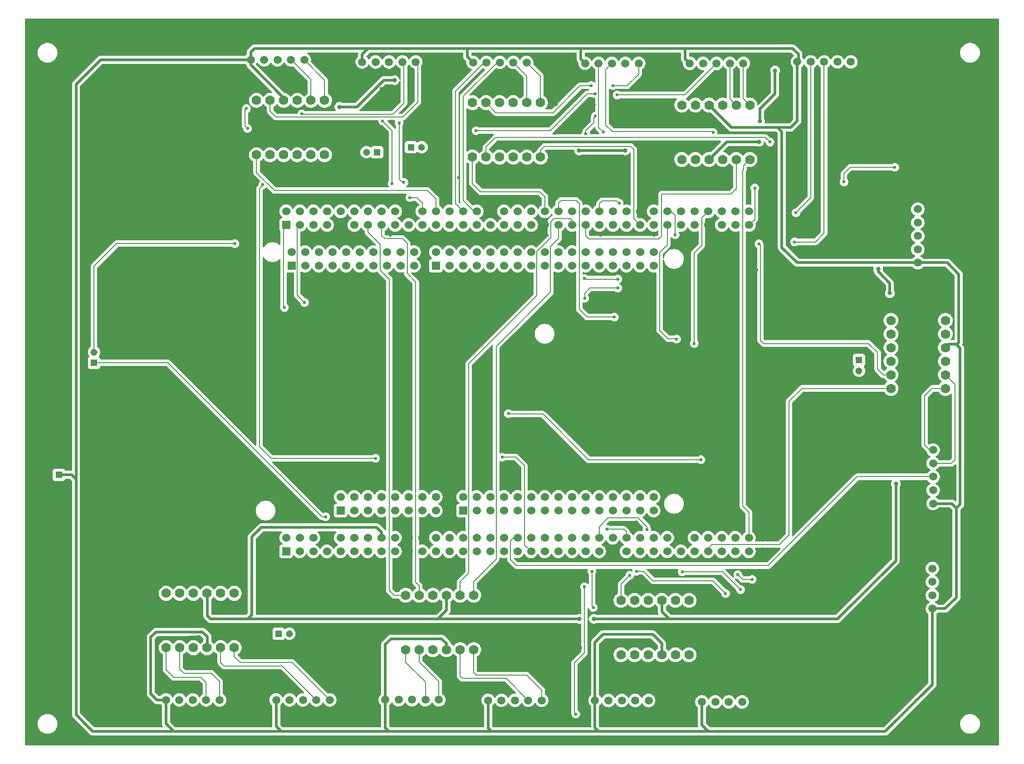
<source format=gbr>
%TF.GenerationSoftware,KiCad,Pcbnew,9.0.2*%
%TF.CreationDate,2025-12-22T22:41:59+05:30*%
%TF.ProjectId,its_a_wrap,6974735f-615f-4777-9261-702e6b696361,rev?*%
%TF.SameCoordinates,Original*%
%TF.FileFunction,Copper,L1,Top*%
%TF.FilePolarity,Positive*%
%FSLAX46Y46*%
G04 Gerber Fmt 4.6, Leading zero omitted, Abs format (unit mm)*
G04 Created by KiCad (PCBNEW 9.0.2) date 2025-12-22 22:41:59*
%MOMM*%
%LPD*%
G01*
G04 APERTURE LIST*
%TA.AperFunction,ComponentPad*%
%ADD10R,1.508000X1.508000*%
%TD*%
%TA.AperFunction,ComponentPad*%
%ADD11C,1.508000*%
%TD*%
%TA.AperFunction,ComponentPad*%
%ADD12R,1.308000X1.308000*%
%TD*%
%TA.AperFunction,ComponentPad*%
%ADD13C,1.308000*%
%TD*%
%TA.AperFunction,ComponentPad*%
%ADD14R,1.530000X1.530000*%
%TD*%
%TA.AperFunction,ComponentPad*%
%ADD15C,1.530000*%
%TD*%
%TA.AperFunction,ComponentPad*%
%ADD16C,1.778000*%
%TD*%
%TA.AperFunction,ViaPad*%
%ADD17C,0.600000*%
%TD*%
%TA.AperFunction,ViaPad*%
%ADD18C,0.800000*%
%TD*%
%TA.AperFunction,Conductor*%
%ADD19C,0.200000*%
%TD*%
%TA.AperFunction,Conductor*%
%ADD20C,0.500000*%
%TD*%
G04 APERTURE END LIST*
D10*
%TO.P,J5,1,1*%
%TO.N,GND*%
X192950000Y-34575000D03*
D11*
%TO.P,J5,2,2*%
%TO.N,/claw_en2*%
X190450000Y-34575000D03*
%TO.P,J5,3,3*%
%TO.N,/claw_en1*%
X187950000Y-34575000D03*
%TO.P,J5,4,4*%
%TO.N,/claw_gpio*%
X185450000Y-34575000D03*
%TO.P,J5,5,5*%
%TO.N,/claw_pwm*%
X182950000Y-34575000D03*
%TO.P,J5,6,6*%
%TO.N,/+V*%
X180450000Y-34575000D03*
%TD*%
D10*
%TO.P,J2,1,1*%
%TO.N,GND*%
X202930000Y-59580000D03*
D11*
%TO.P,J2,2,2*%
%TO.N,/en2*%
X202930000Y-62080000D03*
%TO.P,J2,3,3*%
%TO.N,/en1*%
X202930000Y-64580000D03*
%TO.P,J2,4,4*%
%TO.N,/gpio*%
X202930000Y-67080000D03*
%TO.P,J2,5,5*%
%TO.N,/pwm*%
X202930000Y-69580000D03*
%TO.P,J2,6,6*%
%TO.N,/+V*%
X202930000Y-72080000D03*
%TD*%
D12*
%TO.P,J18,1,1*%
%TO.N,/I2C_SDA*%
X108350000Y-50500000D03*
D13*
%TO.P,J18,2,2*%
%TO.N,/I2C_SCL*%
X110350000Y-50500000D03*
%TD*%
D14*
%TO.P,A1,CN7_1,D16/I2S_A_MCK*%
%TO.N,unconnected-(A1E-D16{slash}I2S_A_MCK-PadCN7_1)*%
X86066000Y-72640000D03*
D15*
%TO.P,A1,CN7_2,D15/I2C_A_SCL*%
%TO.N,unconnected-(A1E-D15{slash}I2C_A_SCL-PadCN7_2)*%
X86066000Y-70100000D03*
%TO.P,A1,CN7_3,D17/I2S_A_SD*%
%TO.N,unconnected-(A1E-D17{slash}I2S_A_SD-PadCN7_3)*%
X88606000Y-72640000D03*
%TO.P,A1,CN7_4,D14/I2C_A_SDA*%
%TO.N,unconnected-(A1E-D14{slash}I2C_A_SDA-PadCN7_4)*%
X88606000Y-70100000D03*
%TO.P,A1,CN7_5,D18/I2S_A_CK*%
%TO.N,unconnected-(A1E-D18{slash}I2S_A_CK-PadCN7_5)*%
X91146000Y-72640000D03*
%TO.P,A1,CN7_6,AREF*%
%TO.N,unconnected-(A1E-AREF-PadCN7_6)*%
X91146000Y-70100000D03*
%TO.P,A1,CN7_7,D19/I2S_A_WS*%
%TO.N,unconnected-(A1E-D19{slash}I2S_A_WS-PadCN7_7)*%
X93686000Y-72640000D03*
%TO.P,A1,CN7_8,GND_CN7*%
%TO.N,unconnected-(A1E-GND_CN7-PadCN7_8)*%
X93686000Y-70100000D03*
%TO.P,A1,CN7_9,D20/I2S_B_WS*%
%TO.N,unconnected-(A1E-D20{slash}I2S_B_WS-PadCN7_9)*%
X96226000Y-72640000D03*
%TO.P,A1,CN7_10,D13/SPI_A_SCK*%
%TO.N,unconnected-(A1E-D13{slash}SPI_A_SCK-PadCN7_10)*%
X96226000Y-70100000D03*
%TO.P,A1,CN7_11,D21/I2S_B_MCK*%
%TO.N,unconnected-(A1E-D21{slash}I2S_B_MCK-PadCN7_11)*%
X98766000Y-72640000D03*
%TO.P,A1,CN7_12,D12/SPI_A_MISO*%
%TO.N,unconnected-(A1E-D12{slash}SPI_A_MISO-PadCN7_12)*%
X98766000Y-70100000D03*
%TO.P,A1,CN7_13,D22/I2S_B_SD/SPI_B_MOSI*%
%TO.N,unconnected-(A1E-D22{slash}I2S_B_SD{slash}SPI_B_MOSI-PadCN7_13)*%
X101306000Y-72640000D03*
%TO.P,A1,CN7_14,D11/SPI_A_MOSI/TIM_E_PWM1*%
%TO.N,unconnected-(A1E-D11{slash}SPI_A_MOSI{slash}TIM_E_PWM1-PadCN7_14)*%
X101306000Y-70100000D03*
%TO.P,A1,CN7_15,D23/I2S_B_CK/SPI_B_SCK*%
%TO.N,unconnected-(A1E-D23{slash}I2S_B_CK{slash}SPI_B_SCK-PadCN7_15)*%
X103846000Y-72640000D03*
%TO.P,A1,CN7_16,D10/SPI_A_CS/TIM_B_PWM3*%
%TO.N,unconnected-(A1E-D10{slash}SPI_A_CS{slash}TIM_B_PWM3-PadCN7_16)*%
X103846000Y-70100000D03*
%TO.P,A1,CN7_17,D24/SPI_B_NSS*%
%TO.N,unconnected-(A1E-D24{slash}SPI_B_NSS-PadCN7_17)*%
X106386000Y-72640000D03*
%TO.P,A1,CN7_18,D9/TIMER_B_PWM2*%
%TO.N,unconnected-(A1E-D9{slash}TIMER_B_PWM2-PadCN7_18)*%
X106386000Y-70100000D03*
%TO.P,A1,CN7_19,D25/SPI_B_MISO*%
%TO.N,unconnected-(A1E-D25{slash}SPI_B_MISO-PadCN7_19)*%
X108926000Y-72640000D03*
%TO.P,A1,CN7_20,D8/IO*%
%TO.N,unconnected-(A1E-D8{slash}IO-PadCN7_20)*%
X108926000Y-70100000D03*
D14*
%TO.P,A1,CN8_1*%
%TO.N,N/C*%
X95210000Y-118360000D03*
D15*
%TO.P,A1,CN8_2,D43/SDMMC_D0*%
%TO.N,unconnected-(A1C-D43{slash}SDMMC_D0-PadCN8_2)*%
X95210000Y-115820000D03*
%TO.P,A1,CN8_3,IOREF*%
%TO.N,unconnected-(A1C-IOREF-PadCN8_3)*%
X97750000Y-118360000D03*
%TO.P,A1,CN8_4,D44/SDMMC_D1/I2S_A_CKIN*%
%TO.N,unconnected-(A1C-D44{slash}SDMMC_D1{slash}I2S_A_CKIN-PadCN8_4)*%
X97750000Y-115820000D03*
%TO.P,A1,CN8_5,RESET*%
%TO.N,unconnected-(A1C-RESET-PadCN8_5)*%
X100290000Y-118360000D03*
%TO.P,A1,CN8_6,D45/SDMMC_D2*%
%TO.N,unconnected-(A1C-D45{slash}SDMMC_D2-PadCN8_6)*%
X100290000Y-115820000D03*
%TO.P,A1,CN8_7,+3V3*%
%TO.N,unconnected-(A1C-+3V3-PadCN8_7)*%
X102830000Y-118360000D03*
%TO.P,A1,CN8_8,D46/SDMMC_D3*%
%TO.N,unconnected-(A1C-D46{slash}SDMMC_D3-PadCN8_8)*%
X102830000Y-115820000D03*
%TO.P,A1,CN8_9,+5V*%
%TO.N,unconnected-(A1C-+5V-PadCN8_9)*%
X105370000Y-118360000D03*
%TO.P,A1,CN8_10,D47/SDMMC_CK*%
%TO.N,unconnected-(A1C-D47{slash}SDMMC_CK-PadCN8_10)*%
X105370000Y-115820000D03*
%TO.P,A1,CN8_11,GND_CN8*%
%TO.N,unconnected-(A1C-GND_CN8-PadCN8_11)_1*%
X107910000Y-118360000D03*
%TO.P,A1,CN8_12,D48/SDMMC_CMD*%
%TO.N,unconnected-(A1C-D48{slash}SDMMC_CMD-PadCN8_12)*%
X107910000Y-115820000D03*
%TO.P,A1,CN8_13,GND_CN8*%
%TO.N,unconnected-(A1C-GND_CN8-PadCN8_11)*%
X110450000Y-118360000D03*
%TO.P,A1,CN8_14,D49/IO*%
%TO.N,unconnected-(A1C-D49{slash}IO-PadCN8_14)*%
X110450000Y-115820000D03*
%TO.P,A1,CN8_15,VIN*%
%TO.N,unconnected-(A1C-VIN-PadCN8_15)*%
X112990000Y-118360000D03*
%TO.P,A1,CN8_16,D50/IO*%
%TO.N,unconnected-(A1C-D50{slash}IO-PadCN8_16)*%
X112990000Y-115820000D03*
D14*
%TO.P,A1,CN9_1,A0/ADC123_IN3*%
%TO.N,unconnected-(A1D-A0{slash}ADC123_IN3-PadCN9_1)*%
X118070000Y-118360000D03*
D15*
%TO.P,A1,CN9_2,D51/USART_B_SCLK*%
%TO.N,unconnected-(A1D-D51{slash}USART_B_SCLK-PadCN9_2)*%
X118070000Y-115820000D03*
%TO.P,A1,CN9_3,A1/ADC123_IN10*%
%TO.N,unconnected-(A1D-A1{slash}ADC123_IN10-PadCN9_3)*%
X120610000Y-118360000D03*
%TO.P,A1,CN9_4,D52/USART_B_RX*%
%TO.N,unconnected-(A1D-D52{slash}USART_B_RX-PadCN9_4)*%
X120610000Y-115820000D03*
%TO.P,A1,CN9_5,A2/ADC123_IN13*%
%TO.N,unconnected-(A1D-A2{slash}ADC123_IN13-PadCN9_5)*%
X123150000Y-118360000D03*
%TO.P,A1,CN9_6,D53/USART_B_TX*%
%TO.N,unconnected-(A1D-D53{slash}USART_B_TX-PadCN9_6)*%
X123150000Y-115820000D03*
%TO.P,A1,CN9_7,A3/ADC3_IN9*%
%TO.N,unconnected-(A1D-A3{slash}ADC3_IN9-PadCN9_7)*%
X125690000Y-118360000D03*
%TO.P,A1,CN9_8,D54/USART_B_RTS*%
%TO.N,unconnected-(A1D-D54{slash}USART_B_RTS-PadCN9_8)*%
X125690000Y-115820000D03*
%TO.P,A1,CN9_9,A4/ADC3_IN15/I2C1_SDA*%
%TO.N,unconnected-(A1D-A4{slash}ADC3_IN15{slash}I2C1_SDA-PadCN9_9)*%
X128230000Y-118360000D03*
%TO.P,A1,CN9_10,D55/USART_B_CTS*%
%TO.N,unconnected-(A1D-D55{slash}USART_B_CTS-PadCN9_10)*%
X128230000Y-115820000D03*
%TO.P,A1,CN9_11,A5/ADC3_IN8/I2C1_SCL*%
%TO.N,unconnected-(A1D-A5{slash}ADC3_IN8{slash}I2C1_SCL-PadCN9_11)*%
X130770000Y-118360000D03*
%TO.P,A1,CN9_12,GND_CN9*%
%TO.N,unconnected-(A1D-GND_CN9-PadCN9_12)_1*%
X130770000Y-115820000D03*
%TO.P,A1,CN9_13,D72/NC*%
%TO.N,unconnected-(A1D-D72{slash}NC-PadCN9_13)*%
X133310000Y-118360000D03*
%TO.P,A1,CN9_14,D56/SAI_A_MCLK*%
%TO.N,unconnected-(A1D-D56{slash}SAI_A_MCLK-PadCN9_14)*%
X133310000Y-115820000D03*
%TO.P,A1,CN9_15,D71/IO*%
%TO.N,unconnected-(A1D-D71{slash}IO-PadCN9_15)*%
X135850000Y-118360000D03*
%TO.P,A1,CN9_16,D57/SAI_A_FS*%
%TO.N,unconnected-(A1D-D57{slash}SAI_A_FS-PadCN9_16)*%
X135850000Y-115820000D03*
%TO.P,A1,CN9_17,D70/I2C_B_SMBA*%
%TO.N,unconnected-(A1D-D70{slash}I2C_B_SMBA-PadCN9_17)*%
X138390000Y-118360000D03*
%TO.P,A1,CN9_18,D58/SAI_A_SCK*%
%TO.N,unconnected-(A1D-D58{slash}SAI_A_SCK-PadCN9_18)*%
X138390000Y-115820000D03*
%TO.P,A1,CN9_19,D69/I2C_B_SCL*%
%TO.N,unconnected-(A1D-D69{slash}I2C_B_SCL-PadCN9_19)*%
X140930000Y-118360000D03*
%TO.P,A1,CN9_20,D59/SAI_A_SD*%
%TO.N,unconnected-(A1D-D59{slash}SAI_A_SD-PadCN9_20)*%
X140930000Y-115820000D03*
%TO.P,A1,CN9_21,D68/I2C_B_SDA*%
%TO.N,unconnected-(A1D-D68{slash}I2C_B_SDA-PadCN9_21)*%
X143470000Y-118360000D03*
%TO.P,A1,CN9_22,D60/SAI_B_SD*%
%TO.N,unconnected-(A1D-D60{slash}SAI_B_SD-PadCN9_22)*%
X143470000Y-115820000D03*
%TO.P,A1,CN9_23,GND_CN9*%
%TO.N,unconnected-(A1D-GND_CN9-PadCN9_12)*%
X146010000Y-118360000D03*
%TO.P,A1,CN9_24,D61/SAI_B_SCK*%
%TO.N,unconnected-(A1D-D61{slash}SAI_B_SCK-PadCN9_24)*%
X146010000Y-115820000D03*
%TO.P,A1,CN9_25,D67/CAN_RX*%
%TO.N,unconnected-(A1D-D67{slash}CAN_RX-PadCN9_25)*%
X148550000Y-118360000D03*
%TO.P,A1,CN9_26,D62/SAI_B_MCLK*%
%TO.N,unconnected-(A1D-D62{slash}SAI_B_MCLK-PadCN9_26)*%
X148550000Y-115820000D03*
%TO.P,A1,CN9_27,D66/CAN_TX*%
%TO.N,unconnected-(A1D-D66{slash}CAN_TX-PadCN9_27)*%
X151090000Y-118360000D03*
%TO.P,A1,CN9_28,D63/SAI_B_FS*%
%TO.N,unconnected-(A1D-D63{slash}SAI_B_FS-PadCN9_28)*%
X151090000Y-115820000D03*
%TO.P,A1,CN9_29,D65/IO*%
%TO.N,unconnected-(A1D-D65{slash}IO-PadCN9_29)*%
X153630000Y-118360000D03*
%TO.P,A1,CN9_30,D64/IO*%
%TO.N,unconnected-(A1D-D64{slash}IO-PadCN9_30)*%
X153630000Y-115820000D03*
D14*
%TO.P,A1,CN10_1,AVDD_CN10*%
%TO.N,unconnected-(A1F-AVDD_CN10-PadCN10_1)*%
X112990000Y-72640000D03*
D15*
%TO.P,A1,CN10_2,D7/IO*%
%TO.N,unconnected-(A1F-D7{slash}IO-PadCN10_2)*%
X112990000Y-70100000D03*
%TO.P,A1,CN10_3,AGND_CN10*%
%TO.N,unconnected-(A1F-AGND_CN10-PadCN10_3)*%
X115530000Y-72640000D03*
%TO.P,A1,CN10_4,D6/TIMER_A_PWM1*%
%TO.N,unconnected-(A1F-D6{slash}TIMER_A_PWM1-PadCN10_4)*%
X115530000Y-70100000D03*
%TO.P,A1,CN10_5,GND_CN10*%
%TO.N,unconnected-(A1F-GND_CN10-PadCN10_17)*%
X118070000Y-72640000D03*
%TO.P,A1,CN10_6,D5/TIMER_A_PWM2*%
%TO.N,unconnected-(A1F-D5{slash}TIMER_A_PWM2-PadCN10_6)*%
X118070000Y-70100000D03*
%TO.P,A1,CN10_7,A6/ADC_A_IN*%
%TO.N,unconnected-(A1F-A6{slash}ADC_A_IN-PadCN10_7)*%
X120610000Y-72640000D03*
%TO.P,A1,CN10_8,D4/IO*%
%TO.N,unconnected-(A1F-D4{slash}IO-PadCN10_8)*%
X120610000Y-70100000D03*
%TO.P,A1,CN10_9,A7/ADC_B_IN*%
%TO.N,unconnected-(A1F-A7{slash}ADC_B_IN-PadCN10_9)*%
X123150000Y-72640000D03*
%TO.P,A1,CN10_10,D3/TIMER_A_PWM3*%
%TO.N,unconnected-(A1F-D3{slash}TIMER_A_PWM3-PadCN10_10)*%
X123150000Y-70100000D03*
%TO.P,A1,CN10_11,A8/ADC_C_IN*%
%TO.N,unconnected-(A1F-A8{slash}ADC_C_IN-PadCN10_11)*%
X125690000Y-72640000D03*
%TO.P,A1,CN10_12,D2/IO*%
%TO.N,unconnected-(A1F-D2{slash}IO-PadCN10_12)*%
X125690000Y-70100000D03*
%TO.P,A1,CN10_13,D26/QSPI_CS*%
%TO.N,unconnected-(A1F-D26{slash}QSPI_CS-PadCN10_13)*%
X128230000Y-72640000D03*
%TO.P,A1,CN10_14,D1/USART_A_TX*%
%TO.N,unconnected-(A1F-D1{slash}USART_A_TX-PadCN10_14)*%
X128230000Y-70100000D03*
%TO.P,A1,CN10_15,D27/QSPI_CLK*%
%TO.N,unconnected-(A1F-D27{slash}QSPI_CLK-PadCN10_15)*%
X130770000Y-72640000D03*
%TO.P,A1,CN10_16,D0/USART_A_RX*%
%TO.N,unconnected-(A1F-D0{slash}USART_A_RX-PadCN10_16)*%
X130770000Y-70100000D03*
%TO.P,A1,CN10_17,GND_CN10*%
%TO.N,unconnected-(A1F-GND_CN10-PadCN10_17)_2*%
X133310000Y-72640000D03*
%TO.P,A1,CN10_18,D42/TIMER_A_PWM1N*%
%TO.N,unconnected-(A1F-D42{slash}TIMER_A_PWM1N-PadCN10_18)*%
X133310000Y-70100000D03*
%TO.P,A1,CN10_19,D28/QSPI_BK1_IO3*%
%TO.N,unconnected-(A1F-D28{slash}QSPI_BK1_IO3-PadCN10_19)*%
X135850000Y-72640000D03*
%TO.P,A1,CN10_20,D41/TIMER_A_ETR*%
%TO.N,unconnected-(A1F-D41{slash}TIMER_A_ETR-PadCN10_20)*%
X135850000Y-70100000D03*
%TO.P,A1,CN10_21,D29/QSPI_BK1_IO1*%
%TO.N,unconnected-(A1F-D29{slash}QSPI_BK1_IO1-PadCN10_21)*%
X138390000Y-72640000D03*
%TO.P,A1,CN10_22,GND_CN10*%
%TO.N,unconnected-(A1F-GND_CN10-PadCN10_17)_1*%
X138390000Y-70100000D03*
%TO.P,A1,CN10_23,D30/QSPI_BK1_IO0*%
%TO.N,unconnected-(A1F-D30{slash}QSPI_BK1_IO0-PadCN10_23)*%
X140930000Y-72640000D03*
%TO.P,A1,CN10_24,D40/TIMER_A_PWM2N*%
%TO.N,unconnected-(A1F-D40{slash}TIMER_A_PWM2N-PadCN10_24)*%
X140930000Y-70100000D03*
%TO.P,A1,CN10_25,D31/QSPI_BK1_IO2*%
%TO.N,unconnected-(A1F-D31{slash}QSPI_BK1_IO2-PadCN10_25)*%
X143470000Y-72640000D03*
%TO.P,A1,CN10_26,D39/TIMER_A_PWM3N*%
%TO.N,unconnected-(A1F-D39{slash}TIMER_A_PWM3N-PadCN10_26)*%
X143470000Y-70100000D03*
%TO.P,A1,CN10_27,GND_CN10*%
%TO.N,unconnected-(A1F-GND_CN10-PadCN10_17)_3*%
X146010000Y-72640000D03*
%TO.P,A1,CN10_28,D38/IO*%
%TO.N,unconnected-(A1F-D38{slash}IO-PadCN10_28)*%
X146010000Y-70100000D03*
%TO.P,A1,CN10_29,D32/TIMER_C_PWM1*%
%TO.N,unconnected-(A1F-D32{slash}TIMER_C_PWM1-PadCN10_29)*%
X148550000Y-72640000D03*
%TO.P,A1,CN10_30,D37/TIMER_A_BKIN1*%
%TO.N,unconnected-(A1F-D37{slash}TIMER_A_BKIN1-PadCN10_30)*%
X148550000Y-70100000D03*
%TO.P,A1,CN10_31,D33/TIMER_D_PWM1*%
%TO.N,unconnected-(A1F-D33{slash}TIMER_D_PWM1-PadCN10_31)*%
X151090000Y-72640000D03*
%TO.P,A1,CN10_32,D36/TIMER_C_PWM2*%
%TO.N,unconnected-(A1F-D36{slash}TIMER_C_PWM2-PadCN10_32)*%
X151090000Y-70100000D03*
%TO.P,A1,CN10_33,D34/TIMER_B_ETR*%
%TO.N,unconnected-(A1F-D34{slash}TIMER_B_ETR-PadCN10_33)*%
X153630000Y-72640000D03*
%TO.P,A1,CN10_34,D35/TIMER_C_PWM3*%
%TO.N,unconnected-(A1F-D35{slash}TIMER_C_PWM3-PadCN10_34)*%
X153630000Y-70100000D03*
D14*
%TO.P,A1,CN11_1,PC10*%
%TO.N,unconnected-(A1A-PC10-PadCN11_1)*%
X85050000Y-125980000D03*
D15*
%TO.P,A1,CN11_2,PC11*%
%TO.N,unconnected-(A1A-PC11-PadCN11_2)*%
X85050000Y-123440000D03*
%TO.P,A1,CN11_3,PC12*%
%TO.N,/TX1*%
X87590000Y-125980000D03*
%TO.P,A1,CN11_4,PD2*%
%TO.N,/RX1*%
X87590000Y-123440000D03*
%TO.P,A1,CN11_5,VDD*%
%TO.N,unconnected-(A1A-VDD-PadCN11_5)*%
X90130000Y-125980000D03*
%TO.P,A1,CN11_6,E5V*%
%TO.N,unconnected-(A1A-E5V-PadCN11_6)*%
X90130000Y-123440000D03*
%TO.P,A1,CN11_7,BOOT0*%
%TO.N,unconnected-(A1A-BOOT0-PadCN11_7)*%
X92670000Y-125980000D03*
%TO.P,A1,CN11_8,GND_CN11*%
%TO.N,GND*%
X92670000Y-123440000D03*
%TO.P,A1,CN11_9,PF6*%
%TO.N,/base_m1_pwm*%
X95210000Y-125980000D03*
%TO.P,A1,CN11_10*%
%TO.N,N/C*%
X95210000Y-123440000D03*
%TO.P,A1,CN11_11,PF7*%
%TO.N,/base_m1_gpio*%
X97750000Y-125980000D03*
%TO.P,A1,CN11_12,IOREF*%
%TO.N,unconnected-(A1A-IOREF-PadCN11_12)*%
X97750000Y-123440000D03*
%TO.P,A1,CN11_13,PA13*%
%TO.N,unconnected-(A1A-PA13-PadCN11_13)*%
X100290000Y-125980000D03*
%TO.P,A1,CN11_14,RESET*%
%TO.N,unconnected-(A1A-RESET-PadCN11_14)*%
X100290000Y-123440000D03*
%TO.P,A1,CN11_15,PA14*%
%TO.N,unconnected-(A1A-PA14-PadCN11_15)*%
X102830000Y-125980000D03*
%TO.P,A1,CN11_16,+3V3*%
%TO.N,/+3.3V*%
X102830000Y-123440000D03*
%TO.P,A1,CN11_17,PA15*%
%TO.N,/base_m2_pwm*%
X105370000Y-125980000D03*
%TO.P,A1,CN11_18,+5V*%
%TO.N,unconnected-(A1A-+5V-PadCN11_18)*%
X105370000Y-123440000D03*
%TO.P,A1,CN11_19,GND_CN11*%
%TO.N,GND*%
X107910000Y-125980000D03*
%TO.P,A1,CN11_20,GND_CN11*%
X107910000Y-123440000D03*
%TO.P,A1,CN11_21,PB7*%
%TO.N,I2C1_SDA*%
X110450000Y-125980000D03*
%TO.P,A1,CN11_22,GND_CN11*%
%TO.N,GND*%
X110450000Y-123440000D03*
%TO.P,A1,CN11_23,PC13*%
%TO.N,/base_m2_gpio*%
X112990000Y-125980000D03*
%TO.P,A1,CN11_24,VIN*%
%TO.N,unconnected-(A1A-VIN-PadCN11_24)*%
X112990000Y-123440000D03*
%TO.P,A1,CN11_25,PC14*%
%TO.N,unconnected-(A1A-PC14-PadCN11_25)*%
X115530000Y-125980000D03*
%TO.P,A1,CN11_26*%
%TO.N,N/C*%
X115530000Y-123440000D03*
%TO.P,A1,CN11_27,PC15*%
%TO.N,unconnected-(A1A-PC15-PadCN11_27)*%
X118070000Y-125980000D03*
%TO.P,A1,CN11_28,PA0*%
%TO.N,/base_m2_encoder1_stm*%
X118070000Y-123440000D03*
%TO.P,A1,CN11_29,PH0*%
%TO.N,/base_m3_gpio*%
X120610000Y-125980000D03*
%TO.P,A1,CN11_30,PA1*%
%TO.N,/base_m2_encoder2_stm*%
X120610000Y-123440000D03*
%TO.P,A1,CN11_31,PH1*%
%TO.N,unconnected-(A1A-PH1-PadCN11_31)*%
X123150000Y-125980000D03*
%TO.P,A1,CN11_32,PA4*%
%TO.N,unconnected-(A1A-PA4-PadCN11_32)*%
X123150000Y-123440000D03*
%TO.P,A1,CN11_33,VBAT*%
%TO.N,unconnected-(A1A-VBAT-PadCN11_33)*%
X125690000Y-125980000D03*
%TO.P,A1,CN11_34,PB0*%
%TO.N,/base_m3_pwm*%
X125690000Y-123440000D03*
%TO.P,A1,CN11_35,PC2*%
%TO.N,unconnected-(A1A-PC2-PadCN11_35)*%
X128230000Y-125980000D03*
%TO.P,A1,CN11_36,PC1*%
%TO.N,/gpio_2*%
X128230000Y-123440000D03*
%TO.P,A1,CN11_37,PC3*%
%TO.N,/arm_m2_encoder2_stm*%
X130770000Y-125980000D03*
%TO.P,A1,CN11_38,PC0*%
%TO.N,unconnected-(A1A-PC0-PadCN11_38)*%
X130770000Y-123440000D03*
%TO.P,A1,CN11_39,PD4*%
%TO.N,unconnected-(A1A-PD4-PadCN11_39)*%
X133310000Y-125980000D03*
%TO.P,A1,CN11_40,PD3*%
%TO.N,unconnected-(A1A-PD3-PadCN11_40)*%
X133310000Y-123440000D03*
%TO.P,A1,CN11_41,PD5*%
%TO.N,unconnected-(A1A-PD5-PadCN11_41)*%
X135850000Y-125980000D03*
%TO.P,A1,CN11_42,PG2*%
%TO.N,unconnected-(A1A-PG2-PadCN11_42)*%
X135850000Y-123440000D03*
%TO.P,A1,CN11_43,PD6*%
%TO.N,/base_m4_gpio*%
X138390000Y-125980000D03*
%TO.P,A1,CN11_44,PG3*%
%TO.N,unconnected-(A1A-PG3-PadCN11_44)*%
X138390000Y-123440000D03*
%TO.P,A1,CN11_45,PD7*%
%TO.N,unconnected-(A1A-PD7-PadCN11_45)*%
X140930000Y-125980000D03*
%TO.P,A1,CN11_46,PE2*%
%TO.N,unconnected-(A1A-PE2-PadCN11_46)*%
X140930000Y-123440000D03*
%TO.P,A1,CN11_47,PE3*%
%TO.N,GPIO_EXT_3*%
X143470000Y-125980000D03*
%TO.P,A1,CN11_48,PE4*%
%TO.N,GPIO_3*%
X143470000Y-123440000D03*
%TO.P,A1,CN11_49,GND_CN11*%
%TO.N,GND*%
X146010000Y-125980000D03*
%TO.P,A1,CN11_50,PE5*%
%TO.N,/base_m4_pwm*%
X146010000Y-123440000D03*
%TO.P,A1,CN11_51,PF1*%
%TO.N,/gpio_2_EXTRA*%
X148550000Y-125980000D03*
%TO.P,A1,CN11_52,PF2*%
%TO.N,GPIO_EXT_2*%
X148550000Y-123440000D03*
%TO.P,A1,CN11_53,PF0*%
%TO.N,unconnected-(A1A-PF0-PadCN11_53)*%
X151090000Y-125980000D03*
%TO.P,A1,CN11_54,PF8*%
%TO.N,/end_m1_pwm*%
X151090000Y-123440000D03*
%TO.P,A1,CN11_55,PD1*%
%TO.N,unconnected-(A1A-PD1-PadCN11_55)*%
X153630000Y-125980000D03*
%TO.P,A1,CN11_56,PF9*%
%TO.N,unconnected-(A1A-PF9-PadCN11_56)*%
X153630000Y-123440000D03*
%TO.P,A1,CN11_57,PD0*%
%TO.N,unconnected-(A1A-PD0-PadCN11_57)*%
X156170000Y-125980000D03*
%TO.P,A1,CN11_58,PG1*%
%TO.N,unconnected-(A1A-PG1-PadCN11_58)*%
X156170000Y-123440000D03*
%TO.P,A1,CN11_59,PG0*%
%TO.N,unconnected-(A1A-PG0-PadCN11_59)*%
X158710000Y-125980000D03*
%TO.P,A1,CN11_60,GND_CN11*%
%TO.N,GND*%
X158710000Y-123440000D03*
%TO.P,A1,CN11_61,PE1*%
%TO.N,uart_tx_2*%
X161250000Y-125980000D03*
%TO.P,A1,CN11_62,PE6*%
%TO.N,/science_pwm*%
X161250000Y-123440000D03*
%TO.P,A1,CN11_63,PG9*%
%TO.N,/en_2_stm*%
X163790000Y-125980000D03*
%TO.P,A1,CN11_64,PG15*%
%TO.N,/science_encoder2_stm*%
X163790000Y-123440000D03*
%TO.P,A1,CN11_65,PG12*%
%TO.N,unconnected-(A1A-PG12-PadCN11_65)*%
X166330000Y-125980000D03*
%TO.P,A1,CN11_66,PG10*%
%TO.N,/science_gpio*%
X166330000Y-123440000D03*
%TO.P,A1,CN11_67*%
%TO.N,N/C*%
X168870000Y-125980000D03*
%TO.P,A1,CN11_68,PG13*%
%TO.N,GPIO_14*%
X168870000Y-123440000D03*
%TO.P,A1,CN11_69,PD9*%
%TO.N,unconnected-(A1A-PD9-PadCN11_69)*%
X171410000Y-125980000D03*
%TO.P,A1,CN11_70,PG11*%
%TO.N,/end_m2_encoder2_stm*%
X171410000Y-123440000D03*
%TO.P,A1,CN11_71,GND_CN11*%
%TO.N,GND*%
X173950000Y-125980000D03*
%TO.P,A1,CN11_72,GND_CN11*%
X173950000Y-123440000D03*
D14*
%TO.P,A1,CN12_1,PC9*%
%TO.N,/pwm_2*%
X85070000Y-65020000D03*
D15*
%TO.P,A1,CN12_2,PC8*%
%TO.N,/arm_m1_pwm*%
X85070000Y-62480000D03*
%TO.P,A1,CN12_3,PB8*%
%TO.N,/gpio*%
X87610000Y-65020000D03*
%TO.P,A1,CN12_4,PC6*%
%TO.N,/arm_m1_encoder_stm*%
X87610000Y-62480000D03*
%TO.P,A1,CN12_5,PB9*%
%TO.N,unconnected-(A1B-PB9-PadCN12_5)*%
X90150000Y-65020000D03*
%TO.P,A1,CN12_6,PC5*%
%TO.N,unconnected-(A1B-PC5-PadCN12_6)*%
X90150000Y-62480000D03*
%TO.P,A1,CN12_7,AVDD_CN12*%
%TO.N,unconnected-(A1B-AVDD_CN12-PadCN12_7)*%
X92690000Y-65020000D03*
%TO.P,A1,CN12_8,U5V*%
%TO.N,unconnected-(A1B-U5V-PadCN12_8)*%
X92690000Y-62480000D03*
%TO.P,A1,CN12_9,GND_CN12*%
%TO.N,GND*%
X95230000Y-65020000D03*
%TO.P,A1,CN12_10,PD8*%
%TO.N,/end_m2_gpio*%
X95230000Y-62480000D03*
%TO.P,A1,CN12_11,PA5*%
%TO.N,unconnected-(A1B-PA5-PadCN12_11)*%
X97770000Y-65020000D03*
%TO.P,A1,CN12_12,PA12*%
%TO.N,/CAN+*%
X97770000Y-62480000D03*
%TO.P,A1,CN12_13,PA6*%
%TO.N,/base_m3_encoder1_stm*%
X100310000Y-65020000D03*
%TO.P,A1,CN12_14,PA11*%
%TO.N,/CAN-*%
X100310000Y-62480000D03*
%TO.P,A1,CN12_15,PA7*%
%TO.N,/base_m3_encoder2_stm*%
X102850000Y-65020000D03*
%TO.P,A1,CN12_16,PB12*%
%TO.N,unconnected-(A1B-PB12-PadCN12_16)*%
X102850000Y-62480000D03*
%TO.P,A1,CN12_17,PB6*%
%TO.N,I2C1_SCL*%
X105390000Y-65020000D03*
%TO.P,A1,CN12_18,PB11*%
%TO.N,/arm_m2_pwm*%
X105390000Y-62480000D03*
%TO.P,A1,CN12_19,PC7*%
%TO.N,/arm_m1_encoder2_stm*%
X107930000Y-65020000D03*
%TO.P,A1,CN12_20,GND_CN12*%
%TO.N,GND*%
X107930000Y-62480000D03*
%TO.P,A1,CN12_21,PA9*%
%TO.N,/I2C_SDA*%
X110470000Y-65020000D03*
%TO.P,A1,CN12_22,PB2*%
%TO.N,/arm_m2_gpio*%
X110470000Y-62480000D03*
%TO.P,A1,CN12_23,PA8*%
%TO.N,/I2C_SCL*%
X113010000Y-65020000D03*
%TO.P,A1,CN12_24,PB1*%
%TO.N,/arm_m2_encoder1_stm*%
X113010000Y-62480000D03*
%TO.P,A1,CN12_25,PB10*%
%TO.N,unconnected-(A1B-PB10-PadCN12_25)*%
X115550000Y-65020000D03*
%TO.P,A1,CN12_26,PB15*%
%TO.N,unconnected-(A1B-PB15-PadCN12_26)*%
X115550000Y-62480000D03*
%TO.P,A1,CN12_27,PB4*%
%TO.N,unconnected-(A1B-PB4-PadCN12_27)*%
X118090000Y-65020000D03*
%TO.P,A1,CN12_28,PB14*%
%TO.N,/arm_m3_pwm*%
X118090000Y-62480000D03*
%TO.P,A1,CN12_29,PB5*%
%TO.N,unconnected-(A1B-PB5-PadCN12_29)*%
X120630000Y-65020000D03*
%TO.P,A1,CN12_30,PB13*%
%TO.N,/arm_m3_gpi*%
X120630000Y-62480000D03*
%TO.P,A1,CN12_31,PB3*%
%TO.N,unconnected-(A1B-PB3-PadCN12_31)*%
X123170000Y-65020000D03*
%TO.P,A1,CN12_32,AGND_CN12*%
%TO.N,GND*%
X123170000Y-62480000D03*
%TO.P,A1,CN12_33,PA10*%
%TO.N,unconnected-(A1B-PA10-PadCN12_33)*%
X125710000Y-65020000D03*
%TO.P,A1,CN12_34,PC4*%
%TO.N,/arm_m3_encoder1_stm*%
X125710000Y-62480000D03*
%TO.P,A1,CN12_35,PA2*%
%TO.N,unconnected-(A1B-PA2-PadCN12_35)*%
X128250000Y-65020000D03*
%TO.P,A1,CN12_36,PF5*%
%TO.N,/base_m1_encoder_stm*%
X128250000Y-62480000D03*
%TO.P,A1,CN12_37,PA3*%
%TO.N,/pwm*%
X130790000Y-65020000D03*
%TO.P,A1,CN12_38,PF4*%
%TO.N,/base_m1_encoder_stm2*%
X130790000Y-62480000D03*
%TO.P,A1,CN12_39,GND_CN12*%
%TO.N,GND*%
X133330000Y-65020000D03*
%TO.P,A1,CN12_40,PE8*%
%TO.N,/end_m1_encoder_stm*%
X133330000Y-62480000D03*
%TO.P,A1,CN12_41,PD13*%
%TO.N,/base_m4_encoder2_stm*%
X135870000Y-65020000D03*
%TO.P,A1,CN12_42,PF10*%
%TO.N,/en1_stm*%
X135870000Y-62480000D03*
%TO.P,A1,CN12_43,PD12*%
%TO.N,/base_m4_encoder1_stm*%
X138410000Y-65020000D03*
%TO.P,A1,CN12_44,PE7*%
%TO.N,unconnected-(A1B-PE7-PadCN12_44)*%
X138410000Y-62480000D03*
%TO.P,A1,CN12_45,PD11*%
%TO.N,/end_m2_encoder_stm*%
X140950000Y-65020000D03*
%TO.P,A1,CN12_46,PD14*%
%TO.N,/end_m2_pwm*%
X140950000Y-62480000D03*
%TO.P,A1,CN12_47,PE10*%
%TO.N,/science_encoder1_stm*%
X143490000Y-65020000D03*
%TO.P,A1,CN12_48,PD15*%
%TO.N,/claw_pwm*%
X143490000Y-62480000D03*
%TO.P,A1,CN12_49,PE12*%
%TO.N,unconnected-(A1B-PE12-PadCN12_49)*%
X146030000Y-65020000D03*
%TO.P,A1,CN12_50,PF14*%
%TO.N,unconnected-(A1B-PF14-PadCN12_50)*%
X146030000Y-62480000D03*
%TO.P,A1,CN12_51,PE14*%
%TO.N,unconnected-(A1B-PE14-PadCN12_51)*%
X148570000Y-65020000D03*
%TO.P,A1,CN12_52,PE9*%
%TO.N,unconnected-(A1B-PE9-PadCN12_52)*%
X148570000Y-62480000D03*
%TO.P,A1,CN12_53,PE15*%
%TO.N,/arm_m3_encoder2_stm*%
X151110000Y-65020000D03*
%TO.P,A1,CN12_54,GND_CN12*%
%TO.N,GND*%
X151110000Y-62480000D03*
%TO.P,A1,CN12_55,PE13*%
%TO.N,unconnected-(A1B-PE13-PadCN12_55)*%
X153650000Y-65020000D03*
%TO.P,A1,CN12_56,PE11*%
%TO.N,unconnected-(A1B-PE11-PadCN12_56)*%
X153650000Y-62480000D03*
%TO.P,A1,CN12_57,PF13*%
%TO.N,/en2_stm*%
X156190000Y-65020000D03*
%TO.P,A1,CN12_58,PF3*%
%TO.N,/claw_gpio*%
X156190000Y-62480000D03*
%TO.P,A1,CN12_59,PF12*%
%TO.N,/en_1_stm*%
X158730000Y-65020000D03*
%TO.P,A1,CN12_60,PF15*%
%TO.N,/claw_en1_stm*%
X158730000Y-62480000D03*
%TO.P,A1,CN12_61,PG14*%
%TO.N,GPIO_EXT_14*%
X161270000Y-65020000D03*
%TO.P,A1,CN12_62,PF11*%
%TO.N,/claw_en2_stm*%
X161270000Y-62480000D03*
%TO.P,A1,CN12_63,GND_CN12*%
%TO.N,GND*%
X163810000Y-65020000D03*
%TO.P,A1,CN12_64,PE0*%
%TO.N,uart_rx_2*%
X163810000Y-62480000D03*
%TO.P,A1,CN12_65,PD10*%
%TO.N,unconnected-(A1B-PD10-PadCN12_65)*%
X166350000Y-65020000D03*
%TO.P,A1,CN12_66,PG8*%
%TO.N,/end_m1_gpio*%
X166350000Y-62480000D03*
%TO.P,A1,CN12_67,PG7*%
%TO.N,unconnected-(A1B-PG7-PadCN12_67)*%
X168890000Y-65020000D03*
%TO.P,A1,CN12_68,PG5*%
%TO.N,/arm_m1_gpio*%
X168890000Y-62480000D03*
%TO.P,A1,CN12_69,PG4*%
%TO.N,/end_m1_encoder2_stm*%
X171430000Y-65020000D03*
%TO.P,A1,CN12_70,PG6*%
%TO.N,unconnected-(A1B-PG6-PadCN12_70)*%
X171430000Y-62480000D03*
%TO.P,A1,CN12_71,GND_CN12*%
%TO.N,GND*%
X173970000Y-65020000D03*
%TO.P,A1,CN12_72,GND_CN12*%
X173970000Y-62480000D03*
%TD*%
D16*
%TO.P,U5,A1,A1*%
%TO.N,/end_m1_encoder*%
X119820000Y-42190000D03*
%TO.P,U5,A2,A2*%
%TO.N,/end_m1_encoder2*%
X122360000Y-42190000D03*
%TO.P,U5,A3,A3*%
%TO.N,/arm_m3_encoder1*%
X129980000Y-42190000D03*
%TO.P,U5,A4,A4*%
%TO.N,/arm_m3_encoder2*%
X132520000Y-42190000D03*
%TO.P,U5,B1,B1*%
%TO.N,/end_m1_encoder_stm*%
X119820000Y-52350000D03*
%TO.P,U5,B2,B2*%
%TO.N,/end_m1_encoder2_stm*%
X122360000Y-52350000D03*
%TO.P,U5,B3,B3*%
%TO.N,/arm_m3_encoder1_stm*%
X129980000Y-52350000D03*
%TO.P,U5,B4,B4*%
%TO.N,/arm_m3_encoder2_stm*%
X132520000Y-52350000D03*
%TO.P,U5,GND*%
%TO.N,N/C*%
X127440000Y-42190000D03*
X127440000Y-52350000D03*
%TO.P,U5,HV,HV*%
%TO.N,/+V*%
X124900000Y-42190000D03*
%TO.P,U5,LV,LV*%
%TO.N,/+3.3V*%
X124900000Y-52350000D03*
%TD*%
D10*
%TO.P,J10,1,1*%
%TO.N,GND*%
X132437500Y-34675000D03*
D11*
%TO.P,J10,2,2*%
%TO.N,/arm_m3_encoder2*%
X129937500Y-34675000D03*
%TO.P,J10,3,3*%
%TO.N,/arm_m3_encoder1*%
X127437500Y-34675000D03*
%TO.P,J10,4,4*%
%TO.N,/arm_m3_gpi*%
X124937500Y-34675000D03*
%TO.P,J10,5,5*%
%TO.N,/arm_m3_pwm*%
X122437500Y-34675000D03*
%TO.P,J10,6,6*%
%TO.N,/+V*%
X119937500Y-34675000D03*
%TD*%
D10*
%TO.P,J13,1,1*%
%TO.N,GND*%
X75137500Y-153725000D03*
D11*
%TO.P,J13,2,2*%
%TO.N,/base_m1_encoder2*%
X72637500Y-153725000D03*
%TO.P,J13,3,3*%
%TO.N,/base_m1_encoder*%
X70137500Y-153725000D03*
%TO.P,J13,4,4*%
%TO.N,/base_m1_gpio*%
X67637500Y-153725000D03*
%TO.P,J13,5,5*%
%TO.N,/base_m1_pwm*%
X65137500Y-153725000D03*
%TO.P,J13,6,6*%
%TO.N,/+V*%
X62637500Y-153725000D03*
%TD*%
D12*
%TO.P,J1,1,1*%
%TO.N,/CAN-*%
X102050000Y-51450000D03*
D13*
%TO.P,J1,2,2*%
%TO.N,/CAN+*%
X100050000Y-51450000D03*
%TD*%
D10*
%TO.P,J3,1,1*%
%TO.N,GND*%
X205795000Y-104550000D03*
D11*
%TO.P,J3,2,2*%
%TO.N,/en_2*%
X205795000Y-107050000D03*
%TO.P,J3,3,3*%
%TO.N,/en_1*%
X205795000Y-109550000D03*
%TO.P,J3,4,4*%
%TO.N,/gpio_2*%
X205795000Y-112050000D03*
%TO.P,J3,5,5*%
%TO.N,/pwm_2*%
X205795000Y-114550000D03*
%TO.P,J3,6,6*%
%TO.N,/+V*%
X205795000Y-117050000D03*
%TD*%
D16*
%TO.P,U3,A1,A1*%
%TO.N,/base_m4_encoder2*%
X120063500Y-144342500D03*
%TO.P,U3,A2,A2*%
%TO.N,/base_m4_encoder1*%
X117523500Y-144342500D03*
%TO.P,U3,A3,A3*%
%TO.N,/base_m3_encoder2*%
X109903500Y-144342500D03*
%TO.P,U3,A4,A4*%
%TO.N,/base_m3_encoder1*%
X107363500Y-144342500D03*
%TO.P,U3,B1,B1*%
%TO.N,/base_m4_encoder2_stm*%
X120063500Y-134182500D03*
%TO.P,U3,B2,B2*%
%TO.N,/base_m4_encoder1_stm*%
X117523500Y-134182500D03*
%TO.P,U3,B3,B3*%
%TO.N,/base_m3_encoder2_stm*%
X109903500Y-134182500D03*
%TO.P,U3,B4,B4*%
%TO.N,/base_m3_encoder1_stm*%
X107363500Y-134182500D03*
%TO.P,U3,GND*%
%TO.N,N/C*%
X112443500Y-144342500D03*
X112443500Y-134182500D03*
%TO.P,U3,HV,HV*%
%TO.N,/+V*%
X114983500Y-144342500D03*
%TO.P,U3,LV,LV*%
%TO.N,/+3.3V*%
X114983500Y-134182500D03*
%TD*%
D10*
%TO.P,J17,1,1*%
%TO.N,GND*%
X205650000Y-124180000D03*
D11*
%TO.P,J17,2,2*%
X205650000Y-126680000D03*
%TO.P,J17,3,3*%
%TO.N,GPIO_14*%
X205650000Y-129180000D03*
%TO.P,J17,4,4*%
%TO.N,GPIO_3*%
X205650000Y-131680000D03*
%TO.P,J17,5,5*%
%TO.N,/gpio_2_EXTRA*%
X205650000Y-134180000D03*
%TO.P,J17,6,6*%
%TO.N,/+V*%
X205650000Y-136680000D03*
%TD*%
D10*
%TO.P,J14,1,1*%
%TO.N,GND*%
X95700000Y-153725000D03*
D11*
%TO.P,J14,2,2*%
%TO.N,/base_m2_encoder2*%
X93200000Y-153725000D03*
%TO.P,J14,3,3*%
%TO.N,/base_m2_encoder1*%
X90700000Y-153725000D03*
%TO.P,J14,4,4*%
%TO.N,/base_m2_gpio*%
X88200000Y-153725000D03*
%TO.P,J14,5,5*%
%TO.N,/base_m2_pwm*%
X85700000Y-153725000D03*
%TO.P,J14,6,6*%
%TO.N,/+V*%
X83200000Y-153725000D03*
%TD*%
D12*
%TO.P,J21,1,1*%
%TO.N,uart_rx_2*%
X191970000Y-90260000D03*
D13*
%TO.P,J21,2,2*%
%TO.N,uart_tx_2*%
X191970000Y-92260000D03*
%TD*%
D10*
%TO.P,J8,1,1*%
%TO.N,GND*%
X90950000Y-34200000D03*
D11*
%TO.P,J8,2,2*%
%TO.N,/arm_m1_encoder2*%
X88450000Y-34200000D03*
%TO.P,J8,3,3*%
%TO.N,/arm_m1_encoder*%
X85950000Y-34200000D03*
%TO.P,J8,4,4*%
%TO.N,/arm_m1_gpio*%
X83450000Y-34200000D03*
%TO.P,J8,5,5*%
%TO.N,/arm_m1_pwm*%
X80950000Y-34200000D03*
%TO.P,J8,6,6*%
%TO.N,/+V*%
X78450000Y-34200000D03*
%TD*%
D16*
%TO.P,U1,A1,A1*%
%TO.N,/en1*%
X208090000Y-82846500D03*
%TO.P,U1,A2,A2*%
%TO.N,/en2*%
X208090000Y-85386500D03*
%TO.P,U1,A3,A3*%
%TO.N,/en_1*%
X208090000Y-93006500D03*
%TO.P,U1,A4,A4*%
%TO.N,/en_2*%
X208090000Y-95546500D03*
%TO.P,U1,B1,B1*%
%TO.N,/en1_stm*%
X197930000Y-82846500D03*
%TO.P,U1,B2,B2*%
%TO.N,/en2_stm*%
X197930000Y-85386500D03*
%TO.P,U1,B3,B3*%
%TO.N,/en_1_stm*%
X197930000Y-93006500D03*
%TO.P,U1,B4,B4*%
%TO.N,/en_2_stm*%
X197930000Y-95546500D03*
%TO.P,U1,GND*%
%TO.N,N/C*%
X208090000Y-90466500D03*
X197930000Y-90466500D03*
%TO.P,U1,HV,HV*%
%TO.N,/+V*%
X208090000Y-87926500D03*
%TO.P,U1,LV,LV*%
%TO.N,/+3.3V*%
X197930000Y-87926500D03*
%TD*%
D10*
%TO.P,J6,1,1*%
%TO.N,GND*%
X116050000Y-153700000D03*
D11*
%TO.P,J6,2,2*%
%TO.N,/base_m3_encoder2*%
X113550000Y-153700000D03*
%TO.P,J6,3,3*%
%TO.N,/base_m3_encoder1*%
X111050000Y-153700000D03*
%TO.P,J6,4,4*%
%TO.N,/base_m3_gpio*%
X108550000Y-153700000D03*
%TO.P,J6,5,5*%
%TO.N,/base_m3_pwm*%
X106050000Y-153700000D03*
%TO.P,J6,6,6*%
%TO.N,/+V*%
X103550000Y-153700000D03*
%TD*%
D12*
%TO.P,J15,1,1*%
%TO.N,/TX1*%
X83660000Y-141360000D03*
D13*
%TO.P,J15,2,2*%
%TO.N,/RX1*%
X85660000Y-141360000D03*
%TD*%
D16*
%TO.P,U4,A1,A1*%
%TO.N,/arm_m2_encoder1*%
X79536500Y-41757500D03*
%TO.P,U4,A2,A2*%
%TO.N,/arm_m2_encoder2*%
X82076500Y-41757500D03*
%TO.P,U4,A3,A3*%
%TO.N,/arm_m1_encoder*%
X89696500Y-41757500D03*
%TO.P,U4,A4,A4*%
%TO.N,/arm_m1_encoder2*%
X92236500Y-41757500D03*
%TO.P,U4,B1,B1*%
%TO.N,/arm_m2_encoder1_stm*%
X79536500Y-51917500D03*
%TO.P,U4,B2,B2*%
%TO.N,/arm_m2_encoder2_stm*%
X82076500Y-51917500D03*
%TO.P,U4,B3,B3*%
%TO.N,/arm_m1_encoder_stm*%
X89696500Y-51917500D03*
%TO.P,U4,B4,B4*%
%TO.N,/arm_m1_encoder2_stm*%
X92236500Y-51917500D03*
%TO.P,U4,GND*%
%TO.N,N/C*%
X87156500Y-41757500D03*
X87156500Y-51917500D03*
%TO.P,U4,HV,HV*%
%TO.N,/+V*%
X84616500Y-41757500D03*
%TO.P,U4,LV,LV*%
%TO.N,/+3.3V*%
X84616500Y-51917500D03*
%TD*%
D10*
%TO.P,J16,1,1*%
%TO.N,GND*%
X175150000Y-154100000D03*
D11*
%TO.P,J16,2,2*%
X172650000Y-154100000D03*
%TO.P,J16,3,3*%
%TO.N,GPIO_EXT_14*%
X170150000Y-154100000D03*
%TO.P,J16,4,4*%
%TO.N,GPIO_EXT_3*%
X167650000Y-154100000D03*
%TO.P,J16,5,5*%
%TO.N,GPIO_EXT_2*%
X165150000Y-154100000D03*
%TO.P,J16,6,6*%
%TO.N,/+V*%
X162650000Y-154100000D03*
%TD*%
D16*
%TO.P,U2,A1,A1*%
%TO.N,unconnected-(U2-PadA1)*%
X160250000Y-145290000D03*
%TO.P,U2,A2,A2*%
%TO.N,unconnected-(U2-PadA2)*%
X157710000Y-145290000D03*
%TO.P,U2,A3,A3*%
%TO.N,/science_encoder2*%
X150090000Y-145290000D03*
%TO.P,U2,A4,A4*%
%TO.N,/science_encoder1*%
X147550000Y-145290000D03*
%TO.P,U2,B1,B1*%
%TO.N,unconnected-(U2-PadB1)*%
X160250000Y-135130000D03*
%TO.P,U2,B2,B2*%
%TO.N,unconnected-(U2-PadB2)*%
X157710000Y-135130000D03*
%TO.P,U2,B3,B3*%
%TO.N,/science_encoder2_stm*%
X150090000Y-135130000D03*
%TO.P,U2,B4,B4*%
%TO.N,/science_encoder1_stm*%
X147550000Y-135130000D03*
%TO.P,U2,GND*%
%TO.N,N/C*%
X152630000Y-145290000D03*
X152630000Y-135130000D03*
%TO.P,U2,HV,HV*%
%TO.N,/+V*%
X155170000Y-145290000D03*
%TO.P,U2,LV,LV*%
%TO.N,/+3.3V*%
X155170000Y-135130000D03*
%TD*%
D10*
%TO.P,J9,1,1*%
%TO.N,GND*%
X111750000Y-34600000D03*
D11*
%TO.P,J9,2,2*%
%TO.N,/arm_m2_encoder2*%
X109250000Y-34600000D03*
%TO.P,J9,3,3*%
%TO.N,/arm_m2_encoder1*%
X106750000Y-34600000D03*
%TO.P,J9,4,4*%
%TO.N,/arm_m2_gpio*%
X104250000Y-34600000D03*
%TO.P,J9,5,5*%
%TO.N,/arm_m2_pwm*%
X101750000Y-34600000D03*
%TO.P,J9,6,6*%
%TO.N,/+V*%
X99250000Y-34600000D03*
%TD*%
D10*
%TO.P,J11,1,1*%
%TO.N,GND*%
X153350000Y-34850000D03*
D11*
%TO.P,J11,2,2*%
%TO.N,/end_m1_encoder2*%
X150850000Y-34850000D03*
%TO.P,J11,3,3*%
%TO.N,/end_m1_encoder*%
X148350000Y-34850000D03*
%TO.P,J11,4,4*%
%TO.N,/end_m1_gpio*%
X145850000Y-34850000D03*
%TO.P,J11,5,5*%
%TO.N,/end_m1_pwm*%
X143350000Y-34850000D03*
%TO.P,J11,6,6*%
%TO.N,/+V*%
X140850000Y-34850000D03*
%TD*%
D12*
%TO.P,J19,1,1*%
%TO.N,I2C1_SDA*%
X49200000Y-90770000D03*
D13*
%TO.P,J19,2,2*%
%TO.N,I2C1_SCL*%
X49200000Y-88770000D03*
%TD*%
D12*
%TO.P,J20,1,1*%
%TO.N,/+V*%
X42650000Y-111700000D03*
D13*
%TO.P,J20,2,2*%
%TO.N,GND*%
X42650000Y-113700000D03*
%TD*%
D10*
%TO.P,J7,1,1*%
%TO.N,GND*%
X135250000Y-153800000D03*
D11*
%TO.P,J7,2,2*%
%TO.N,/base_m4_encoder2*%
X132750000Y-153800000D03*
%TO.P,J7,3,3*%
%TO.N,/base_m4_encoder1*%
X130250000Y-153800000D03*
%TO.P,J7,4,4*%
%TO.N,/base_m4_gpio*%
X127750000Y-153800000D03*
%TO.P,J7,5,5*%
%TO.N,/base_m4_pwm*%
X125250000Y-153800000D03*
%TO.P,J7,6,6*%
%TO.N,/+V*%
X122750000Y-153800000D03*
%TD*%
D16*
%TO.P,U7,A1,A1*%
%TO.N,/base_m2_encoder2*%
X75370000Y-143970000D03*
%TO.P,U7,A2,A2*%
%TO.N,/base_m2_encoder1*%
X72830000Y-143970000D03*
%TO.P,U7,A3,A3*%
%TO.N,/base_m1_encoder2*%
X65210000Y-143970000D03*
%TO.P,U7,A4,A4*%
%TO.N,/base_m1_encoder*%
X62670000Y-143970000D03*
%TO.P,U7,B1,B1*%
%TO.N,/base_m2_encoder2_stm*%
X75370000Y-133810000D03*
%TO.P,U7,B2,B2*%
%TO.N,/base_m2_encoder1_stm*%
X72830000Y-133810000D03*
%TO.P,U7,B3,B3*%
%TO.N,/base_m1_encoder_stm2*%
X65210000Y-133810000D03*
%TO.P,U7,B4,B4*%
%TO.N,/base_m1_encoder_stm*%
X62670000Y-133810000D03*
%TO.P,U7,GND*%
%TO.N,N/C*%
X67750000Y-143970000D03*
X67750000Y-133810000D03*
%TO.P,U7,HV,HV*%
%TO.N,/+V*%
X70290000Y-143970000D03*
%TO.P,U7,LV,LV*%
%TO.N,/+3.3V*%
X70290000Y-133810000D03*
%TD*%
%TO.P,U6,A1,A1*%
%TO.N,/claw_en1*%
X158896500Y-42630000D03*
%TO.P,U6,A2,A2*%
%TO.N,/claw_en2*%
X161436500Y-42630000D03*
%TO.P,U6,A3,A3*%
%TO.N,/end_m2_encoder*%
X169056500Y-42630000D03*
%TO.P,U6,A4,A4*%
%TO.N,/end_m2_encoder2*%
X171596500Y-42630000D03*
%TO.P,U6,B1,B1*%
%TO.N,/claw_en1_stm*%
X158896500Y-52790000D03*
%TO.P,U6,B2,B2*%
%TO.N,/claw_en2_stm*%
X161436500Y-52790000D03*
%TO.P,U6,B3,B3*%
%TO.N,/end_m2_encoder_stm*%
X169056500Y-52790000D03*
%TO.P,U6,B4,B4*%
%TO.N,/end_m2_encoder2_stm*%
X171596500Y-52790000D03*
%TO.P,U6,GND*%
%TO.N,N/C*%
X166516500Y-42630000D03*
X166516500Y-52790000D03*
%TO.P,U6,HV,HV*%
%TO.N,/+V*%
X163976500Y-42630000D03*
%TO.P,U6,LV,LV*%
%TO.N,/+3.3V*%
X163976500Y-52790000D03*
%TD*%
D10*
%TO.P,J4,1,1*%
%TO.N,GND*%
X155200000Y-153825000D03*
D11*
%TO.P,J4,2,2*%
%TO.N,/science_encoder2*%
X152700000Y-153825000D03*
%TO.P,J4,3,3*%
%TO.N,/science_encoder1*%
X150200000Y-153825000D03*
%TO.P,J4,4,4*%
%TO.N,/science_gpio*%
X147700000Y-153825000D03*
%TO.P,J4,5,5*%
%TO.N,/science_pwm*%
X145200000Y-153825000D03*
%TO.P,J4,6,6*%
%TO.N,/+V*%
X142700000Y-153825000D03*
%TD*%
D10*
%TO.P,J12,1,1*%
%TO.N,GND*%
X172870000Y-34860000D03*
D11*
%TO.P,J12,2,2*%
%TO.N,/end_m2_encoder2*%
X170370000Y-34860000D03*
%TO.P,J12,3,3*%
%TO.N,/end_m2_encoder*%
X167870000Y-34860000D03*
%TO.P,J12,4,4*%
%TO.N,/end_m2_gpio*%
X165370000Y-34860000D03*
%TO.P,J12,5,5*%
%TO.N,/end_m2_pwm*%
X162870000Y-34860000D03*
%TO.P,J12,6,6*%
%TO.N,/+V*%
X160370000Y-34860000D03*
%TD*%
D17*
%TO.N,I2C1_SDA*%
X92410000Y-119520000D03*
%TO.N,/end_m2_gpio*%
X146820000Y-40760000D03*
X142720000Y-40520000D03*
X120480000Y-47420000D03*
%TO.N,/arm_m2_pwm*%
X104850000Y-57300000D03*
X103050000Y-45600000D03*
%TO.N,/end_m2_pwm*%
X142750000Y-44730000D03*
X140980000Y-48030000D03*
%TO.N,uart_rx_2*%
X161220000Y-87160000D03*
%TO.N,/claw_pwm*%
X147200000Y-60950000D03*
X180190000Y-62750000D03*
%TO.N,/arm_m2_gpio*%
X108150000Y-59900000D03*
X106150000Y-45950000D03*
X107050000Y-57100000D03*
%TO.N,I2C1_SCL*%
X75510000Y-68510000D03*
%TO.N,/end_m1_gpio*%
X164720000Y-47780000D03*
%TO.N,/claw_gpio*%
X157660000Y-66880000D03*
X179910000Y-68200000D03*
%TO.N,/end_m1_pwm*%
X144250000Y-47700000D03*
%TO.N,/arm_m2_encoder1*%
X87970000Y-44280000D03*
%TO.N,/end_m1_encoder2*%
X142000000Y-39010000D03*
X146030000Y-38990000D03*
%TO.N,/arm_m1_pwm*%
X77650000Y-43300000D03*
X77850000Y-47000000D03*
%TO.N,GND*%
X93750000Y-67000000D03*
X177720000Y-75950000D03*
X205690000Y-49350000D03*
X131550000Y-83000000D03*
X171550000Y-94900000D03*
X66630000Y-135460000D03*
X49090000Y-155040000D03*
X134970000Y-41060000D03*
X191250000Y-136900000D03*
X81450000Y-134700000D03*
X54120000Y-92470000D03*
X162720000Y-82840000D03*
X170450000Y-120500000D03*
X77450000Y-141000000D03*
X146550000Y-94900000D03*
X140450000Y-45850000D03*
X50700000Y-80200000D03*
X162530000Y-135380000D03*
X104450000Y-67000000D03*
X108950000Y-30400000D03*
X137380000Y-76650000D03*
X155450000Y-120500000D03*
X95350000Y-74630000D03*
X209300000Y-115540000D03*
X171550000Y-83000000D03*
X122350000Y-111600000D03*
X102350000Y-55500000D03*
X102400000Y-41780000D03*
X164560000Y-45090000D03*
X166450000Y-134700000D03*
X111550000Y-83000000D03*
X111960000Y-136880000D03*
X167670000Y-69340000D03*
X62400000Y-114100000D03*
X165050000Y-144000000D03*
X47370000Y-108020000D03*
X50050000Y-85810000D03*
X62070000Y-88240000D03*
X106950000Y-128190000D03*
X117350000Y-111600000D03*
X123010000Y-44170000D03*
X161930000Y-145310000D03*
X62820000Y-136310000D03*
X68800000Y-77400000D03*
X135430000Y-89690000D03*
X76930000Y-37340000D03*
X157350000Y-111600000D03*
X90050000Y-144000000D03*
X138220000Y-83000000D03*
X125050000Y-144000000D03*
X62320000Y-80770000D03*
X136550000Y-83000000D03*
X57850000Y-142800000D03*
X159630000Y-73280000D03*
X92140000Y-117570000D03*
X170050000Y-144000000D03*
X171110000Y-30560000D03*
X150570000Y-30700000D03*
X127050000Y-105300000D03*
X153560000Y-129870000D03*
X106700000Y-60350000D03*
X80050000Y-144000000D03*
X117450000Y-140890000D03*
X119530000Y-48990000D03*
X135320000Y-47880000D03*
X199180000Y-159300000D03*
X85250000Y-46800000D03*
X85500000Y-111080000D03*
X106550000Y-83000000D03*
X211900000Y-147030000D03*
X172350000Y-111600000D03*
X98800000Y-38800000D03*
X197380000Y-57070000D03*
X57850000Y-122800000D03*
X101450000Y-134700000D03*
X81550000Y-94900000D03*
X47850000Y-47370000D03*
X195400000Y-106120000D03*
X83750000Y-67000000D03*
X153750000Y-67000000D03*
X191250000Y-96900000D03*
X68830000Y-141890000D03*
X108200000Y-40250000D03*
X138750000Y-67000000D03*
X104800000Y-45600000D03*
X57850000Y-132800000D03*
X201300000Y-103320000D03*
X152710000Y-148930000D03*
X152020000Y-140050000D03*
X108750000Y-137600000D03*
X107350000Y-55500000D03*
X177130000Y-132770000D03*
X80850000Y-43700000D03*
X102050000Y-105300000D03*
X128940000Y-131260000D03*
X47520000Y-56060000D03*
X114510000Y-128420000D03*
X93420000Y-60290000D03*
X147350000Y-55500000D03*
X183290000Y-109050000D03*
X85820000Y-39920000D03*
X100550000Y-144000000D03*
X97350000Y-55500000D03*
X137210000Y-30630000D03*
X135420000Y-42600000D03*
X194690000Y-113280000D03*
X48520000Y-146020000D03*
X94590000Y-35180000D03*
X115070000Y-140670000D03*
X197330000Y-65300000D03*
X153000000Y-54300000D03*
X98750000Y-67000000D03*
X95250000Y-46800000D03*
X82350000Y-111600000D03*
X87250000Y-55800000D03*
X49950000Y-128700000D03*
X194690000Y-121050000D03*
X157130000Y-34280000D03*
X181120000Y-56020000D03*
X208870000Y-105030000D03*
X143110000Y-111430000D03*
X115230000Y-35830000D03*
X112350000Y-111600000D03*
X85450000Y-120500000D03*
X139610000Y-129780000D03*
X106150000Y-40150000D03*
X111650000Y-140800000D03*
X126550000Y-94900000D03*
X75250000Y-46800000D03*
X47620000Y-113790000D03*
X75100000Y-139750000D03*
X162350000Y-111600000D03*
X96790000Y-39250000D03*
X180570000Y-128410000D03*
X211600000Y-137040000D03*
X100200000Y-158260000D03*
X123750000Y-67000000D03*
X137860000Y-35680000D03*
X48250000Y-38840000D03*
X157410000Y-30590000D03*
X101850000Y-128290000D03*
X165610000Y-38680000D03*
X121670000Y-136200000D03*
X160100000Y-44960000D03*
X209340000Y-111000000D03*
X110600000Y-55800000D03*
X178890000Y-155300000D03*
X78750000Y-67000000D03*
X157720000Y-82840000D03*
X159320000Y-157270000D03*
X90250000Y-46800000D03*
X68900000Y-113660000D03*
X128750000Y-67000000D03*
X57850000Y-52800000D03*
X50620000Y-73140000D03*
X70440000Y-95320000D03*
X169140000Y-38780000D03*
X58420000Y-158230000D03*
X143750000Y-67000000D03*
X122060000Y-74900000D03*
X63020000Y-139730000D03*
X82350000Y-55500000D03*
X83870000Y-30180000D03*
X91090000Y-30220000D03*
X133750000Y-67000000D03*
X176850000Y-30670000D03*
X175050000Y-144000000D03*
X82190000Y-35880000D03*
X73370000Y-105300000D03*
X100450000Y-120500000D03*
X197420000Y-43390000D03*
X137500000Y-38970000D03*
X142560000Y-47500000D03*
X80250000Y-46800000D03*
X116170000Y-67230000D03*
X115450000Y-120500000D03*
X102800000Y-39550000D03*
X196720000Y-138710000D03*
X172930000Y-38160000D03*
X100250000Y-46800000D03*
X121550000Y-94900000D03*
X119210000Y-44210000D03*
X207310000Y-63040000D03*
X74810000Y-30360000D03*
X54180000Y-36560000D03*
X47620000Y-103070000D03*
X71340000Y-139870000D03*
X101550000Y-83000000D03*
X48840000Y-136440000D03*
X209770000Y-149810000D03*
X95450000Y-120500000D03*
X49570000Y-67860000D03*
X160660000Y-56800000D03*
X207310000Y-103680000D03*
X197240000Y-37040000D03*
X47690000Y-60770000D03*
X107350000Y-111600000D03*
X211580000Y-142410000D03*
X57850000Y-137800000D03*
X143770000Y-55370000D03*
X74050000Y-135300000D03*
X193480000Y-44400000D03*
X191390000Y-59330000D03*
X75450000Y-120500000D03*
X150450000Y-120500000D03*
X72350000Y-55500000D03*
X188430000Y-31870000D03*
X92350000Y-55500000D03*
X81550000Y-83000000D03*
X142570000Y-42580000D03*
X95050000Y-144000000D03*
X189220000Y-39060000D03*
X152760000Y-42140000D03*
X102350000Y-111600000D03*
X78980000Y-151250000D03*
X107050000Y-105300000D03*
X200880000Y-125890000D03*
X128580000Y-137090000D03*
X178600000Y-42740000D03*
X90450000Y-120500000D03*
X192570000Y-40780000D03*
X132350000Y-55500000D03*
X160620000Y-69110000D03*
X90090000Y-140330000D03*
X96520000Y-60180000D03*
X184180000Y-42310000D03*
X135930000Y-100090000D03*
X140050000Y-144000000D03*
X202610000Y-140990000D03*
X167350000Y-111600000D03*
X105450000Y-120500000D03*
X101550000Y-94900000D03*
X152320000Y-76070000D03*
X135750000Y-33130000D03*
X57850000Y-57800000D03*
X88550000Y-60500000D03*
X149330000Y-42670000D03*
X71940000Y-137100000D03*
X139050000Y-41240000D03*
X167420000Y-56790000D03*
X176550000Y-83000000D03*
X157800000Y-141310000D03*
X173750000Y-67000000D03*
X194530000Y-32050000D03*
X145050000Y-144000000D03*
X207940000Y-68170000D03*
X125790000Y-39240000D03*
X68810000Y-98970000D03*
X118010000Y-157090000D03*
X95490000Y-30540000D03*
X181170000Y-157670000D03*
X176550000Y-94900000D03*
X178790000Y-38590000D03*
X123550000Y-130600000D03*
X117250000Y-56200000D03*
X150070000Y-137340000D03*
X122560000Y-30440000D03*
X164630000Y-73280000D03*
X88750000Y-67000000D03*
X121850000Y-141900000D03*
X154960000Y-38830000D03*
X103080000Y-60370000D03*
X100400000Y-42760000D03*
X116790000Y-74870000D03*
X78330000Y-157990000D03*
X177070000Y-73340000D03*
X91450000Y-134700000D03*
X207500000Y-77320000D03*
X206200000Y-90780000D03*
X96450000Y-134700000D03*
X147650000Y-80190000D03*
X145690000Y-42410000D03*
X64580000Y-46630000D03*
X114500000Y-45450000D03*
X172720000Y-75950000D03*
X122050000Y-105300000D03*
X201740000Y-150900000D03*
X62560000Y-73220000D03*
X201380000Y-75290000D03*
X129310000Y-77050000D03*
X127350000Y-55500000D03*
X177350000Y-111600000D03*
X139460000Y-47400000D03*
X206190000Y-39870000D03*
X135050000Y-134704581D03*
X68290735Y-83810735D03*
X110910000Y-128250000D03*
X96510000Y-130780000D03*
X202690000Y-90710000D03*
X137590000Y-158250000D03*
X147860000Y-120890000D03*
X90480000Y-131360000D03*
X49950000Y-123700000D03*
X202500000Y-93000000D03*
X206900000Y-120850000D03*
X107630000Y-140750000D03*
X157320000Y-76070000D03*
X117750000Y-137200000D03*
X94450000Y-49600000D03*
X106550000Y-94900000D03*
X86450000Y-134700000D03*
X79000000Y-58240000D03*
X160910000Y-66960000D03*
X202180000Y-156370000D03*
X122350000Y-55500000D03*
X57850000Y-127800000D03*
X113650000Y-55950000D03*
X136050000Y-148980000D03*
X65720000Y-36240000D03*
X192860000Y-158210000D03*
X164020000Y-56670000D03*
X91060000Y-127820000D03*
X127350000Y-111600000D03*
X172890000Y-73390000D03*
X110450000Y-120500000D03*
X137350000Y-37810000D03*
X71920000Y-32930000D03*
X179110000Y-151190000D03*
X62400000Y-93450000D03*
X121740000Y-48920000D03*
X62860000Y-105080000D03*
X135050000Y-144000000D03*
X182390000Y-116410000D03*
X96510000Y-149370000D03*
X175670000Y-42840000D03*
X163480000Y-76050000D03*
X81380000Y-98580000D03*
X115090000Y-30540000D03*
X167740000Y-67070000D03*
X94590000Y-105460000D03*
X147050000Y-105300000D03*
%TO.N,/pwm*%
X146940000Y-75140000D03*
X140710000Y-75050000D03*
%TO.N,/gpio*%
X88500000Y-79510000D03*
X146970000Y-76820000D03*
X140790000Y-78730000D03*
%TO.N,/pwm_2*%
X162450000Y-108870000D03*
X126530000Y-100270000D03*
X84740000Y-80440000D03*
%TO.N,GPIO_EXT_3*%
X139110000Y-156360000D03*
X140740000Y-132600000D03*
%TO.N,/gpio_2_EXTRA*%
X150460000Y-129710000D03*
X167080000Y-133860000D03*
%TO.N,GPIO_14*%
X169340000Y-130330000D03*
X172030000Y-131220000D03*
%TO.N,GPIO_EXT_14*%
X198640000Y-54260000D03*
X189160000Y-56990000D03*
%TO.N,GPIO_EXT_2*%
X144970000Y-121840000D03*
X142370000Y-136470000D03*
X142120000Y-129690000D03*
%TO.N,GPIO_3*%
X152390000Y-121950000D03*
X158970000Y-129810000D03*
X169870000Y-133130000D03*
D18*
%TO.N,/+3.3V*%
X176300000Y-36190000D03*
X139790000Y-138600000D03*
X197730000Y-77760000D03*
X198840000Y-113330000D03*
X105320000Y-38000000D03*
X173330000Y-49510000D03*
X139730000Y-51130000D03*
X94990000Y-42970000D03*
X142480000Y-138590000D03*
X173490000Y-45620000D03*
X195540000Y-73270000D03*
X148320000Y-51130000D03*
D17*
%TO.N,/arm_m2_encoder2_stm*%
X101750000Y-108600000D03*
X80680000Y-57520000D03*
X125350000Y-108400000D03*
%TO.N,/end_m1_encoder2_stm*%
X175350000Y-49560000D03*
X172506000Y-58124000D03*
%TO.N,/en1_stm*%
X146310000Y-82240000D03*
%TO.N,/en2_stm*%
X157920000Y-86340000D03*
%TO.N,/en_1_stm*%
X173290000Y-68560000D03*
%TO.N,/science_encoder1_stm*%
X149210000Y-130440000D03*
%TD*%
D19*
%TO.N,I2C1_SDA*%
X62990000Y-90770000D02*
X49200000Y-90770000D01*
X91740000Y-119520000D02*
X62990000Y-90770000D01*
X92410000Y-119520000D02*
X91740000Y-119520000D01*
%TO.N,/end_m2_gpio*%
X159470000Y-40760000D02*
X146820000Y-40760000D01*
X141250000Y-40520000D02*
X134350000Y-47420000D01*
X142720000Y-40520000D02*
X141250000Y-40520000D01*
X134350000Y-47420000D02*
X120480000Y-47420000D01*
X165370000Y-34860000D02*
X159470000Y-40760000D01*
%TO.N,/base_m3_encoder2*%
X109903500Y-144342500D02*
X109903500Y-146653500D01*
X109750000Y-144496000D02*
X109903500Y-144342500D01*
X109903500Y-146653500D02*
X113550000Y-150300000D01*
X113550000Y-150300000D02*
X113550000Y-153700000D01*
%TO.N,/arm_m2_pwm*%
X103050000Y-45600000D02*
X104850000Y-47400000D01*
X104850000Y-47400000D02*
X104850000Y-57300000D01*
D20*
%TO.N,/+V*%
X99250000Y-33200000D02*
X100350000Y-32100000D01*
X210850000Y-88080000D02*
X210070000Y-87300000D01*
X210850000Y-117180000D02*
X210850000Y-88080000D01*
X210120000Y-117910000D02*
X209260000Y-117050000D01*
X210570000Y-74220000D02*
X208430000Y-72080000D01*
X208716500Y-87300000D02*
X208090000Y-87926500D01*
X210120000Y-117910000D02*
X210850000Y-117180000D01*
X179610000Y-32100000D02*
X180640000Y-33130000D01*
X66790000Y-141010000D02*
X69460000Y-141010000D01*
X84616500Y-41757500D02*
X84616500Y-41296500D01*
X69460000Y-141010000D02*
X70370000Y-141920000D01*
X70370000Y-141920000D02*
X70370000Y-143560000D01*
X83200000Y-158650000D02*
X84150000Y-159600000D01*
X143350000Y-159600000D02*
X123350000Y-159600000D01*
X140050000Y-32100000D02*
X159510000Y-32100000D01*
X45850000Y-156500000D02*
X47750000Y-158400000D01*
X100350000Y-32100000D02*
X100950000Y-32100000D01*
X180450000Y-34575000D02*
X180450000Y-45610000D01*
X210260000Y-87300000D02*
X210570000Y-86990000D01*
X79150000Y-32100000D02*
X100950000Y-32100000D01*
X205650000Y-136680000D02*
X208040000Y-136680000D01*
X59810000Y-141980000D02*
X60770000Y-141020000D01*
X60770000Y-141020000D02*
X66780000Y-141020000D01*
X118850000Y-32100000D02*
X140050000Y-32100000D01*
X209890000Y-87300000D02*
X208716500Y-87300000D01*
X45850000Y-112500000D02*
X45850000Y-38770000D01*
X155170000Y-143190000D02*
X155170000Y-145290000D01*
X163850000Y-159600000D02*
X143350000Y-159600000D01*
X140050000Y-34050000D02*
X140850000Y-34850000D01*
X104050000Y-159600000D02*
X104050000Y-159400000D01*
X84250000Y-159600000D02*
X64050000Y-159600000D01*
X142700000Y-153825000D02*
X142700000Y-142990000D01*
X84150000Y-159600000D02*
X84250000Y-159600000D01*
X78450000Y-35130000D02*
X78450000Y-34200000D01*
X104050000Y-159400000D02*
X103550000Y-158900000D01*
X180640000Y-33130000D02*
X180640000Y-34385000D01*
X159510000Y-34000000D02*
X160370000Y-34860000D01*
X45850000Y-38770000D02*
X50420000Y-34200000D01*
X84616500Y-41296500D02*
X78450000Y-35130000D01*
X83200000Y-153725000D02*
X83200000Y-158650000D01*
X140050000Y-32100000D02*
X140050000Y-34050000D01*
X159510000Y-32100000D02*
X179610000Y-32100000D01*
X45850000Y-132500000D02*
X45850000Y-112500000D01*
X123350000Y-159600000D02*
X104050000Y-159600000D01*
X179240000Y-46820000D02*
X176760000Y-46820000D01*
X180640000Y-34385000D02*
X180450000Y-34575000D01*
X163850000Y-159600000D02*
X196880000Y-159600000D01*
X64050000Y-159600000D02*
X48950000Y-159600000D01*
X162650000Y-154100000D02*
X162650000Y-158400000D01*
X180450000Y-45610000D02*
X179240000Y-46820000D01*
X45050000Y-111700000D02*
X42650000Y-111700000D01*
X50420000Y-34200000D02*
X78450000Y-34200000D01*
X210570000Y-86990000D02*
X210570000Y-74220000D01*
X104050000Y-159600000D02*
X84250000Y-159600000D01*
X162650000Y-158400000D02*
X163850000Y-159600000D01*
X142700000Y-158950000D02*
X143350000Y-159600000D01*
X64050000Y-159600000D02*
X62637500Y-158187500D01*
X100950000Y-32100000D02*
X118850000Y-32100000D01*
X60935000Y-153725000D02*
X59810000Y-152600000D01*
X103550000Y-158900000D02*
X103550000Y-153700000D01*
X210120000Y-134600000D02*
X210120000Y-117910000D01*
X78450000Y-34200000D02*
X78450000Y-32800000D01*
X118850000Y-33587500D02*
X118850000Y-32100000D01*
X62637500Y-158187500D02*
X62637500Y-153725000D01*
X177560000Y-48200000D02*
X177570000Y-48190000D01*
X209260000Y-117050000D02*
X205795000Y-117050000D01*
X209890000Y-87300000D02*
X210260000Y-87300000D01*
X177570000Y-48190000D02*
X177570000Y-47630000D01*
X142700000Y-142990000D02*
X144190000Y-141500000D01*
X59810000Y-152600000D02*
X59810000Y-141980000D01*
X168166500Y-46820000D02*
X163976500Y-42630000D01*
X78450000Y-32800000D02*
X79150000Y-32100000D01*
X122750000Y-159000000D02*
X123350000Y-159600000D01*
D19*
X114750000Y-144576000D02*
X114983500Y-144342500D01*
D20*
X153480000Y-141500000D02*
X155170000Y-143190000D01*
X114983500Y-143203500D02*
X114983500Y-144342500D01*
X196880000Y-159600000D02*
X205650000Y-150830000D01*
X66780000Y-141020000D02*
X66790000Y-141010000D01*
X62637500Y-153725000D02*
X60935000Y-153725000D01*
X180427925Y-72080000D02*
X177560000Y-69212075D01*
X142700000Y-153825000D02*
X142700000Y-158950000D01*
X159510000Y-32100000D02*
X159510000Y-34000000D01*
X205650000Y-150830000D02*
X205650000Y-136680000D01*
X45850000Y-132500000D02*
X45850000Y-156500000D01*
X177560000Y-69212075D02*
X177560000Y-48200000D01*
X99250000Y-34600000D02*
X99250000Y-33200000D01*
X119937500Y-34675000D02*
X118850000Y-33587500D01*
X45850000Y-112500000D02*
X45050000Y-111700000D01*
X103550000Y-143350000D02*
X104610000Y-142290000D01*
X103550000Y-153700000D02*
X103550000Y-143350000D01*
X177570000Y-47630000D02*
X176760000Y-46820000D01*
X202930000Y-72080000D02*
X180427925Y-72080000D01*
X48950000Y-159600000D02*
X47750000Y-158400000D01*
X114070000Y-142290000D02*
X114983500Y-143203500D01*
X208040000Y-136680000D02*
X210120000Y-134600000D01*
X104610000Y-142290000D02*
X114070000Y-142290000D01*
X210070000Y-87300000D02*
X209890000Y-87300000D01*
X208430000Y-72080000D02*
X202930000Y-72080000D01*
X144190000Y-141500000D02*
X153480000Y-141500000D01*
X176760000Y-46820000D02*
X168166500Y-46820000D01*
X122750000Y-153800000D02*
X122750000Y-159000000D01*
D19*
%TO.N,/base_m1_encoder2*%
X72637500Y-150297500D02*
X71100000Y-148760000D01*
X72637500Y-153725000D02*
X72637500Y-150297500D01*
X66010000Y-148760000D02*
X65210000Y-147960000D01*
X65900000Y-143560000D02*
X65290000Y-143560000D01*
X71100000Y-148760000D02*
X66010000Y-148760000D01*
X65210000Y-147960000D02*
X65210000Y-143970000D01*
%TO.N,/base_m2_encoder1*%
X72830000Y-146740000D02*
X73450000Y-147360000D01*
X84335000Y-147360000D02*
X90700000Y-153725000D01*
X72830000Y-143970000D02*
X72830000Y-146740000D01*
X73450000Y-147360000D02*
X84335000Y-147360000D01*
%TO.N,/end_m2_pwm*%
X142750000Y-44730000D02*
X142510000Y-44970000D01*
X140980000Y-47440000D02*
X140980000Y-48030000D01*
X142510000Y-45910000D02*
X140980000Y-47440000D01*
X142510000Y-44970000D02*
X142510000Y-45910000D01*
%TO.N,uart_rx_2*%
X161220000Y-87160000D02*
X161220000Y-70240000D01*
X162620000Y-63670000D02*
X163810000Y-62480000D01*
X162620000Y-68840000D02*
X162620000Y-63670000D01*
X161220000Y-70240000D02*
X162620000Y-68840000D01*
%TO.N,/base_m4_encoder1*%
X117523500Y-149303500D02*
X117920000Y-149700000D01*
X126150000Y-149700000D02*
X117920000Y-149700000D01*
X130250000Y-153800000D02*
X126150000Y-149700000D01*
X117523500Y-144342500D02*
X117523500Y-149303500D01*
%TO.N,/claw_pwm*%
X147200000Y-60950000D02*
X146760000Y-60510000D01*
X182950000Y-59970000D02*
X182950000Y-34575000D01*
X143520000Y-61040000D02*
X143520000Y-62450000D01*
X180190000Y-62750000D02*
X180750000Y-62190000D01*
X146760000Y-60510000D02*
X144050000Y-60510000D01*
X180750000Y-62170000D02*
X182950000Y-59970000D01*
X144050000Y-60510000D02*
X143520000Y-61040000D01*
X180750000Y-62190000D02*
X180750000Y-62170000D01*
X143520000Y-62450000D02*
X143490000Y-62480000D01*
%TO.N,/arm_m2_gpio*%
X106150000Y-56500000D02*
X106750000Y-57100000D01*
X110480000Y-60930000D02*
X110480000Y-62490000D01*
X106750000Y-57100000D02*
X107050000Y-57100000D01*
X109450000Y-59900000D02*
X110480000Y-60930000D01*
X106150000Y-45950000D02*
X106150000Y-56500000D01*
X108150000Y-59900000D02*
X109450000Y-59900000D01*
%TO.N,/end_m2_encoder*%
X167870000Y-41443500D02*
X169056500Y-42630000D01*
X167870000Y-34860000D02*
X167870000Y-41443500D01*
%TO.N,/arm_m3_gpi*%
X120140000Y-62490000D02*
X120640000Y-62490000D01*
X118100000Y-60450000D02*
X120140000Y-62490000D01*
X124937500Y-34675000D02*
X124425000Y-34675000D01*
X118100000Y-41000000D02*
X118100000Y-60450000D01*
X124425000Y-34675000D02*
X118100000Y-41000000D01*
%TO.N,/arm_m2_encoder2*%
X106870000Y-44880000D02*
X83170000Y-44880000D01*
X109250000Y-34600000D02*
X109650000Y-35000000D01*
X82076500Y-43786500D02*
X82076500Y-41757500D01*
X83170000Y-44880000D02*
X82076500Y-43786500D01*
X109650000Y-42100000D02*
X106870000Y-44880000D01*
X109650000Y-35000000D02*
X109650000Y-42100000D01*
%TO.N,/base_m2_encoder2*%
X76530000Y-146740000D02*
X75370000Y-145580000D01*
X93200000Y-153725000D02*
X86215000Y-146740000D01*
X75370000Y-145580000D02*
X75370000Y-143970000D01*
X86215000Y-146740000D02*
X76530000Y-146740000D01*
%TO.N,/arm_m1_encoder2*%
X88450000Y-34200000D02*
X88450000Y-34240000D01*
X88450000Y-34240000D02*
X92236500Y-38026500D01*
X92236500Y-38026500D02*
X92236500Y-41757500D01*
X88150000Y-34500000D02*
X88450000Y-34200000D01*
%TO.N,I2C1_SCL*%
X75510000Y-68510000D02*
X53430000Y-68510000D01*
X53430000Y-68510000D02*
X49200000Y-72740000D01*
X49200000Y-72740000D02*
X49200000Y-88770000D01*
%TO.N,/end_m1_gpio*%
X144719971Y-35980029D02*
X144719971Y-46389971D01*
X164530000Y-47590000D02*
X164720000Y-47780000D01*
X145850000Y-34850000D02*
X144719971Y-35980029D01*
X144719971Y-46389971D02*
X145920000Y-47590000D01*
X145920000Y-47590000D02*
X164530000Y-47590000D01*
%TO.N,/base_m1_encoder*%
X62670000Y-148170000D02*
X62670000Y-143970000D01*
X70137500Y-153725000D02*
X70137500Y-150477500D01*
X63220000Y-143560000D02*
X62750000Y-143560000D01*
X69160000Y-149500000D02*
X64060000Y-149500000D01*
X64060000Y-149500000D02*
X62700000Y-148140000D01*
X62700000Y-148140000D02*
X62670000Y-148170000D01*
X70137500Y-150477500D02*
X69160000Y-149500000D01*
%TO.N,/claw_gpio*%
X156910000Y-62480000D02*
X156190000Y-62480000D01*
X157660000Y-66880000D02*
X157660000Y-63230000D01*
X179910000Y-68200000D02*
X183830000Y-68200000D01*
X157660000Y-63230000D02*
X156910000Y-62480000D01*
X183830000Y-68200000D02*
X185450000Y-66580000D01*
X185450000Y-66580000D02*
X185450000Y-34575000D01*
%TO.N,/arm_m3_pwm*%
X122437500Y-34675000D02*
X121975000Y-34675000D01*
X116650000Y-61040000D02*
X118100000Y-62490000D01*
X116650000Y-40000000D02*
X116650000Y-61040000D01*
X121975000Y-34675000D02*
X116650000Y-40000000D01*
%TO.N,/end_m1_pwm*%
X143350000Y-46800000D02*
X144250000Y-47700000D01*
X143350000Y-34850000D02*
X143350000Y-46800000D01*
%TO.N,/arm_m3_encoder2*%
X132520000Y-37257500D02*
X132520000Y-42190000D01*
X129937500Y-34675000D02*
X132520000Y-37257500D01*
%TO.N,/arm_m1_encoder*%
X85950000Y-34200000D02*
X86020000Y-34200000D01*
X86020000Y-34200000D02*
X89696500Y-37876500D01*
X85850000Y-34300000D02*
X85950000Y-34200000D01*
X89696500Y-37876500D02*
X89696500Y-41757500D01*
D20*
%TO.N,/science_encoder1*%
X147580000Y-145260000D02*
X147550000Y-145290000D01*
D19*
%TO.N,/arm_m2_encoder1*%
X107050000Y-42300000D02*
X107050000Y-34900000D01*
X87970000Y-44280000D02*
X88070000Y-44380000D01*
X88070000Y-44380000D02*
X104970000Y-44380000D01*
X104970000Y-44380000D02*
X107050000Y-42300000D01*
X107050000Y-34900000D02*
X106750000Y-34600000D01*
%TO.N,/end_m2_encoder2*%
X170370000Y-41403500D02*
X171596500Y-42630000D01*
X170370000Y-34860000D02*
X170370000Y-41403500D01*
%TO.N,/end_m1_encoder2*%
X139920000Y-39010000D02*
X142000000Y-39010000D01*
X124240000Y-44070000D02*
X133870000Y-44070000D01*
X133870000Y-44070000D02*
X134860000Y-44070000D01*
X122360000Y-42190000D02*
X124240000Y-44070000D01*
X134860000Y-44070000D02*
X139610000Y-39320000D01*
X139610000Y-39320000D02*
X139920000Y-39010000D01*
X150850000Y-36870000D02*
X150850000Y-34850000D01*
X146030000Y-38990000D02*
X146070000Y-39030000D01*
X146070000Y-39030000D02*
X148690000Y-39030000D01*
X148690000Y-39030000D02*
X150850000Y-36870000D01*
%TO.N,/arm_m1_pwm*%
X77650000Y-43300000D02*
X77370000Y-43580000D01*
X77370000Y-43580000D02*
X77370000Y-46520000D01*
X77370000Y-46520000D02*
X77850000Y-47000000D01*
%TO.N,/base_m4_encoder2*%
X129950000Y-149100000D02*
X132750000Y-151900000D01*
X120063500Y-148603500D02*
X120560000Y-149100000D01*
X132750000Y-151900000D02*
X132750000Y-153800000D01*
X120560000Y-149100000D02*
X129950000Y-149100000D01*
X120063500Y-144342500D02*
X120063500Y-148603500D01*
%TO.N,/base_m3_encoder1*%
X107363500Y-144342500D02*
X107363500Y-146713500D01*
X107363500Y-146713500D02*
X111050000Y-150400000D01*
X111050000Y-150400000D02*
X111050000Y-153700000D01*
%TO.N,/arm_m3_encoder1*%
X129937500Y-42147500D02*
X129980000Y-42190000D01*
X127437500Y-34675000D02*
X129980000Y-37217500D01*
X129980000Y-37217500D02*
X129980000Y-42190000D01*
%TO.N,/pwm*%
X140710000Y-75050000D02*
X140800000Y-75140000D01*
X140800000Y-75140000D02*
X146940000Y-75140000D01*
%TO.N,/gpio*%
X141750000Y-76820000D02*
X146970000Y-76820000D01*
X87132000Y-65498000D02*
X87610000Y-65020000D01*
X88500000Y-79510000D02*
X87132000Y-78142000D01*
X140790000Y-78730000D02*
X140790000Y-77780000D01*
X140790000Y-77780000D02*
X141750000Y-76820000D01*
X87132000Y-78142000D02*
X87132000Y-65498000D01*
%TO.N,/pwm_2*%
X84740000Y-80440000D02*
X84580000Y-80280000D01*
X132980000Y-100340000D02*
X126600000Y-100340000D01*
X162450000Y-108870000D02*
X141510000Y-108870000D01*
X126600000Y-100340000D02*
X126530000Y-100270000D01*
X84580000Y-65510000D02*
X85070000Y-65020000D01*
X141510000Y-108870000D02*
X132980000Y-100340000D01*
X84580000Y-80280000D02*
X84580000Y-65510000D01*
%TO.N,/en_1*%
X209900000Y-94816500D02*
X208090000Y-93006500D01*
X209900000Y-108850000D02*
X209900000Y-94816500D01*
X209200000Y-109550000D02*
X209900000Y-108850000D01*
X205795000Y-109550000D02*
X209200000Y-109550000D01*
%TO.N,/gpio_2*%
X205795000Y-112050000D02*
X191630000Y-112050000D01*
X126890000Y-127500000D02*
X126890000Y-124060000D01*
X191630000Y-112050000D02*
X175040000Y-128640000D01*
X175040000Y-128640000D02*
X128030000Y-128640000D01*
X127510000Y-123440000D02*
X128230000Y-123440000D01*
X126890000Y-124060000D02*
X127510000Y-123440000D01*
X128030000Y-128640000D02*
X126890000Y-127500000D01*
%TO.N,/en_2*%
X204190000Y-96960000D02*
X205603500Y-95546500D01*
X205603500Y-95546500D02*
X208090000Y-95546500D01*
X204190000Y-106080000D02*
X204190000Y-96960000D01*
X205160000Y-107050000D02*
X204190000Y-106080000D01*
X205795000Y-107050000D02*
X205160000Y-107050000D01*
%TO.N,GPIO_EXT_3*%
X138860000Y-146800000D02*
X138860000Y-156110000D01*
X140740000Y-133370000D02*
X140740000Y-144920000D01*
X143470000Y-126700000D02*
X143470000Y-125980000D01*
X140740000Y-133370000D02*
X140740000Y-132600000D01*
X140740000Y-144920000D02*
X138860000Y-146800000D01*
X138860000Y-156110000D02*
X139110000Y-156360000D01*
%TO.N,/gpio_2_EXTRA*%
X153520000Y-131480000D02*
X164700000Y-131480000D01*
X151750000Y-129710000D02*
X153520000Y-131480000D01*
X164700000Y-131480000D02*
X167080000Y-133860000D01*
X150460000Y-129710000D02*
X151750000Y-129710000D01*
%TO.N,GPIO_14*%
X170230000Y-131220000D02*
X172030000Y-131220000D01*
X169340000Y-130330000D02*
X170230000Y-131220000D01*
%TO.N,GPIO_EXT_14*%
X189160000Y-55420000D02*
X189160000Y-56990000D01*
X190320000Y-54260000D02*
X189160000Y-55420000D01*
X198640000Y-54260000D02*
X190320000Y-54260000D01*
%TO.N,GPIO_EXT_2*%
X148050000Y-121840000D02*
X148550000Y-122340000D01*
X144970000Y-121840000D02*
X148050000Y-121840000D01*
X142160000Y-129730000D02*
X142120000Y-129690000D01*
X142160000Y-136260000D02*
X142160000Y-129730000D01*
X148550000Y-122340000D02*
X148550000Y-123440000D01*
X142370000Y-136470000D02*
X142160000Y-136260000D01*
%TO.N,GPIO_3*%
X152390000Y-121370000D02*
X152390000Y-121950000D01*
X150730000Y-119710000D02*
X152390000Y-121370000D01*
X143470000Y-123440000D02*
X143470000Y-121380000D01*
X143470000Y-121380000D02*
X145140000Y-119710000D01*
X145140000Y-119710000D02*
X150730000Y-119710000D01*
X166550000Y-129810000D02*
X169870000Y-133130000D01*
X158970000Y-129810000D02*
X166550000Y-129810000D01*
D20*
%TO.N,/+3.3V*%
X70370000Y-138010000D02*
X70370000Y-133400000D01*
X77850000Y-138600000D02*
X70960000Y-138600000D01*
X78650000Y-137800000D02*
X78650000Y-123300000D01*
X195540000Y-73750000D02*
X195540000Y-73270000D01*
X176300000Y-40560000D02*
X173490000Y-43370000D01*
X101950000Y-121500000D02*
X102840000Y-122390000D01*
X103287925Y-38000000D02*
X105320000Y-38000000D01*
X156560000Y-138590000D02*
X187970000Y-138590000D01*
X173490000Y-43370000D02*
X173490000Y-45620000D01*
X142480000Y-138590000D02*
X146170000Y-138590000D01*
X187970000Y-138590000D02*
X198840000Y-127720000D01*
X113390000Y-138600000D02*
X114983500Y-137006500D01*
X113390000Y-138600000D02*
X105950000Y-138600000D01*
X167256500Y-49510000D02*
X173330000Y-49510000D01*
X198840000Y-127720000D02*
X198840000Y-113330000D01*
X163976500Y-52790000D02*
X167256500Y-49510000D01*
X114983500Y-137006500D02*
X114983500Y-134182500D01*
X176300000Y-36190000D02*
X176300000Y-40560000D01*
X197730000Y-77760000D02*
X197730000Y-75940000D01*
X94990000Y-42970000D02*
X98317925Y-42970000D01*
X195730000Y-73940000D02*
X195540000Y-73750000D01*
X139730000Y-51130000D02*
X147440000Y-51130000D01*
X139790000Y-138600000D02*
X113390000Y-138600000D01*
X80450000Y-121500000D02*
X101950000Y-121500000D01*
X98317925Y-42970000D02*
X103287925Y-38000000D01*
X78650000Y-123300000D02*
X80450000Y-121500000D01*
X102840000Y-122390000D02*
X102840000Y-123450000D01*
X146170000Y-138590000D02*
X156560000Y-138590000D01*
X156560000Y-138590000D02*
X155170000Y-137200000D01*
X197730000Y-75940000D02*
X195730000Y-73940000D01*
X77850000Y-138600000D02*
X78650000Y-137800000D01*
X70960000Y-138600000D02*
X70370000Y-138010000D01*
X155170000Y-137200000D02*
X155170000Y-135130000D01*
X147440000Y-51130000D02*
X148320000Y-51130000D01*
X105950000Y-138600000D02*
X77850000Y-138600000D01*
%TO.N,/base_m1_encoder_stm*%
X62599000Y-133551000D02*
X62750000Y-133400000D01*
D19*
%TO.N,/base_m3_encoder1_stm*%
X102650000Y-73500000D02*
X102650000Y-68700000D01*
X107363500Y-134182500D02*
X105202500Y-134182500D01*
X105202500Y-134182500D02*
X104297552Y-133277552D01*
X100320000Y-66370000D02*
X100320000Y-65030000D01*
X102650000Y-68700000D02*
X100320000Y-66370000D01*
X104297552Y-75147552D02*
X102650000Y-73500000D01*
X104297552Y-133277552D02*
X104297552Y-75147552D01*
%TO.N,/base_m4_encoder2_stm*%
X124250000Y-87700000D02*
X134386000Y-77564000D01*
X134386000Y-77564000D02*
X134386000Y-69064000D01*
X120063500Y-131642500D02*
X124250000Y-127456000D01*
X124250000Y-127456000D02*
X124250000Y-87700000D01*
X135880000Y-67570000D02*
X135880000Y-65030000D01*
X134386000Y-69064000D02*
X135880000Y-67570000D01*
X120063500Y-134182500D02*
X120063500Y-131642500D01*
%TO.N,/base_m3_encoder2_stm*%
X107650000Y-74100000D02*
X109250000Y-75700000D01*
X107650000Y-68500000D02*
X107650000Y-74100000D01*
X103450000Y-67600000D02*
X106750000Y-67600000D01*
X106750000Y-67600000D02*
X107650000Y-68500000D01*
X109903500Y-132423500D02*
X109903500Y-134182500D01*
X102860000Y-65030000D02*
X102860000Y-67010000D01*
X109250000Y-131770000D02*
X109903500Y-132423500D01*
X102860000Y-67010000D02*
X103450000Y-67600000D01*
X109250000Y-75700000D02*
X109250000Y-131770000D01*
%TO.N,/base_m4_encoder1_stm*%
X117523500Y-131642500D02*
X117523500Y-134182500D01*
X131846000Y-78204000D02*
X131846000Y-70004000D01*
X119150000Y-90900000D02*
X131846000Y-78204000D01*
X138420000Y-64170000D02*
X138420000Y-65030000D01*
X134450000Y-67400000D02*
X134450000Y-64400000D01*
X135050000Y-63800000D02*
X138050000Y-63800000D01*
X119150000Y-130016000D02*
X117523500Y-131642500D01*
X134450000Y-64400000D02*
X135050000Y-63800000D01*
X138050000Y-63800000D02*
X138420000Y-64170000D01*
X131846000Y-70004000D02*
X134450000Y-67400000D01*
X119150000Y-130016000D02*
X119150000Y-90900000D01*
%TO.N,/arm_m2_encoder1_stm*%
X113020000Y-60170000D02*
X113020000Y-62490000D01*
X82880000Y-58600000D02*
X111450000Y-58600000D01*
X79536500Y-51917500D02*
X79536500Y-55256500D01*
X111450000Y-58600000D02*
X113020000Y-60170000D01*
X79536500Y-55256500D02*
X82880000Y-58600000D01*
%TO.N,/arm_m2_encoder2_stm*%
X127950000Y-108400000D02*
X129550000Y-110000000D01*
X125350000Y-108400000D02*
X127950000Y-108400000D01*
X80180000Y-58140000D02*
X80570000Y-57750000D01*
X80180000Y-58140000D02*
X80110000Y-58210000D01*
X129550000Y-124760000D02*
X130780000Y-125990000D01*
X80110000Y-106460000D02*
X82250000Y-108600000D01*
X82250000Y-108600000D02*
X101750000Y-108600000D01*
X129550000Y-110000000D02*
X129550000Y-124760000D01*
X80570000Y-57750000D02*
X80680000Y-57640000D01*
X80680000Y-57640000D02*
X80680000Y-57520000D01*
X80110000Y-58210000D02*
X80110000Y-106460000D01*
%TO.N,/end_m1_encoder2_stm*%
X122360000Y-50460000D02*
X124120000Y-48700000D01*
X172506000Y-63964000D02*
X171440000Y-65030000D01*
X174490000Y-48700000D02*
X175350000Y-49560000D01*
X172510000Y-58120000D02*
X172506000Y-58124000D01*
X122360000Y-52350000D02*
X122360000Y-50460000D01*
X124120000Y-48700000D02*
X174490000Y-48700000D01*
X172506000Y-63964000D02*
X172506000Y-58124000D01*
%TO.N,/end_m1_encoder_stm*%
X133340000Y-59740000D02*
X132450000Y-58850000D01*
X132450000Y-58850000D02*
X121360000Y-58850000D01*
X119820000Y-57310000D02*
X119820000Y-52350000D01*
X121360000Y-58850000D02*
X119820000Y-57310000D01*
X133340000Y-62490000D02*
X133340000Y-59740000D01*
%TO.N,/arm_m3_encoder2_stm*%
X133280000Y-50370000D02*
X149370000Y-50370000D01*
X149950000Y-63860000D02*
X151120000Y-65030000D01*
X132520000Y-51130000D02*
X133280000Y-50370000D01*
X149950000Y-50950000D02*
X149950000Y-63860000D01*
X149370000Y-50370000D02*
X149950000Y-50950000D01*
X132520000Y-52350000D02*
X132520000Y-51130000D01*
%TO.N,/end_m2_encoder2_stm*%
X170270000Y-54770000D02*
X170270000Y-117520000D01*
X170430000Y-53956500D02*
X170430000Y-54610000D01*
X171410000Y-118660000D02*
X171410000Y-123440000D01*
X170430000Y-54610000D02*
X170270000Y-54770000D01*
X170270000Y-117520000D02*
X171410000Y-118660000D01*
X171596500Y-52790000D02*
X170430000Y-53956500D01*
%TO.N,/end_m2_encoder_stm*%
X155144000Y-59290000D02*
X155124000Y-59270000D01*
X169090000Y-52823500D02*
X169090000Y-58240000D01*
X154610000Y-67650000D02*
X141540000Y-67650000D01*
X141540000Y-67650000D02*
X140950000Y-67060000D01*
X155124000Y-67136000D02*
X154610000Y-67650000D01*
X169056500Y-52790000D02*
X169090000Y-52823500D01*
X168040000Y-59290000D02*
X155144000Y-59290000D01*
X155124000Y-59270000D02*
X155124000Y-67136000D01*
X169090000Y-58240000D02*
X168040000Y-59290000D01*
X140950000Y-67060000D02*
X140950000Y-65020000D01*
%TO.N,/en1_stm*%
X141220000Y-82240000D02*
X139770000Y-80790000D01*
X139770000Y-80790000D02*
X139770000Y-61010000D01*
X139770000Y-61010000D02*
X139190000Y-60430000D01*
X139190000Y-60430000D02*
X136370000Y-60430000D01*
X146310000Y-82240000D02*
X141220000Y-82240000D01*
X136370000Y-60430000D02*
X135870000Y-60930000D01*
X135870000Y-60930000D02*
X135870000Y-62480000D01*
%TO.N,/en2_stm*%
X157920000Y-86340000D02*
X157870000Y-86290000D01*
X154750000Y-84710000D02*
X154750000Y-70220000D01*
X154750000Y-70220000D02*
X156190000Y-68780000D01*
X156190000Y-68780000D02*
X156190000Y-65020000D01*
X157870000Y-86290000D02*
X156330000Y-86290000D01*
X156330000Y-86290000D02*
X154750000Y-84710000D01*
%TO.N,/en_1_stm*%
X196486500Y-93006500D02*
X195440000Y-91960000D01*
X173590000Y-68860000D02*
X173290000Y-68560000D01*
X193750000Y-87160000D02*
X174170000Y-87160000D01*
X195440000Y-88850000D02*
X193750000Y-87160000D01*
X174170000Y-87160000D02*
X173590000Y-86580000D01*
X197930000Y-93006500D02*
X196486500Y-93006500D01*
X195440000Y-91960000D02*
X195440000Y-88850000D01*
X173590000Y-86580000D02*
X173590000Y-68860000D01*
%TO.N,/en_2_stm*%
X164520000Y-124730000D02*
X163790000Y-125460000D01*
X178880000Y-122950000D02*
X177100000Y-124730000D01*
X197930000Y-95546500D02*
X181323500Y-95546500D01*
X178880000Y-97990000D02*
X178880000Y-122950000D01*
X177100000Y-124730000D02*
X164520000Y-124730000D01*
X181323500Y-95546500D02*
X178880000Y-97990000D01*
X163790000Y-125460000D02*
X163790000Y-125980000D01*
%TO.N,/science_encoder1_stm*%
X147550000Y-135130000D02*
X147550000Y-132100000D01*
X149210000Y-130440000D02*
X149210000Y-130560000D01*
X147550000Y-132100000D02*
X149210000Y-130440000D01*
%TD*%
%TA.AperFunction,Conductor*%
%TO.N,GND*%
G36*
X77448480Y-34970185D02*
G01*
X77481759Y-35001615D01*
X77493115Y-35017245D01*
X77493119Y-35017250D01*
X77632751Y-35156882D01*
X77660574Y-35177096D01*
X77703241Y-35232426D01*
X77709307Y-35253223D01*
X77728340Y-35348907D01*
X77728343Y-35348917D01*
X77784913Y-35485490D01*
X77784914Y-35485492D01*
X77815909Y-35531879D01*
X77815910Y-35531881D01*
X77867043Y-35608410D01*
X77867047Y-35608415D01*
X82439727Y-40181095D01*
X82473212Y-40242418D01*
X82468228Y-40312110D01*
X82426356Y-40368043D01*
X82360892Y-40392460D01*
X82332648Y-40391249D01*
X82185861Y-40368000D01*
X82185856Y-40368000D01*
X81967144Y-40368000D01*
X81967139Y-40368000D01*
X81751123Y-40402214D01*
X81543119Y-40469797D01*
X81543116Y-40469798D01*
X81348239Y-40569095D01*
X81171306Y-40697642D01*
X81016642Y-40852306D01*
X80906818Y-41003469D01*
X80851489Y-41046135D01*
X80781875Y-41052114D01*
X80720080Y-41019509D01*
X80706182Y-41003469D01*
X80596357Y-40852306D01*
X80441693Y-40697642D01*
X80264760Y-40569095D01*
X80264759Y-40569094D01*
X80264757Y-40569093D01*
X80181170Y-40526503D01*
X80069883Y-40469798D01*
X80069880Y-40469797D01*
X79861876Y-40402214D01*
X79645861Y-40368000D01*
X79645856Y-40368000D01*
X79427144Y-40368000D01*
X79427139Y-40368000D01*
X79211123Y-40402214D01*
X79003119Y-40469797D01*
X79003116Y-40469798D01*
X78808239Y-40569095D01*
X78631306Y-40697642D01*
X78476642Y-40852306D01*
X78348095Y-41029239D01*
X78248798Y-41224116D01*
X78248797Y-41224119D01*
X78181214Y-41432123D01*
X78147000Y-41648138D01*
X78147000Y-41866861D01*
X78181214Y-42082876D01*
X78248797Y-42290880D01*
X78248798Y-42290883D01*
X78348095Y-42485760D01*
X78430658Y-42599400D01*
X78430668Y-42599412D01*
X78476648Y-42662699D01*
X78498686Y-42684737D01*
X78631306Y-42817357D01*
X78770190Y-42918260D01*
X78808243Y-42945907D01*
X78935632Y-43010815D01*
X79003116Y-43045201D01*
X79003119Y-43045202D01*
X79068700Y-43066510D01*
X79211125Y-43112786D01*
X79311172Y-43128632D01*
X79427139Y-43147000D01*
X79427144Y-43147000D01*
X79645861Y-43147000D01*
X79750582Y-43130412D01*
X79861875Y-43112786D01*
X80069883Y-43045201D01*
X80264757Y-42945907D01*
X80364101Y-42873729D01*
X80441693Y-42817357D01*
X80441695Y-42817354D01*
X80441699Y-42817352D01*
X80596352Y-42662699D01*
X80706183Y-42511528D01*
X80761511Y-42468864D01*
X80831124Y-42462885D01*
X80892920Y-42495490D01*
X80906813Y-42511523D01*
X81016644Y-42662693D01*
X81016648Y-42662699D01*
X81171306Y-42817357D01*
X81347191Y-42945143D01*
X81348243Y-42945907D01*
X81408294Y-42976504D01*
X81459091Y-43024478D01*
X81476000Y-43086989D01*
X81476000Y-43699830D01*
X81475999Y-43699848D01*
X81475999Y-43865554D01*
X81475998Y-43865554D01*
X81516924Y-44018289D01*
X81516925Y-44018290D01*
X81541306Y-44060518D01*
X81541307Y-44060520D01*
X81595975Y-44155209D01*
X81595981Y-44155217D01*
X81714849Y-44274085D01*
X81714854Y-44274089D01*
X82801284Y-45360520D01*
X82801286Y-45360521D01*
X82801290Y-45360524D01*
X82938209Y-45439573D01*
X82938216Y-45439577D01*
X83090943Y-45480501D01*
X83090945Y-45480501D01*
X83256654Y-45480501D01*
X83256670Y-45480500D01*
X102125500Y-45480500D01*
X102192539Y-45500185D01*
X102238294Y-45552989D01*
X102249500Y-45604500D01*
X102249500Y-45678846D01*
X102280261Y-45833489D01*
X102280264Y-45833501D01*
X102340602Y-45979172D01*
X102340609Y-45979185D01*
X102428210Y-46110288D01*
X102428213Y-46110292D01*
X102539707Y-46221786D01*
X102539711Y-46221789D01*
X102670814Y-46309390D01*
X102670827Y-46309397D01*
X102816498Y-46369735D01*
X102816503Y-46369737D01*
X102881147Y-46382595D01*
X102971849Y-46400638D01*
X103033760Y-46433023D01*
X103035339Y-46434574D01*
X104213181Y-47612416D01*
X104246666Y-47673739D01*
X104249500Y-47700097D01*
X104249500Y-56720234D01*
X104229815Y-56787273D01*
X104228602Y-56789125D01*
X104140609Y-56920814D01*
X104140602Y-56920827D01*
X104080264Y-57066498D01*
X104080261Y-57066510D01*
X104049500Y-57221153D01*
X104049500Y-57378846D01*
X104080261Y-57533489D01*
X104080264Y-57533501D01*
X104140602Y-57679172D01*
X104140609Y-57679185D01*
X104225752Y-57806609D01*
X104246630Y-57873286D01*
X104228146Y-57940666D01*
X104176167Y-57987357D01*
X104122650Y-57999500D01*
X83180097Y-57999500D01*
X83113058Y-57979815D01*
X83092416Y-57963181D01*
X80173319Y-55044084D01*
X80139834Y-54982761D01*
X80137000Y-54956403D01*
X80137000Y-53246989D01*
X80156685Y-53179950D01*
X80204705Y-53136504D01*
X80264757Y-53105907D01*
X80359266Y-53037242D01*
X80441693Y-52977357D01*
X80441695Y-52977354D01*
X80441699Y-52977352D01*
X80596352Y-52822699D01*
X80706183Y-52671528D01*
X80761511Y-52628864D01*
X80831124Y-52622885D01*
X80892920Y-52655490D01*
X80906813Y-52671523D01*
X81016644Y-52822693D01*
X81016648Y-52822699D01*
X81171306Y-52977357D01*
X81310190Y-53078260D01*
X81348243Y-53105907D01*
X81475632Y-53170815D01*
X81543116Y-53205201D01*
X81543119Y-53205202D01*
X81647121Y-53238993D01*
X81751125Y-53272786D01*
X81851172Y-53288632D01*
X81967139Y-53307000D01*
X81967144Y-53307000D01*
X82185861Y-53307000D01*
X82290582Y-53290412D01*
X82401875Y-53272786D01*
X82609883Y-53205201D01*
X82804757Y-53105907D01*
X82904101Y-53033729D01*
X82981693Y-52977357D01*
X82981695Y-52977354D01*
X82981699Y-52977352D01*
X83136352Y-52822699D01*
X83246183Y-52671528D01*
X83301511Y-52628864D01*
X83371124Y-52622885D01*
X83432920Y-52655490D01*
X83446813Y-52671523D01*
X83556644Y-52822693D01*
X83556648Y-52822699D01*
X83711306Y-52977357D01*
X83850190Y-53078260D01*
X83888243Y-53105907D01*
X84015632Y-53170815D01*
X84083116Y-53205201D01*
X84083119Y-53205202D01*
X84187121Y-53238993D01*
X84291125Y-53272786D01*
X84391172Y-53288632D01*
X84507139Y-53307000D01*
X84507144Y-53307000D01*
X84725861Y-53307000D01*
X84830582Y-53290412D01*
X84941875Y-53272786D01*
X85149883Y-53205201D01*
X85344757Y-53105907D01*
X85444101Y-53033729D01*
X85521693Y-52977357D01*
X85521695Y-52977354D01*
X85521699Y-52977352D01*
X85676352Y-52822699D01*
X85786183Y-52671528D01*
X85841511Y-52628864D01*
X85911124Y-52622885D01*
X85972920Y-52655490D01*
X85986813Y-52671523D01*
X86096644Y-52822693D01*
X86096648Y-52822699D01*
X86251306Y-52977357D01*
X86390190Y-53078260D01*
X86428243Y-53105907D01*
X86555632Y-53170815D01*
X86623116Y-53205201D01*
X86623119Y-53205202D01*
X86727121Y-53238993D01*
X86831125Y-53272786D01*
X86931172Y-53288632D01*
X87047139Y-53307000D01*
X87047144Y-53307000D01*
X87265861Y-53307000D01*
X87370582Y-53290412D01*
X87481875Y-53272786D01*
X87689883Y-53205201D01*
X87884757Y-53105907D01*
X87984101Y-53033729D01*
X88061693Y-52977357D01*
X88061695Y-52977354D01*
X88061699Y-52977352D01*
X88216352Y-52822699D01*
X88326183Y-52671528D01*
X88381511Y-52628864D01*
X88451124Y-52622885D01*
X88512920Y-52655490D01*
X88526813Y-52671523D01*
X88636644Y-52822693D01*
X88636648Y-52822699D01*
X88791306Y-52977357D01*
X88930190Y-53078260D01*
X88968243Y-53105907D01*
X89095632Y-53170815D01*
X89163116Y-53205201D01*
X89163119Y-53205202D01*
X89267121Y-53238993D01*
X89371125Y-53272786D01*
X89471172Y-53288632D01*
X89587139Y-53307000D01*
X89587144Y-53307000D01*
X89805861Y-53307000D01*
X89910582Y-53290412D01*
X90021875Y-53272786D01*
X90229883Y-53205201D01*
X90424757Y-53105907D01*
X90524101Y-53033729D01*
X90601693Y-52977357D01*
X90601695Y-52977354D01*
X90601699Y-52977352D01*
X90756352Y-52822699D01*
X90866183Y-52671528D01*
X90921511Y-52628864D01*
X90991124Y-52622885D01*
X91052920Y-52655490D01*
X91066813Y-52671523D01*
X91176644Y-52822693D01*
X91176648Y-52822699D01*
X91331306Y-52977357D01*
X91470190Y-53078260D01*
X91508243Y-53105907D01*
X91635632Y-53170815D01*
X91703116Y-53205201D01*
X91703119Y-53205202D01*
X91807121Y-53238993D01*
X91911125Y-53272786D01*
X92011172Y-53288632D01*
X92127139Y-53307000D01*
X92127144Y-53307000D01*
X92345861Y-53307000D01*
X92450582Y-53290412D01*
X92561875Y-53272786D01*
X92769883Y-53205201D01*
X92964757Y-53105907D01*
X93064101Y-53033729D01*
X93141693Y-52977357D01*
X93141695Y-52977354D01*
X93141699Y-52977352D01*
X93296352Y-52822699D01*
X93296354Y-52822695D01*
X93296357Y-52822693D01*
X93399560Y-52680644D01*
X93424907Y-52645757D01*
X93524201Y-52450883D01*
X93591786Y-52242875D01*
X93617799Y-52078635D01*
X93626000Y-52026861D01*
X93626000Y-51808138D01*
X93599152Y-51638635D01*
X93591786Y-51592125D01*
X93562600Y-51502297D01*
X93526953Y-51392585D01*
X93526952Y-51392583D01*
X93524204Y-51384124D01*
X93524201Y-51384116D01*
X93511474Y-51359139D01*
X98895500Y-51359139D01*
X98895500Y-51540861D01*
X98900102Y-51569916D01*
X98923928Y-51720347D01*
X98923928Y-51720350D01*
X98980081Y-51893171D01*
X98980083Y-51893174D01*
X99062583Y-52055090D01*
X99169397Y-52202106D01*
X99297894Y-52330603D01*
X99444910Y-52437417D01*
X99606826Y-52519917D01*
X99606828Y-52519918D01*
X99692629Y-52547796D01*
X99779654Y-52576072D01*
X99959139Y-52604500D01*
X99959140Y-52604500D01*
X100140860Y-52604500D01*
X100140861Y-52604500D01*
X100320346Y-52576072D01*
X100320349Y-52576071D01*
X100320350Y-52576071D01*
X100493171Y-52519918D01*
X100493171Y-52519917D01*
X100493174Y-52519917D01*
X100655090Y-52437417D01*
X100792804Y-52337360D01*
X100858610Y-52313880D01*
X100926664Y-52329705D01*
X100964956Y-52363366D01*
X101036818Y-52459361D01*
X101038455Y-52461547D01*
X101153664Y-52547793D01*
X101153671Y-52547797D01*
X101288517Y-52598091D01*
X101288516Y-52598091D01*
X101295444Y-52598835D01*
X101348127Y-52604500D01*
X102751872Y-52604499D01*
X102811483Y-52598091D01*
X102946331Y-52547796D01*
X103061546Y-52461546D01*
X103147796Y-52346331D01*
X103198091Y-52211483D01*
X103204500Y-52151873D01*
X103204499Y-50748128D01*
X103198091Y-50688517D01*
X103192843Y-50674447D01*
X103147797Y-50553671D01*
X103147793Y-50553664D01*
X103061547Y-50438455D01*
X103061544Y-50438452D01*
X102946335Y-50352206D01*
X102946328Y-50352202D01*
X102811482Y-50301908D01*
X102811483Y-50301908D01*
X102751883Y-50295501D01*
X102751881Y-50295500D01*
X102751873Y-50295500D01*
X102751864Y-50295500D01*
X101348129Y-50295500D01*
X101348123Y-50295501D01*
X101288516Y-50301908D01*
X101153671Y-50352202D01*
X101153664Y-50352206D01*
X101038455Y-50438452D01*
X100964956Y-50536633D01*
X100909022Y-50578503D01*
X100839330Y-50583487D01*
X100792804Y-50562639D01*
X100792219Y-50562214D01*
X100655090Y-50462583D01*
X100493174Y-50380083D01*
X100493171Y-50380081D01*
X100320348Y-50323928D01*
X100181319Y-50301908D01*
X100140861Y-50295500D01*
X99959139Y-50295500D01*
X99918681Y-50301908D01*
X99779652Y-50323928D01*
X99779649Y-50323928D01*
X99606828Y-50380081D01*
X99606825Y-50380083D01*
X99444909Y-50462583D01*
X99361030Y-50523525D01*
X99297894Y-50569397D01*
X99297892Y-50569399D01*
X99297891Y-50569399D01*
X99169399Y-50697891D01*
X99169399Y-50697892D01*
X99169397Y-50697894D01*
X99146728Y-50729095D01*
X99062583Y-50844909D01*
X98980083Y-51006825D01*
X98980081Y-51006828D01*
X98923928Y-51179649D01*
X98923928Y-51179652D01*
X98906427Y-51290148D01*
X98895500Y-51359139D01*
X93511474Y-51359139D01*
X93476320Y-51290146D01*
X93424907Y-51189243D01*
X93403368Y-51159597D01*
X93296357Y-51012306D01*
X93141693Y-50857642D01*
X92964760Y-50729095D01*
X92964759Y-50729094D01*
X92964757Y-50729093D01*
X92885121Y-50688516D01*
X92769883Y-50629798D01*
X92769880Y-50629797D01*
X92561876Y-50562214D01*
X92345861Y-50528000D01*
X92345856Y-50528000D01*
X92127144Y-50528000D01*
X92127139Y-50528000D01*
X91911123Y-50562214D01*
X91703119Y-50629797D01*
X91703116Y-50629798D01*
X91508239Y-50729095D01*
X91331306Y-50857642D01*
X91176642Y-51012306D01*
X91066818Y-51163469D01*
X91011489Y-51206135D01*
X90941875Y-51212114D01*
X90880080Y-51179509D01*
X90866182Y-51163469D01*
X90756357Y-51012306D01*
X90601693Y-50857642D01*
X90424760Y-50729095D01*
X90424759Y-50729094D01*
X90424757Y-50729093D01*
X90345121Y-50688516D01*
X90229883Y-50629798D01*
X90229880Y-50629797D01*
X90021876Y-50562214D01*
X89805861Y-50528000D01*
X89805856Y-50528000D01*
X89587144Y-50528000D01*
X89587139Y-50528000D01*
X89371123Y-50562214D01*
X89163119Y-50629797D01*
X89163116Y-50629798D01*
X88968239Y-50729095D01*
X88791306Y-50857642D01*
X88636642Y-51012306D01*
X88526818Y-51163469D01*
X88471489Y-51206135D01*
X88401875Y-51212114D01*
X88340080Y-51179509D01*
X88326182Y-51163469D01*
X88216357Y-51012306D01*
X88061693Y-50857642D01*
X87884760Y-50729095D01*
X87884759Y-50729094D01*
X87884757Y-50729093D01*
X87805121Y-50688516D01*
X87689883Y-50629798D01*
X87689880Y-50629797D01*
X87481876Y-50562214D01*
X87265861Y-50528000D01*
X87265856Y-50528000D01*
X87047144Y-50528000D01*
X87047139Y-50528000D01*
X86831123Y-50562214D01*
X86623119Y-50629797D01*
X86623116Y-50629798D01*
X86428239Y-50729095D01*
X86251306Y-50857642D01*
X86096642Y-51012306D01*
X85986818Y-51163469D01*
X85931489Y-51206135D01*
X85861875Y-51212114D01*
X85800080Y-51179509D01*
X85786182Y-51163469D01*
X85676357Y-51012306D01*
X85521693Y-50857642D01*
X85344760Y-50729095D01*
X85344759Y-50729094D01*
X85344757Y-50729093D01*
X85265121Y-50688516D01*
X85149883Y-50629798D01*
X85149880Y-50629797D01*
X84941876Y-50562214D01*
X84725861Y-50528000D01*
X84725856Y-50528000D01*
X84507144Y-50528000D01*
X84507139Y-50528000D01*
X84291123Y-50562214D01*
X84083119Y-50629797D01*
X84083116Y-50629798D01*
X83888239Y-50729095D01*
X83711306Y-50857642D01*
X83556642Y-51012306D01*
X83446818Y-51163469D01*
X83391489Y-51206135D01*
X83321875Y-51212114D01*
X83260080Y-51179509D01*
X83246182Y-51163469D01*
X83136357Y-51012306D01*
X82981693Y-50857642D01*
X82804760Y-50729095D01*
X82804759Y-50729094D01*
X82804757Y-50729093D01*
X82725121Y-50688516D01*
X82609883Y-50629798D01*
X82609880Y-50629797D01*
X82401876Y-50562214D01*
X82185861Y-50528000D01*
X82185856Y-50528000D01*
X81967144Y-50528000D01*
X81967139Y-50528000D01*
X81751123Y-50562214D01*
X81543119Y-50629797D01*
X81543116Y-50629798D01*
X81348239Y-50729095D01*
X81171306Y-50857642D01*
X81016642Y-51012306D01*
X80906818Y-51163469D01*
X80851489Y-51206135D01*
X80781875Y-51212114D01*
X80720080Y-51179509D01*
X80706182Y-51163469D01*
X80596357Y-51012306D01*
X80441693Y-50857642D01*
X80264760Y-50729095D01*
X80264759Y-50729094D01*
X80264757Y-50729093D01*
X80185121Y-50688516D01*
X80069883Y-50629798D01*
X80069880Y-50629797D01*
X79861876Y-50562214D01*
X79645861Y-50528000D01*
X79645856Y-50528000D01*
X79427144Y-50528000D01*
X79427139Y-50528000D01*
X79211123Y-50562214D01*
X79003119Y-50629797D01*
X79003116Y-50629798D01*
X78808239Y-50729095D01*
X78631306Y-50857642D01*
X78476642Y-51012306D01*
X78348095Y-51189239D01*
X78248798Y-51384116D01*
X78248797Y-51384119D01*
X78181214Y-51592123D01*
X78147000Y-51808138D01*
X78147000Y-52026861D01*
X78181214Y-52242876D01*
X78248797Y-52450880D01*
X78248798Y-52450883D01*
X78312586Y-52576071D01*
X78327071Y-52604500D01*
X78348095Y-52645760D01*
X78476642Y-52822693D01*
X78631306Y-52977357D01*
X78807191Y-53105143D01*
X78808243Y-53105907D01*
X78868294Y-53136504D01*
X78919091Y-53184478D01*
X78936000Y-53246989D01*
X78936000Y-55169830D01*
X78935999Y-55169848D01*
X78935999Y-55335554D01*
X78935998Y-55335554D01*
X78976923Y-55488285D01*
X79005858Y-55538400D01*
X79005859Y-55538404D01*
X79005860Y-55538404D01*
X79055979Y-55625214D01*
X79055981Y-55625217D01*
X79174849Y-55744085D01*
X79174855Y-55744090D01*
X80161662Y-56730897D01*
X80195147Y-56792220D01*
X80190163Y-56861912D01*
X80161662Y-56906259D01*
X80058213Y-57009707D01*
X80058210Y-57009711D01*
X79970609Y-57140814D01*
X79970602Y-57140827D01*
X79910264Y-57286498D01*
X79910261Y-57286510D01*
X79879500Y-57441153D01*
X79879500Y-57539903D01*
X79870855Y-57569342D01*
X79864332Y-57599330D01*
X79860577Y-57604345D01*
X79859815Y-57606942D01*
X79843185Y-57627579D01*
X79811284Y-57659481D01*
X79741286Y-57729478D01*
X79741284Y-57729480D01*
X79741282Y-57729481D01*
X79741281Y-57729482D01*
X79629481Y-57841282D01*
X79629477Y-57841287D01*
X79583001Y-57921788D01*
X79583001Y-57921789D01*
X79550423Y-57978214D01*
X79541950Y-58009837D01*
X79509499Y-58130943D01*
X79509499Y-58130945D01*
X79509499Y-58299046D01*
X79509500Y-58299059D01*
X79509500Y-106140903D01*
X79489815Y-106207942D01*
X79437011Y-106253697D01*
X79367853Y-106263641D01*
X79304297Y-106234616D01*
X79297819Y-106228584D01*
X63477590Y-90408355D01*
X63477588Y-90408352D01*
X63358717Y-90289481D01*
X63358716Y-90289480D01*
X63271904Y-90239360D01*
X63271904Y-90239359D01*
X63271900Y-90239358D01*
X63221785Y-90210423D01*
X63069057Y-90169499D01*
X62910943Y-90169499D01*
X62903347Y-90169499D01*
X62903331Y-90169500D01*
X50476781Y-90169500D01*
X50409742Y-90149815D01*
X50363987Y-90097011D01*
X50353491Y-90058753D01*
X50348091Y-90008516D01*
X50297797Y-89873671D01*
X50297793Y-89873664D01*
X50211547Y-89758455D01*
X50113366Y-89684956D01*
X50071496Y-89629022D01*
X50066512Y-89559331D01*
X50087361Y-89512804D01*
X50097742Y-89498517D01*
X50187417Y-89375090D01*
X50269917Y-89213174D01*
X50275335Y-89196500D01*
X50326071Y-89040350D01*
X50326071Y-89040349D01*
X50326072Y-89040346D01*
X50354500Y-88860861D01*
X50354500Y-88679139D01*
X50326072Y-88499654D01*
X50326071Y-88499650D01*
X50326071Y-88499649D01*
X50269918Y-88326828D01*
X50269916Y-88326825D01*
X50231728Y-88251875D01*
X50187417Y-88164910D01*
X50080603Y-88017894D01*
X49952106Y-87889397D01*
X49851613Y-87816384D01*
X49808949Y-87761054D01*
X49800500Y-87716067D01*
X49800500Y-73040097D01*
X49820185Y-72973058D01*
X49836819Y-72952416D01*
X53642416Y-69146819D01*
X53703739Y-69113334D01*
X53730097Y-69110500D01*
X74930234Y-69110500D01*
X74997273Y-69130185D01*
X74999125Y-69131398D01*
X75130814Y-69219390D01*
X75130827Y-69219397D01*
X75266467Y-69275580D01*
X75276503Y-69279737D01*
X75392810Y-69302872D01*
X75431153Y-69310499D01*
X75431156Y-69310500D01*
X75431158Y-69310500D01*
X75588844Y-69310500D01*
X75588845Y-69310499D01*
X75743497Y-69279737D01*
X75889179Y-69219394D01*
X76020289Y-69131789D01*
X76131789Y-69020289D01*
X76219394Y-68889179D01*
X76223284Y-68879789D01*
X76242043Y-68834500D01*
X76279737Y-68743497D01*
X76310500Y-68588842D01*
X76310500Y-68431158D01*
X76310500Y-68431155D01*
X76310499Y-68431153D01*
X76302812Y-68392510D01*
X76279737Y-68276503D01*
X76265690Y-68242591D01*
X76219397Y-68130827D01*
X76219390Y-68130814D01*
X76131789Y-67999711D01*
X76131786Y-67999707D01*
X76020292Y-67888213D01*
X76020288Y-67888210D01*
X75889185Y-67800609D01*
X75889172Y-67800602D01*
X75743501Y-67740264D01*
X75743489Y-67740261D01*
X75588845Y-67709500D01*
X75588842Y-67709500D01*
X75431158Y-67709500D01*
X75431155Y-67709500D01*
X75276510Y-67740261D01*
X75276498Y-67740264D01*
X75130827Y-67800602D01*
X75130814Y-67800609D01*
X74999125Y-67888602D01*
X74932447Y-67909480D01*
X74930234Y-67909500D01*
X53350940Y-67909500D01*
X53310019Y-67920464D01*
X53310019Y-67920465D01*
X53272751Y-67930451D01*
X53198214Y-67950423D01*
X53198209Y-67950426D01*
X53061290Y-68029475D01*
X53061282Y-68029481D01*
X48719481Y-72371282D01*
X48719475Y-72371290D01*
X48682409Y-72435492D01*
X48682409Y-72435494D01*
X48640423Y-72508214D01*
X48640423Y-72508215D01*
X48599499Y-72660943D01*
X48599499Y-72660945D01*
X48599499Y-72829046D01*
X48599500Y-72829059D01*
X48599500Y-87716067D01*
X48579815Y-87783106D01*
X48548386Y-87816384D01*
X48547341Y-87817144D01*
X48447892Y-87889398D01*
X48319399Y-88017891D01*
X48319399Y-88017892D01*
X48319397Y-88017894D01*
X48292058Y-88055523D01*
X48212583Y-88164909D01*
X48130083Y-88326825D01*
X48130081Y-88326828D01*
X48073928Y-88499649D01*
X48073928Y-88499652D01*
X48045500Y-88679139D01*
X48045500Y-88860860D01*
X48073928Y-89040347D01*
X48073928Y-89040350D01*
X48130081Y-89213171D01*
X48130083Y-89213174D01*
X48212583Y-89375090D01*
X48302258Y-89498517D01*
X48312639Y-89512804D01*
X48336119Y-89578610D01*
X48320294Y-89646664D01*
X48286633Y-89684956D01*
X48188452Y-89758455D01*
X48102206Y-89873664D01*
X48102202Y-89873671D01*
X48051908Y-90008517D01*
X48045501Y-90068116D01*
X48045500Y-90068135D01*
X48045500Y-91471870D01*
X48045501Y-91471876D01*
X48051908Y-91531483D01*
X48102202Y-91666328D01*
X48102206Y-91666335D01*
X48188452Y-91781544D01*
X48188455Y-91781547D01*
X48303664Y-91867793D01*
X48303671Y-91867797D01*
X48438517Y-91918091D01*
X48438516Y-91918091D01*
X48445444Y-91918835D01*
X48498127Y-91924500D01*
X49901872Y-91924499D01*
X49961483Y-91918091D01*
X50096331Y-91867796D01*
X50211546Y-91781546D01*
X50297796Y-91666331D01*
X50348091Y-91531483D01*
X50353492Y-91481241D01*
X50380229Y-91416694D01*
X50437621Y-91376846D01*
X50476781Y-91370500D01*
X62689903Y-91370500D01*
X62756942Y-91390185D01*
X62777584Y-91406819D01*
X91255139Y-119884374D01*
X91255149Y-119884385D01*
X91259479Y-119888715D01*
X91259480Y-119888716D01*
X91371284Y-120000520D01*
X91422845Y-120030288D01*
X91458095Y-120050639D01*
X91458097Y-120050641D01*
X91496151Y-120072611D01*
X91508215Y-120079577D01*
X91660943Y-120120501D01*
X91660946Y-120120501D01*
X91826653Y-120120501D01*
X91826669Y-120120500D01*
X91830234Y-120120500D01*
X91897273Y-120140185D01*
X91899125Y-120141398D01*
X92030814Y-120229390D01*
X92030827Y-120229397D01*
X92176498Y-120289735D01*
X92176503Y-120289737D01*
X92331153Y-120320499D01*
X92331156Y-120320500D01*
X92331158Y-120320500D01*
X92488844Y-120320500D01*
X92488845Y-120320499D01*
X92643497Y-120289737D01*
X92789179Y-120229394D01*
X92920289Y-120141789D01*
X93031789Y-120030289D01*
X93119394Y-119899179D01*
X93179737Y-119753497D01*
X93210500Y-119598842D01*
X93210500Y-119441158D01*
X93210500Y-119441155D01*
X93210499Y-119441153D01*
X93199720Y-119386965D01*
X93179737Y-119286503D01*
X93178135Y-119282635D01*
X93119397Y-119140827D01*
X93119390Y-119140814D01*
X93031789Y-119009711D01*
X93031786Y-119009707D01*
X92920292Y-118898213D01*
X92920288Y-118898210D01*
X92789185Y-118810609D01*
X92789172Y-118810602D01*
X92643501Y-118750264D01*
X92643489Y-118750261D01*
X92488845Y-118719500D01*
X92488842Y-118719500D01*
X92331158Y-118719500D01*
X92331155Y-118719500D01*
X92176510Y-118750261D01*
X92176498Y-118750264D01*
X92030822Y-118810604D01*
X92030816Y-118810608D01*
X92024917Y-118814549D01*
X91958238Y-118835420D01*
X91890860Y-118816929D01*
X91868356Y-118799121D01*
X82481416Y-109412181D01*
X82447931Y-109350858D01*
X82452915Y-109281166D01*
X82494787Y-109225233D01*
X82560251Y-109200816D01*
X82569097Y-109200500D01*
X101170234Y-109200500D01*
X101237273Y-109220185D01*
X101239125Y-109221398D01*
X101370814Y-109309390D01*
X101370827Y-109309397D01*
X101516498Y-109369735D01*
X101516503Y-109369737D01*
X101671153Y-109400499D01*
X101671156Y-109400500D01*
X101671158Y-109400500D01*
X101828844Y-109400500D01*
X101828845Y-109400499D01*
X101983497Y-109369737D01*
X102129179Y-109309394D01*
X102260289Y-109221789D01*
X102371789Y-109110289D01*
X102459394Y-108979179D01*
X102519737Y-108833497D01*
X102550500Y-108678842D01*
X102550500Y-108521158D01*
X102550500Y-108521155D01*
X102550499Y-108521153D01*
X102544467Y-108490827D01*
X102519737Y-108366503D01*
X102481260Y-108273610D01*
X102459397Y-108220827D01*
X102459390Y-108220814D01*
X102371789Y-108089711D01*
X102371786Y-108089707D01*
X102260292Y-107978213D01*
X102260288Y-107978210D01*
X102129185Y-107890609D01*
X102129172Y-107890602D01*
X101983501Y-107830264D01*
X101983489Y-107830261D01*
X101828845Y-107799500D01*
X101828842Y-107799500D01*
X101671158Y-107799500D01*
X101671155Y-107799500D01*
X101516510Y-107830261D01*
X101516498Y-107830264D01*
X101370827Y-107890602D01*
X101370814Y-107890609D01*
X101239125Y-107978602D01*
X101172447Y-107999480D01*
X101170234Y-107999500D01*
X82550097Y-107999500D01*
X82483058Y-107979815D01*
X82462416Y-107963181D01*
X80746819Y-106247584D01*
X80713334Y-106186261D01*
X80710500Y-106159903D01*
X80710500Y-71146948D01*
X80730185Y-71079909D01*
X80782989Y-71034154D01*
X80852147Y-71024210D01*
X80915703Y-71053235D01*
X80941884Y-71084945D01*
X80968064Y-71130289D01*
X80968066Y-71130292D01*
X80968067Y-71130293D01*
X81115733Y-71322736D01*
X81115739Y-71322743D01*
X81287256Y-71494260D01*
X81287263Y-71494266D01*
X81344285Y-71538020D01*
X81479711Y-71641936D01*
X81689788Y-71763224D01*
X81913900Y-71856054D01*
X82148211Y-71918838D01*
X82328586Y-71942584D01*
X82388711Y-71950500D01*
X82388712Y-71950500D01*
X82631289Y-71950500D01*
X82679388Y-71944167D01*
X82871789Y-71918838D01*
X83106100Y-71856054D01*
X83330212Y-71763224D01*
X83540289Y-71641936D01*
X83732738Y-71494265D01*
X83746518Y-71480485D01*
X83767819Y-71459185D01*
X83829142Y-71425700D01*
X83898834Y-71430684D01*
X83954767Y-71472556D01*
X83979184Y-71538020D01*
X83979500Y-71546866D01*
X83979500Y-80159537D01*
X83971358Y-80200470D01*
X83972031Y-80200674D01*
X83970261Y-80206506D01*
X83939500Y-80361153D01*
X83939500Y-80518846D01*
X83970261Y-80673489D01*
X83970264Y-80673501D01*
X84030602Y-80819172D01*
X84030609Y-80819185D01*
X84118210Y-80950288D01*
X84118213Y-80950292D01*
X84229706Y-81061785D01*
X84229711Y-81061789D01*
X84360814Y-81149390D01*
X84360827Y-81149397D01*
X84506498Y-81209735D01*
X84506503Y-81209737D01*
X84661153Y-81240499D01*
X84661156Y-81240500D01*
X84661158Y-81240500D01*
X84818844Y-81240500D01*
X84818845Y-81240499D01*
X84973497Y-81209737D01*
X85119179Y-81149394D01*
X85250289Y-81061789D01*
X85250291Y-81061787D01*
X85250294Y-81061785D01*
X85361786Y-80950292D01*
X85361789Y-80950289D01*
X85449394Y-80819179D01*
X85509737Y-80673497D01*
X85540500Y-80518842D01*
X85540500Y-80361158D01*
X85540500Y-80361155D01*
X85540499Y-80361153D01*
X85524304Y-80279735D01*
X85509737Y-80206503D01*
X85478790Y-80131789D01*
X85449397Y-80060827D01*
X85449390Y-80060814D01*
X85361789Y-79929711D01*
X85361786Y-79929707D01*
X85250292Y-79818213D01*
X85250287Y-79818209D01*
X85235606Y-79808399D01*
X85190803Y-79754786D01*
X85180500Y-79705299D01*
X85180500Y-74029499D01*
X85200185Y-73962460D01*
X85252989Y-73916705D01*
X85304495Y-73905499D01*
X86407500Y-73905499D01*
X86474539Y-73925184D01*
X86520294Y-73977988D01*
X86531500Y-74029499D01*
X86531500Y-78055330D01*
X86531499Y-78055348D01*
X86531499Y-78221054D01*
X86531498Y-78221054D01*
X86572423Y-78373785D01*
X86576301Y-78380501D01*
X86576304Y-78380507D01*
X86651477Y-78510712D01*
X86651481Y-78510717D01*
X86770349Y-78629585D01*
X86770355Y-78629590D01*
X87665425Y-79524660D01*
X87698910Y-79585983D01*
X87699361Y-79588149D01*
X87730261Y-79743491D01*
X87730264Y-79743501D01*
X87790602Y-79889172D01*
X87790609Y-79889185D01*
X87878210Y-80020288D01*
X87878213Y-80020292D01*
X87989707Y-80131786D01*
X87989711Y-80131789D01*
X88120814Y-80219390D01*
X88120827Y-80219397D01*
X88266498Y-80279735D01*
X88266503Y-80279737D01*
X88421153Y-80310499D01*
X88421156Y-80310500D01*
X88421158Y-80310500D01*
X88578844Y-80310500D01*
X88578845Y-80310499D01*
X88733497Y-80279737D01*
X88879179Y-80219394D01*
X89010289Y-80131789D01*
X89121789Y-80020289D01*
X89209394Y-79889179D01*
X89269737Y-79743497D01*
X89300500Y-79588842D01*
X89300500Y-79431158D01*
X89300500Y-79431155D01*
X89300499Y-79431153D01*
X89269738Y-79276510D01*
X89269737Y-79276503D01*
X89254737Y-79240289D01*
X89209397Y-79130827D01*
X89209390Y-79130814D01*
X89121789Y-78999711D01*
X89121786Y-78999707D01*
X89010292Y-78888213D01*
X89010288Y-78888210D01*
X88879185Y-78800609D01*
X88879172Y-78800602D01*
X88733501Y-78740264D01*
X88733491Y-78740261D01*
X88578149Y-78709361D01*
X88516238Y-78676976D01*
X88514660Y-78675425D01*
X87768819Y-77929584D01*
X87735334Y-77868261D01*
X87732500Y-77841903D01*
X87732500Y-73812972D01*
X87752185Y-73745933D01*
X87804989Y-73700178D01*
X87874147Y-73690234D01*
X87929388Y-73712656D01*
X87932467Y-73714894D01*
X87942730Y-73722351D01*
X88120219Y-73812786D01*
X88309657Y-73874338D01*
X88309658Y-73874338D01*
X88309661Y-73874339D01*
X88506403Y-73905500D01*
X88506404Y-73905500D01*
X88705596Y-73905500D01*
X88705597Y-73905500D01*
X88902339Y-73874339D01*
X88902342Y-73874338D01*
X88902343Y-73874338D01*
X89091780Y-73812786D01*
X89091780Y-73812785D01*
X89091783Y-73812785D01*
X89269266Y-73722353D01*
X89430418Y-73605269D01*
X89571269Y-73464418D01*
X89688353Y-73303266D01*
X89765515Y-73151827D01*
X89813490Y-73101031D01*
X89881311Y-73084236D01*
X89947446Y-73106773D01*
X89986485Y-73151827D01*
X90063647Y-73303266D01*
X90180731Y-73464418D01*
X90321582Y-73605269D01*
X90482734Y-73722353D01*
X90656561Y-73810922D01*
X90660219Y-73812786D01*
X90849657Y-73874338D01*
X90849658Y-73874338D01*
X90849661Y-73874339D01*
X91046403Y-73905500D01*
X91046404Y-73905500D01*
X91245596Y-73905500D01*
X91245597Y-73905500D01*
X91442339Y-73874339D01*
X91442342Y-73874338D01*
X91442343Y-73874338D01*
X91631780Y-73812786D01*
X91631780Y-73812785D01*
X91631783Y-73812785D01*
X91809266Y-73722353D01*
X91970418Y-73605269D01*
X92111269Y-73464418D01*
X92228353Y-73303266D01*
X92305515Y-73151827D01*
X92353490Y-73101031D01*
X92421311Y-73084236D01*
X92487446Y-73106773D01*
X92526485Y-73151827D01*
X92603647Y-73303266D01*
X92720731Y-73464418D01*
X92861582Y-73605269D01*
X93022734Y-73722353D01*
X93196561Y-73810922D01*
X93200219Y-73812786D01*
X93389657Y-73874338D01*
X93389658Y-73874338D01*
X93389661Y-73874339D01*
X93586403Y-73905500D01*
X93586404Y-73905500D01*
X93785596Y-73905500D01*
X93785597Y-73905500D01*
X93982339Y-73874339D01*
X93982342Y-73874338D01*
X93982343Y-73874338D01*
X94171780Y-73812786D01*
X94171780Y-73812785D01*
X94171783Y-73812785D01*
X94349266Y-73722353D01*
X94510418Y-73605269D01*
X94651269Y-73464418D01*
X94768353Y-73303266D01*
X94845515Y-73151827D01*
X94893490Y-73101031D01*
X94961311Y-73084236D01*
X95027446Y-73106773D01*
X95066485Y-73151827D01*
X95143647Y-73303266D01*
X95260731Y-73464418D01*
X95401582Y-73605269D01*
X95562734Y-73722353D01*
X95736561Y-73810922D01*
X95740219Y-73812786D01*
X95929657Y-73874338D01*
X95929658Y-73874338D01*
X95929661Y-73874339D01*
X96126403Y-73905500D01*
X96126404Y-73905500D01*
X96325596Y-73905500D01*
X96325597Y-73905500D01*
X96522339Y-73874339D01*
X96522342Y-73874338D01*
X96522343Y-73874338D01*
X96711780Y-73812786D01*
X96711780Y-73812785D01*
X96711783Y-73812785D01*
X96889266Y-73722353D01*
X97050418Y-73605269D01*
X97191269Y-73464418D01*
X97308353Y-73303266D01*
X97385515Y-73151827D01*
X97433490Y-73101031D01*
X97501311Y-73084236D01*
X97567446Y-73106773D01*
X97606485Y-73151827D01*
X97683647Y-73303266D01*
X97800731Y-73464418D01*
X97941582Y-73605269D01*
X98102734Y-73722353D01*
X98276561Y-73810922D01*
X98280219Y-73812786D01*
X98469657Y-73874338D01*
X98469658Y-73874338D01*
X98469661Y-73874339D01*
X98666403Y-73905500D01*
X98666404Y-73905500D01*
X98865596Y-73905500D01*
X98865597Y-73905500D01*
X99062339Y-73874339D01*
X99062342Y-73874338D01*
X99062343Y-73874338D01*
X99251780Y-73812786D01*
X99251780Y-73812785D01*
X99251783Y-73812785D01*
X99429266Y-73722353D01*
X99590418Y-73605269D01*
X99731269Y-73464418D01*
X99848353Y-73303266D01*
X99925515Y-73151827D01*
X99973490Y-73101031D01*
X100041311Y-73084236D01*
X100107446Y-73106773D01*
X100146485Y-73151827D01*
X100223647Y-73303266D01*
X100340731Y-73464418D01*
X100481582Y-73605269D01*
X100642734Y-73722353D01*
X100816561Y-73810922D01*
X100820219Y-73812786D01*
X101009657Y-73874338D01*
X101009658Y-73874338D01*
X101009661Y-73874339D01*
X101206403Y-73905500D01*
X101206404Y-73905500D01*
X101405596Y-73905500D01*
X101405597Y-73905500D01*
X101602339Y-73874339D01*
X101602342Y-73874338D01*
X101602343Y-73874338D01*
X101791780Y-73812786D01*
X101791780Y-73812785D01*
X101791783Y-73812785D01*
X101953830Y-73730217D01*
X102022498Y-73717322D01*
X102087239Y-73743598D01*
X102117511Y-73778703D01*
X102169477Y-73868712D01*
X102169481Y-73868717D01*
X102288349Y-73987585D01*
X102288355Y-73987590D01*
X103660733Y-75359968D01*
X103694218Y-75421291D01*
X103697052Y-75447649D01*
X103697052Y-114642342D01*
X103677367Y-114709381D01*
X103624563Y-114755136D01*
X103555405Y-114765080D01*
X103500168Y-114742661D01*
X103493268Y-114737648D01*
X103315780Y-114647213D01*
X103126342Y-114585661D01*
X102978782Y-114562290D01*
X102929597Y-114554500D01*
X102730403Y-114554500D01*
X102670745Y-114563949D01*
X102533659Y-114585661D01*
X102533656Y-114585661D01*
X102344219Y-114647213D01*
X102166733Y-114737647D01*
X102090500Y-114793034D01*
X102005582Y-114854731D01*
X102005580Y-114854733D01*
X102005579Y-114854733D01*
X101864733Y-114995579D01*
X101864733Y-114995580D01*
X101864731Y-114995582D01*
X101838593Y-115031558D01*
X101747647Y-115156733D01*
X101670485Y-115308172D01*
X101622510Y-115358968D01*
X101554689Y-115375763D01*
X101488554Y-115353225D01*
X101449515Y-115308172D01*
X101407877Y-115226453D01*
X101372353Y-115156734D01*
X101255269Y-114995582D01*
X101114418Y-114854731D01*
X100953266Y-114737647D01*
X100889499Y-114705156D01*
X100775780Y-114647213D01*
X100586342Y-114585661D01*
X100438782Y-114562290D01*
X100389597Y-114554500D01*
X100190403Y-114554500D01*
X100130745Y-114563949D01*
X99993659Y-114585661D01*
X99993656Y-114585661D01*
X99804219Y-114647213D01*
X99626733Y-114737647D01*
X99550500Y-114793034D01*
X99465582Y-114854731D01*
X99465580Y-114854733D01*
X99465579Y-114854733D01*
X99324733Y-114995579D01*
X99324733Y-114995580D01*
X99324731Y-114995582D01*
X99298593Y-115031558D01*
X99207647Y-115156733D01*
X99130485Y-115308172D01*
X99082510Y-115358968D01*
X99014689Y-115375763D01*
X98948554Y-115353225D01*
X98909515Y-115308172D01*
X98867877Y-115226453D01*
X98832353Y-115156734D01*
X98715269Y-114995582D01*
X98574418Y-114854731D01*
X98413266Y-114737647D01*
X98349499Y-114705156D01*
X98235780Y-114647213D01*
X98046342Y-114585661D01*
X97898782Y-114562290D01*
X97849597Y-114554500D01*
X97650403Y-114554500D01*
X97590745Y-114563949D01*
X97453659Y-114585661D01*
X97453656Y-114585661D01*
X97264219Y-114647213D01*
X97086733Y-114737647D01*
X97010500Y-114793034D01*
X96925582Y-114854731D01*
X96925580Y-114854733D01*
X96925579Y-114854733D01*
X96784733Y-114995579D01*
X96784733Y-114995580D01*
X96784731Y-114995582D01*
X96758593Y-115031558D01*
X96667647Y-115156733D01*
X96590485Y-115308172D01*
X96542510Y-115358968D01*
X96474689Y-115375763D01*
X96408554Y-115353225D01*
X96369515Y-115308172D01*
X96327877Y-115226453D01*
X96292353Y-115156734D01*
X96175269Y-114995582D01*
X96034418Y-114854731D01*
X95873266Y-114737647D01*
X95809499Y-114705156D01*
X95695780Y-114647213D01*
X95506342Y-114585661D01*
X95358782Y-114562290D01*
X95309597Y-114554500D01*
X95110403Y-114554500D01*
X95050745Y-114563949D01*
X94913659Y-114585661D01*
X94913656Y-114585661D01*
X94724219Y-114647213D01*
X94546733Y-114737647D01*
X94470500Y-114793034D01*
X94385582Y-114854731D01*
X94385580Y-114854733D01*
X94385579Y-114854733D01*
X94244733Y-114995579D01*
X94244733Y-114995580D01*
X94244731Y-114995582D01*
X94218593Y-115031558D01*
X94127647Y-115156733D01*
X94037213Y-115334219D01*
X93975661Y-115523656D01*
X93975661Y-115523659D01*
X93944500Y-115720403D01*
X93944500Y-115919596D01*
X93975661Y-116116340D01*
X93975661Y-116116343D01*
X94037213Y-116305780D01*
X94127647Y-116483266D01*
X94244731Y-116644418D01*
X94385582Y-116785269D01*
X94502455Y-116870182D01*
X94545121Y-116925512D01*
X94551100Y-116995125D01*
X94518494Y-117056920D01*
X94457656Y-117091277D01*
X94429573Y-117094500D01*
X94397131Y-117094500D01*
X94397123Y-117094501D01*
X94337516Y-117100908D01*
X94202671Y-117151202D01*
X94202664Y-117151206D01*
X94087455Y-117237452D01*
X94087452Y-117237455D01*
X94001206Y-117352664D01*
X94001202Y-117352671D01*
X93950908Y-117487517D01*
X93944501Y-117547116D01*
X93944500Y-117547128D01*
X93944500Y-119172870D01*
X93944501Y-119172876D01*
X93950908Y-119232483D01*
X94001202Y-119367328D01*
X94001206Y-119367335D01*
X94087452Y-119482544D01*
X94087455Y-119482547D01*
X94202664Y-119568793D01*
X94202671Y-119568797D01*
X94337517Y-119619091D01*
X94337516Y-119619091D01*
X94344444Y-119619835D01*
X94397127Y-119625500D01*
X96022872Y-119625499D01*
X96082483Y-119619091D01*
X96217331Y-119568796D01*
X96332546Y-119482546D01*
X96418796Y-119367331D01*
X96469091Y-119232483D01*
X96475500Y-119172873D01*
X96475499Y-119140430D01*
X96495182Y-119073394D01*
X96547984Y-119027638D01*
X96617143Y-119017693D01*
X96680699Y-119046716D01*
X96699817Y-119067545D01*
X96741810Y-119125343D01*
X96784731Y-119184418D01*
X96925582Y-119325269D01*
X97086734Y-119442353D01*
X97249276Y-119525172D01*
X97264219Y-119532786D01*
X97453657Y-119594338D01*
X97453658Y-119594338D01*
X97453661Y-119594339D01*
X97650403Y-119625500D01*
X97650404Y-119625500D01*
X97849596Y-119625500D01*
X97849597Y-119625500D01*
X98046339Y-119594339D01*
X98046342Y-119594338D01*
X98046343Y-119594338D01*
X98235780Y-119532786D01*
X98235780Y-119532785D01*
X98235783Y-119532785D01*
X98413266Y-119442353D01*
X98574418Y-119325269D01*
X98715269Y-119184418D01*
X98832353Y-119023266D01*
X98909515Y-118871827D01*
X98957490Y-118821031D01*
X99025311Y-118804236D01*
X99091446Y-118826773D01*
X99130485Y-118871827D01*
X99207647Y-119023266D01*
X99324731Y-119184418D01*
X99465582Y-119325269D01*
X99626734Y-119442353D01*
X99789276Y-119525172D01*
X99804219Y-119532786D01*
X99993657Y-119594338D01*
X99993658Y-119594338D01*
X99993661Y-119594339D01*
X100190403Y-119625500D01*
X100190404Y-119625500D01*
X100389596Y-119625500D01*
X100389597Y-119625500D01*
X100586339Y-119594339D01*
X100586342Y-119594338D01*
X100586343Y-119594338D01*
X100775780Y-119532786D01*
X100775780Y-119532785D01*
X100775783Y-119532785D01*
X100953266Y-119442353D01*
X101114418Y-119325269D01*
X101255269Y-119184418D01*
X101372353Y-119023266D01*
X101449515Y-118871827D01*
X101497490Y-118821031D01*
X101565311Y-118804236D01*
X101631446Y-118826773D01*
X101670485Y-118871827D01*
X101747647Y-119023266D01*
X101864731Y-119184418D01*
X102005582Y-119325269D01*
X102166734Y-119442353D01*
X102329276Y-119525172D01*
X102344219Y-119532786D01*
X102533657Y-119594338D01*
X102533658Y-119594338D01*
X102533661Y-119594339D01*
X102730403Y-119625500D01*
X102730404Y-119625500D01*
X102929596Y-119625500D01*
X102929597Y-119625500D01*
X103126339Y-119594339D01*
X103126342Y-119594338D01*
X103126343Y-119594338D01*
X103315780Y-119532786D01*
X103315780Y-119532785D01*
X103315783Y-119532785D01*
X103493266Y-119442353D01*
X103500162Y-119437343D01*
X103565967Y-119413860D01*
X103634021Y-119429681D01*
X103682719Y-119479785D01*
X103697052Y-119537657D01*
X103697052Y-121913031D01*
X103687509Y-121945529D01*
X103678550Y-121978193D01*
X103677691Y-121978963D01*
X103677367Y-121980070D01*
X103651788Y-122002234D01*
X103626573Y-122024886D01*
X103625433Y-122025070D01*
X103624563Y-122025825D01*
X103591055Y-122030642D01*
X103557604Y-122036065D01*
X103556546Y-122035604D01*
X103555405Y-122035769D01*
X103524591Y-122021697D01*
X103493539Y-122008182D01*
X103492524Y-122007052D01*
X103491849Y-122006744D01*
X103469953Y-121981926D01*
X103462321Y-121970505D01*
X103462318Y-121970501D01*
X103422952Y-121911584D01*
X102929791Y-121418423D01*
X102428421Y-120917052D01*
X102428414Y-120917046D01*
X102354729Y-120867812D01*
X102354729Y-120867813D01*
X102305491Y-120834913D01*
X102168917Y-120778343D01*
X102168907Y-120778340D01*
X102023920Y-120749500D01*
X102023918Y-120749500D01*
X80523917Y-120749500D01*
X80376082Y-120749500D01*
X80376080Y-120749500D01*
X80231092Y-120778340D01*
X80231082Y-120778343D01*
X80094511Y-120834912D01*
X80094498Y-120834919D01*
X79971584Y-120917048D01*
X79971580Y-120917051D01*
X78067045Y-122821586D01*
X78035759Y-122868413D01*
X78035757Y-122868416D01*
X77984919Y-122944499D01*
X77984912Y-122944511D01*
X77928343Y-123081082D01*
X77928340Y-123081092D01*
X77899500Y-123226079D01*
X77899500Y-137437770D01*
X77879815Y-137504809D01*
X77863181Y-137525451D01*
X77575451Y-137813181D01*
X77514128Y-137846666D01*
X77487770Y-137849500D01*
X71322230Y-137849500D01*
X71292789Y-137840855D01*
X71262803Y-137834332D01*
X71257787Y-137830577D01*
X71255191Y-137829815D01*
X71234549Y-137813181D01*
X71156819Y-137735451D01*
X71123334Y-137674128D01*
X71120500Y-137647770D01*
X71120500Y-134987304D01*
X71140185Y-134920265D01*
X71171613Y-134886987D01*
X71195199Y-134869852D01*
X71349852Y-134715199D01*
X71459683Y-134564028D01*
X71515011Y-134521364D01*
X71584624Y-134515385D01*
X71646420Y-134547990D01*
X71660313Y-134564023D01*
X71770144Y-134715193D01*
X71770148Y-134715199D01*
X71924806Y-134869857D01*
X72086461Y-134987304D01*
X72101743Y-134998407D01*
X72201647Y-135049311D01*
X72296616Y-135097701D01*
X72296619Y-135097702D01*
X72400621Y-135131493D01*
X72504625Y-135165286D01*
X72604672Y-135181132D01*
X72720639Y-135199500D01*
X72720644Y-135199500D01*
X72939361Y-135199500D01*
X73044082Y-135182912D01*
X73155375Y-135165286D01*
X73363383Y-135097701D01*
X73558257Y-134998407D01*
X73678898Y-134910757D01*
X73735193Y-134869857D01*
X73735195Y-134869854D01*
X73735199Y-134869852D01*
X73889852Y-134715199D01*
X73999683Y-134564028D01*
X74055011Y-134521364D01*
X74124624Y-134515385D01*
X74186420Y-134547990D01*
X74200313Y-134564023D01*
X74310144Y-134715193D01*
X74310148Y-134715199D01*
X74464806Y-134869857D01*
X74626461Y-134987304D01*
X74641743Y-134998407D01*
X74741647Y-135049311D01*
X74836616Y-135097701D01*
X74836619Y-135097702D01*
X74940621Y-135131493D01*
X75044625Y-135165286D01*
X75144672Y-135181132D01*
X75260639Y-135199500D01*
X75260644Y-135199500D01*
X75479361Y-135199500D01*
X75584082Y-135182912D01*
X75695375Y-135165286D01*
X75903383Y-135097701D01*
X76098257Y-134998407D01*
X76218898Y-134910757D01*
X76275193Y-134869857D01*
X76275195Y-134869854D01*
X76275199Y-134869852D01*
X76429852Y-134715199D01*
X76429854Y-134715195D01*
X76429857Y-134715193D01*
X76491945Y-134629735D01*
X76558407Y-134538257D01*
X76657701Y-134343383D01*
X76725286Y-134135375D01*
X76755978Y-133941595D01*
X76759500Y-133919361D01*
X76759500Y-133700638D01*
X76739595Y-133574971D01*
X76725286Y-133484625D01*
X76657925Y-133277306D01*
X76657702Y-133276619D01*
X76657701Y-133276616D01*
X76621711Y-133205983D01*
X76558407Y-133081743D01*
X76511666Y-133017409D01*
X76429857Y-132904806D01*
X76275193Y-132750142D01*
X76098260Y-132621595D01*
X76098259Y-132621594D01*
X76098257Y-132621593D01*
X76035825Y-132589782D01*
X75903383Y-132522298D01*
X75903380Y-132522297D01*
X75695376Y-132454714D01*
X75479361Y-132420500D01*
X75479356Y-132420500D01*
X75260644Y-132420500D01*
X75260639Y-132420500D01*
X75044623Y-132454714D01*
X74836619Y-132522297D01*
X74836616Y-132522298D01*
X74641739Y-132621595D01*
X74464806Y-132750142D01*
X74310142Y-132904806D01*
X74200318Y-133055969D01*
X74144989Y-133098635D01*
X74075375Y-133104614D01*
X74013580Y-133072009D01*
X73999682Y-133055969D01*
X73889857Y-132904806D01*
X73735193Y-132750142D01*
X73558260Y-132621595D01*
X73558259Y-132621594D01*
X73558257Y-132621593D01*
X73495825Y-132589782D01*
X73363383Y-132522298D01*
X73363380Y-132522297D01*
X73155376Y-132454714D01*
X72939361Y-132420500D01*
X72939356Y-132420500D01*
X72720644Y-132420500D01*
X72720639Y-132420500D01*
X72504623Y-132454714D01*
X72296619Y-132522297D01*
X72296616Y-132522298D01*
X72101739Y-132621595D01*
X71924806Y-132750142D01*
X71770142Y-132904806D01*
X71660318Y-133055969D01*
X71604989Y-133098635D01*
X71535375Y-133104614D01*
X71473580Y-133072009D01*
X71459682Y-133055969D01*
X71349857Y-132904806D01*
X71195193Y-132750142D01*
X71018260Y-132621595D01*
X71018259Y-132621594D01*
X71018257Y-132621593D01*
X70955825Y-132589782D01*
X70823383Y-132522298D01*
X70823380Y-132522297D01*
X70615376Y-132454714D01*
X70399361Y-132420500D01*
X70399356Y-132420500D01*
X70180644Y-132420500D01*
X70180639Y-132420500D01*
X69964623Y-132454714D01*
X69756619Y-132522297D01*
X69756616Y-132522298D01*
X69561739Y-132621595D01*
X69384806Y-132750142D01*
X69230142Y-132904806D01*
X69120318Y-133055969D01*
X69064989Y-133098635D01*
X68995375Y-133104614D01*
X68933580Y-133072009D01*
X68919682Y-133055969D01*
X68809857Y-132904806D01*
X68655193Y-132750142D01*
X68478260Y-132621595D01*
X68478259Y-132621594D01*
X68478257Y-132621593D01*
X68415825Y-132589782D01*
X68283383Y-132522298D01*
X68283380Y-132522297D01*
X68075376Y-132454714D01*
X67859361Y-132420500D01*
X67859356Y-132420500D01*
X67640644Y-132420500D01*
X67640639Y-132420500D01*
X67424623Y-132454714D01*
X67216619Y-132522297D01*
X67216616Y-132522298D01*
X67021739Y-132621595D01*
X66844806Y-132750142D01*
X66690142Y-132904806D01*
X66580318Y-133055969D01*
X66524989Y-133098635D01*
X66455375Y-133104614D01*
X66393580Y-133072009D01*
X66379682Y-133055969D01*
X66269857Y-132904806D01*
X66115193Y-132750142D01*
X65938260Y-132621595D01*
X65938259Y-132621594D01*
X65938257Y-132621593D01*
X65875825Y-132589782D01*
X65743383Y-132522298D01*
X65743380Y-132522297D01*
X65535376Y-132454714D01*
X65319361Y-132420500D01*
X65319356Y-132420500D01*
X65100644Y-132420500D01*
X65100639Y-132420500D01*
X64884623Y-132454714D01*
X64676619Y-132522297D01*
X64676616Y-132522298D01*
X64481739Y-132621595D01*
X64304806Y-132750142D01*
X64150142Y-132904806D01*
X64040318Y-133055969D01*
X63984989Y-133098635D01*
X63915375Y-133104614D01*
X63853580Y-133072009D01*
X63839682Y-133055969D01*
X63729857Y-132904806D01*
X63575193Y-132750142D01*
X63398260Y-132621595D01*
X63398259Y-132621594D01*
X63398257Y-132621593D01*
X63335825Y-132589782D01*
X63203383Y-132522298D01*
X63203380Y-132522297D01*
X62995376Y-132454714D01*
X62779361Y-132420500D01*
X62779356Y-132420500D01*
X62560644Y-132420500D01*
X62560639Y-132420500D01*
X62344623Y-132454714D01*
X62136619Y-132522297D01*
X62136616Y-132522298D01*
X61941739Y-132621595D01*
X61764806Y-132750142D01*
X61610142Y-132904806D01*
X61481595Y-133081739D01*
X61382298Y-133276616D01*
X61382297Y-133276619D01*
X61314714Y-133484623D01*
X61280500Y-133700638D01*
X61280500Y-133919361D01*
X61314714Y-134135376D01*
X61382297Y-134343380D01*
X61382298Y-134343383D01*
X61448731Y-134473763D01*
X61466112Y-134507875D01*
X61481595Y-134538260D01*
X61610142Y-134715193D01*
X61764806Y-134869857D01*
X61926461Y-134987304D01*
X61941743Y-134998407D01*
X62041647Y-135049311D01*
X62136616Y-135097701D01*
X62136619Y-135097702D01*
X62240621Y-135131493D01*
X62344625Y-135165286D01*
X62444672Y-135181132D01*
X62560639Y-135199500D01*
X62560644Y-135199500D01*
X62779361Y-135199500D01*
X62884082Y-135182912D01*
X62995375Y-135165286D01*
X63203383Y-135097701D01*
X63398257Y-134998407D01*
X63518898Y-134910757D01*
X63575193Y-134869857D01*
X63575195Y-134869854D01*
X63575199Y-134869852D01*
X63729852Y-134715199D01*
X63839683Y-134564028D01*
X63895011Y-134521364D01*
X63964624Y-134515385D01*
X64026420Y-134547990D01*
X64040313Y-134564023D01*
X64150144Y-134715193D01*
X64150148Y-134715199D01*
X64304806Y-134869857D01*
X64466461Y-134987304D01*
X64481743Y-134998407D01*
X64581647Y-135049311D01*
X64676616Y-135097701D01*
X64676619Y-135097702D01*
X64780621Y-135131493D01*
X64884625Y-135165286D01*
X64984672Y-135181132D01*
X65100639Y-135199500D01*
X65100644Y-135199500D01*
X65319361Y-135199500D01*
X65424082Y-135182912D01*
X65535375Y-135165286D01*
X65743383Y-135097701D01*
X65938257Y-134998407D01*
X66058898Y-134910757D01*
X66115193Y-134869857D01*
X66115195Y-134869854D01*
X66115199Y-134869852D01*
X66269852Y-134715199D01*
X66379683Y-134564028D01*
X66435011Y-134521364D01*
X66504624Y-134515385D01*
X66566420Y-134547990D01*
X66580313Y-134564023D01*
X66690144Y-134715193D01*
X66690148Y-134715199D01*
X66844806Y-134869857D01*
X67006461Y-134987304D01*
X67021743Y-134998407D01*
X67121647Y-135049311D01*
X67216616Y-135097701D01*
X67216619Y-135097702D01*
X67320621Y-135131493D01*
X67424625Y-135165286D01*
X67524672Y-135181132D01*
X67640639Y-135199500D01*
X67640644Y-135199500D01*
X67859361Y-135199500D01*
X67964082Y-135182912D01*
X68075375Y-135165286D01*
X68283383Y-135097701D01*
X68478257Y-134998407D01*
X68598898Y-134910757D01*
X68655193Y-134869857D01*
X68655195Y-134869854D01*
X68655199Y-134869852D01*
X68809852Y-134715199D01*
X68919683Y-134564028D01*
X68975011Y-134521364D01*
X69044624Y-134515385D01*
X69106420Y-134547990D01*
X69120313Y-134564023D01*
X69230148Y-134715199D01*
X69384801Y-134869852D01*
X69561743Y-134998407D01*
X69561747Y-134998409D01*
X69565685Y-135001270D01*
X69564792Y-135002498D01*
X69607157Y-135049311D01*
X69619500Y-135103243D01*
X69619500Y-138083918D01*
X69619500Y-138083920D01*
X69619499Y-138083920D01*
X69648340Y-138228907D01*
X69648343Y-138228917D01*
X69704913Y-138365490D01*
X69704914Y-138365491D01*
X69704916Y-138365495D01*
X69715334Y-138381086D01*
X69715335Y-138381089D01*
X69787046Y-138488414D01*
X69787052Y-138488421D01*
X70481584Y-139182952D01*
X70481586Y-139182954D01*
X70511058Y-139202645D01*
X70555270Y-139232186D01*
X70604505Y-139265084D01*
X70604506Y-139265084D01*
X70604507Y-139265085D01*
X70604509Y-139265086D01*
X70716940Y-139311656D01*
X70741087Y-139321658D01*
X70741091Y-139321658D01*
X70741092Y-139321659D01*
X70886079Y-139350500D01*
X70886082Y-139350500D01*
X70886083Y-139350500D01*
X71033917Y-139350500D01*
X77776082Y-139350500D01*
X77776083Y-139350500D01*
X77923917Y-139350500D01*
X105876082Y-139350500D01*
X113316082Y-139350500D01*
X113316083Y-139350500D01*
X113463917Y-139350500D01*
X139254730Y-139350500D01*
X139321769Y-139370185D01*
X139323622Y-139371399D01*
X139363447Y-139398010D01*
X139363450Y-139398011D01*
X139363453Y-139398013D01*
X139527334Y-139465894D01*
X139527336Y-139465894D01*
X139527341Y-139465896D01*
X139701304Y-139500499D01*
X139701307Y-139500500D01*
X139701309Y-139500500D01*
X139878693Y-139500500D01*
X139991308Y-139478099D01*
X140060900Y-139484326D01*
X140116077Y-139527189D01*
X140139322Y-139593078D01*
X140139500Y-139599716D01*
X140139500Y-144619902D01*
X140119815Y-144686941D01*
X140103181Y-144707583D01*
X138379481Y-146431282D01*
X138379479Y-146431284D01*
X138360357Y-146464406D01*
X138352274Y-146478407D01*
X138312199Y-146547819D01*
X138301223Y-146566830D01*
X138300423Y-146568215D01*
X138259499Y-146720943D01*
X138259499Y-146720945D01*
X138259499Y-146889046D01*
X138259500Y-146889059D01*
X138259500Y-156023330D01*
X138259499Y-156023348D01*
X138259499Y-156189054D01*
X138259498Y-156189054D01*
X138259499Y-156189057D01*
X138284176Y-156281153D01*
X138302527Y-156349636D01*
X138301832Y-156349821D01*
X138309500Y-156388364D01*
X138309500Y-156438846D01*
X138340261Y-156593489D01*
X138340264Y-156593501D01*
X138400602Y-156739172D01*
X138400609Y-156739185D01*
X138488210Y-156870288D01*
X138488213Y-156870292D01*
X138599707Y-156981786D01*
X138599711Y-156981789D01*
X138730814Y-157069390D01*
X138730827Y-157069397D01*
X138876498Y-157129735D01*
X138876503Y-157129737D01*
X139031153Y-157160499D01*
X139031156Y-157160500D01*
X139031158Y-157160500D01*
X139188844Y-157160500D01*
X139188845Y-157160499D01*
X139343497Y-157129737D01*
X139489179Y-157069394D01*
X139620289Y-156981789D01*
X139731789Y-156870289D01*
X139819394Y-156739179D01*
X139879737Y-156593497D01*
X139910500Y-156438842D01*
X139910500Y-156281158D01*
X139910500Y-156281155D01*
X139910499Y-156281153D01*
X139879738Y-156126510D01*
X139879737Y-156126503D01*
X139840155Y-156030943D01*
X139819397Y-155980827D01*
X139819390Y-155980814D01*
X139731789Y-155849711D01*
X139731786Y-155849707D01*
X139620289Y-155738210D01*
X139515609Y-155668266D01*
X139470804Y-155614654D01*
X139460500Y-155565164D01*
X139460500Y-147100096D01*
X139480185Y-147033057D01*
X139496814Y-147012420D01*
X141098506Y-145410727D01*
X141098511Y-145410724D01*
X141108714Y-145400520D01*
X141108716Y-145400520D01*
X141220520Y-145288716D01*
X141299577Y-145151784D01*
X141340500Y-144999057D01*
X141340500Y-138736150D01*
X141360185Y-138669111D01*
X141412989Y-138623356D01*
X141482147Y-138613412D01*
X141545703Y-138642437D01*
X141583477Y-138701215D01*
X141586117Y-138711959D01*
X141614103Y-138852658D01*
X141614106Y-138852667D01*
X141681983Y-139016540D01*
X141681990Y-139016553D01*
X141780535Y-139164034D01*
X141780538Y-139164038D01*
X141905961Y-139289461D01*
X141905965Y-139289464D01*
X142053446Y-139388009D01*
X142053459Y-139388016D01*
X142154641Y-139429926D01*
X142217334Y-139455894D01*
X142217336Y-139455894D01*
X142217341Y-139455896D01*
X142391304Y-139490499D01*
X142391307Y-139490500D01*
X142391309Y-139490500D01*
X142568693Y-139490500D01*
X142568694Y-139490499D01*
X142631035Y-139478099D01*
X142742658Y-139455896D01*
X142742661Y-139455894D01*
X142742666Y-139455894D01*
X142906547Y-139388013D01*
X142906550Y-139388010D01*
X142906552Y-139388010D01*
X142946378Y-139361399D01*
X143013055Y-139340520D01*
X143015270Y-139340500D01*
X188043920Y-139340500D01*
X188141462Y-139321096D01*
X188188913Y-139311658D01*
X188325495Y-139255084D01*
X188376842Y-139220775D01*
X188448416Y-139172952D01*
X199422951Y-128198416D01*
X199505084Y-128075495D01*
X199561658Y-127938913D01*
X199590500Y-127793918D01*
X199590500Y-127646083D01*
X199590500Y-113865269D01*
X199610185Y-113798230D01*
X199611398Y-113796378D01*
X199638013Y-113756547D01*
X199705894Y-113592666D01*
X199740500Y-113418691D01*
X199740500Y-113241309D01*
X199740500Y-113241306D01*
X199740499Y-113241304D01*
X199705896Y-113067341D01*
X199705893Y-113067332D01*
X199638016Y-112903459D01*
X199638014Y-112903455D01*
X199638013Y-112903453D01*
X199613820Y-112867246D01*
X199597881Y-112843391D01*
X199577003Y-112776714D01*
X199595487Y-112709334D01*
X199647466Y-112662643D01*
X199700983Y-112650500D01*
X204617682Y-112650500D01*
X204684721Y-112670185D01*
X204718139Y-112704324D01*
X204719192Y-112703560D01*
X204838115Y-112867246D01*
X204977753Y-113006884D01*
X205060967Y-113067341D01*
X205137499Y-113122944D01*
X205268151Y-113189515D01*
X205318947Y-113237490D01*
X205335742Y-113305311D01*
X205313204Y-113371446D01*
X205268151Y-113410484D01*
X205252038Y-113418695D01*
X205137495Y-113477058D01*
X204977753Y-113593115D01*
X204838115Y-113732753D01*
X204722058Y-113892495D01*
X204632408Y-114068441D01*
X204571389Y-114256236D01*
X204540500Y-114451263D01*
X204540500Y-114648736D01*
X204571389Y-114843763D01*
X204586352Y-114889813D01*
X204632409Y-115031561D01*
X204696189Y-115156734D01*
X204722058Y-115207504D01*
X204838115Y-115367246D01*
X204977753Y-115506884D01*
X205127234Y-115615486D01*
X205137499Y-115622944D01*
X205268151Y-115689515D01*
X205318947Y-115737490D01*
X205335742Y-115805311D01*
X205313204Y-115871446D01*
X205268151Y-115910484D01*
X205151017Y-115970167D01*
X205137495Y-115977058D01*
X204977753Y-116093115D01*
X204838115Y-116232753D01*
X204722058Y-116392495D01*
X204684072Y-116467045D01*
X204646308Y-116541162D01*
X204632408Y-116568441D01*
X204571389Y-116756236D01*
X204540500Y-116951263D01*
X204540500Y-117148736D01*
X204571389Y-117343763D01*
X204618098Y-117487516D01*
X204632409Y-117531561D01*
X204722056Y-117707501D01*
X204722058Y-117707504D01*
X204838115Y-117867246D01*
X204977753Y-118006884D01*
X205127234Y-118115486D01*
X205137499Y-118122944D01*
X205313439Y-118212591D01*
X205393832Y-118238712D01*
X205501236Y-118273610D01*
X205696264Y-118304500D01*
X205696269Y-118304500D01*
X205893736Y-118304500D01*
X206088763Y-118273610D01*
X206093013Y-118272229D01*
X206276561Y-118212591D01*
X206452501Y-118122944D01*
X206542192Y-118057779D01*
X206612246Y-118006884D01*
X206612248Y-118006881D01*
X206612252Y-118006879D01*
X206751879Y-117867252D01*
X206752710Y-117866108D01*
X206763241Y-117851615D01*
X206818571Y-117808949D01*
X206863559Y-117800500D01*
X208897770Y-117800500D01*
X208964809Y-117820185D01*
X208985451Y-117836819D01*
X209333181Y-118184548D01*
X209366666Y-118245871D01*
X209369500Y-118272229D01*
X209369500Y-134237770D01*
X209349815Y-134304809D01*
X209333181Y-134325451D01*
X207765451Y-135893181D01*
X207704128Y-135926666D01*
X207677770Y-135929500D01*
X206718559Y-135929500D01*
X206651520Y-135909815D01*
X206618241Y-135878385D01*
X206606884Y-135862754D01*
X206606880Y-135862749D01*
X206467246Y-135723115D01*
X206307505Y-135607058D01*
X206301830Y-135604166D01*
X206176846Y-135540483D01*
X206126052Y-135492510D01*
X206109257Y-135424689D01*
X206131794Y-135358554D01*
X206176845Y-135319517D01*
X206307501Y-135252944D01*
X206428153Y-135165286D01*
X206467246Y-135136884D01*
X206467248Y-135136881D01*
X206467252Y-135136879D01*
X206606879Y-134997252D01*
X206606881Y-134997248D01*
X206606884Y-134997246D01*
X206662813Y-134920265D01*
X206722944Y-134837501D01*
X206812591Y-134661561D01*
X206873610Y-134473763D01*
X206904500Y-134278736D01*
X206904500Y-134081263D01*
X206873610Y-133886236D01*
X206813305Y-133700638D01*
X206812591Y-133698439D01*
X206722944Y-133522499D01*
X206692668Y-133480827D01*
X206606884Y-133362753D01*
X206467246Y-133223115D01*
X206307505Y-133107058D01*
X206274539Y-133090261D01*
X206176846Y-133040483D01*
X206126052Y-132992510D01*
X206109257Y-132924689D01*
X206131794Y-132858554D01*
X206176845Y-132819517D01*
X206307501Y-132752944D01*
X206387445Y-132694862D01*
X206467246Y-132636884D01*
X206467248Y-132636881D01*
X206467252Y-132636879D01*
X206606879Y-132497252D01*
X206606881Y-132497248D01*
X206606884Y-132497246D01*
X206662642Y-132420500D01*
X206722944Y-132337501D01*
X206812591Y-132161561D01*
X206873610Y-131973763D01*
X206875707Y-131960521D01*
X206904500Y-131778736D01*
X206904500Y-131581263D01*
X206873610Y-131386236D01*
X206845284Y-131299058D01*
X206812591Y-131198439D01*
X206722944Y-131022499D01*
X206671571Y-130951789D01*
X206606884Y-130862753D01*
X206467246Y-130723115D01*
X206307505Y-130607058D01*
X206260644Y-130583181D01*
X206176846Y-130540483D01*
X206126052Y-130492510D01*
X206109257Y-130424689D01*
X206131794Y-130358554D01*
X206176845Y-130319517D01*
X206307501Y-130252944D01*
X206379978Y-130200287D01*
X206467246Y-130136884D01*
X206467248Y-130136881D01*
X206467252Y-130136879D01*
X206606879Y-129997252D01*
X206606881Y-129997248D01*
X206606884Y-129997246D01*
X206685643Y-129888842D01*
X206722944Y-129837501D01*
X206812591Y-129661561D01*
X206873610Y-129473763D01*
X206878754Y-129441284D01*
X206904500Y-129278736D01*
X206904500Y-129081263D01*
X206873610Y-128886236D01*
X206853270Y-128823637D01*
X206812591Y-128698439D01*
X206722944Y-128522499D01*
X206715486Y-128512234D01*
X206606884Y-128362753D01*
X206467246Y-128223115D01*
X206307504Y-128107058D01*
X206307503Y-128107057D01*
X206307501Y-128107056D01*
X206131561Y-128017409D01*
X206087772Y-128003181D01*
X205943763Y-127956389D01*
X205748736Y-127925500D01*
X205748731Y-127925500D01*
X205551269Y-127925500D01*
X205551264Y-127925500D01*
X205356236Y-127956389D01*
X205168441Y-128017408D01*
X205168439Y-128017408D01*
X205168439Y-128017409D01*
X205109792Y-128047291D01*
X204992495Y-128107058D01*
X204832753Y-128223115D01*
X204693115Y-128362753D01*
X204577058Y-128522495D01*
X204487408Y-128698441D01*
X204426389Y-128886236D01*
X204395500Y-129081263D01*
X204395500Y-129278736D01*
X204426389Y-129473763D01*
X204479280Y-129636543D01*
X204487409Y-129661561D01*
X204577056Y-129837501D01*
X204577058Y-129837504D01*
X204693115Y-129997246D01*
X204832753Y-130136884D01*
X204982234Y-130245486D01*
X204992499Y-130252944D01*
X205123151Y-130319515D01*
X205173947Y-130367490D01*
X205190742Y-130435311D01*
X205168204Y-130501446D01*
X205123151Y-130540484D01*
X205046119Y-130579735D01*
X204992495Y-130607058D01*
X204832753Y-130723115D01*
X204693115Y-130862753D01*
X204577058Y-131022495D01*
X204487408Y-131198441D01*
X204426389Y-131386236D01*
X204395500Y-131581263D01*
X204395500Y-131778736D01*
X204426389Y-131973763D01*
X204487408Y-132161558D01*
X204487409Y-132161561D01*
X204577056Y-132337501D01*
X204577058Y-132337504D01*
X204693115Y-132497246D01*
X204832753Y-132636884D01*
X204952106Y-132723597D01*
X204992499Y-132752944D01*
X205123151Y-132819515D01*
X205173947Y-132867490D01*
X205190742Y-132935311D01*
X205168204Y-133001446D01*
X205123151Y-133040484D01*
X205102210Y-133051155D01*
X204992495Y-133107058D01*
X204832753Y-133223115D01*
X204693115Y-133362753D01*
X204577058Y-133522495D01*
X204487408Y-133698441D01*
X204426389Y-133886236D01*
X204395500Y-134081263D01*
X204395500Y-134278736D01*
X204426389Y-134473763D01*
X204466308Y-134596619D01*
X204487409Y-134661561D01*
X204560304Y-134804623D01*
X204577058Y-134837504D01*
X204693115Y-134997246D01*
X204832753Y-135136884D01*
X204973803Y-135239361D01*
X204992499Y-135252944D01*
X205123151Y-135319515D01*
X205173947Y-135367490D01*
X205190742Y-135435311D01*
X205168204Y-135501446D01*
X205123151Y-135540484D01*
X205006017Y-135600167D01*
X204992495Y-135607058D01*
X204832753Y-135723115D01*
X204693115Y-135862753D01*
X204577058Y-136022495D01*
X204487408Y-136198441D01*
X204426389Y-136386236D01*
X204395500Y-136581263D01*
X204395500Y-136778736D01*
X204426389Y-136973763D01*
X204487408Y-137161558D01*
X204487409Y-137161561D01*
X204577056Y-137337501D01*
X204577058Y-137337504D01*
X204693115Y-137497246D01*
X204693121Y-137497252D01*
X204832748Y-137636879D01*
X204848382Y-137648237D01*
X204891049Y-137703564D01*
X204899500Y-137748557D01*
X204899500Y-150467770D01*
X204879815Y-150534809D01*
X204863181Y-150555451D01*
X196605451Y-158813181D01*
X196544128Y-158846666D01*
X196517770Y-158849500D01*
X164212229Y-158849500D01*
X164145190Y-158829815D01*
X164124548Y-158813181D01*
X163436819Y-158125451D01*
X163403334Y-158064128D01*
X163400500Y-158037770D01*
X163400500Y-155168557D01*
X163420185Y-155101518D01*
X163451616Y-155068238D01*
X163467252Y-155056879D01*
X163606879Y-154917252D01*
X163606881Y-154917248D01*
X163606884Y-154917246D01*
X163722941Y-154757505D01*
X163722942Y-154757504D01*
X163722944Y-154757501D01*
X163789516Y-154626846D01*
X163837490Y-154576052D01*
X163905311Y-154559257D01*
X163971446Y-154581794D01*
X164010482Y-154626845D01*
X164038527Y-154681884D01*
X164077058Y-154757505D01*
X164193115Y-154917246D01*
X164332753Y-155056884D01*
X164482234Y-155165486D01*
X164492499Y-155172944D01*
X164668439Y-155262591D01*
X164793637Y-155303270D01*
X164856236Y-155323610D01*
X165051264Y-155354500D01*
X165051269Y-155354500D01*
X165248736Y-155354500D01*
X165443763Y-155323610D01*
X165631561Y-155262591D01*
X165807501Y-155172944D01*
X165936117Y-155079500D01*
X165967246Y-155056884D01*
X165967248Y-155056881D01*
X165967252Y-155056879D01*
X166106879Y-154917252D01*
X166106881Y-154917248D01*
X166106884Y-154917246D01*
X166222941Y-154757505D01*
X166222942Y-154757504D01*
X166222944Y-154757501D01*
X166289516Y-154626846D01*
X166337490Y-154576052D01*
X166405311Y-154559257D01*
X166471446Y-154581794D01*
X166510482Y-154626845D01*
X166538527Y-154681884D01*
X166577058Y-154757505D01*
X166693115Y-154917246D01*
X166832753Y-155056884D01*
X166982234Y-155165486D01*
X166992499Y-155172944D01*
X167168439Y-155262591D01*
X167293637Y-155303270D01*
X167356236Y-155323610D01*
X167551264Y-155354500D01*
X167551269Y-155354500D01*
X167748736Y-155354500D01*
X167943763Y-155323610D01*
X168131561Y-155262591D01*
X168307501Y-155172944D01*
X168436117Y-155079500D01*
X168467246Y-155056884D01*
X168467248Y-155056881D01*
X168467252Y-155056879D01*
X168606879Y-154917252D01*
X168606881Y-154917248D01*
X168606884Y-154917246D01*
X168722941Y-154757505D01*
X168722942Y-154757504D01*
X168722944Y-154757501D01*
X168789516Y-154626846D01*
X168837490Y-154576052D01*
X168905311Y-154559257D01*
X168971446Y-154581794D01*
X169010482Y-154626845D01*
X169038527Y-154681884D01*
X169077058Y-154757505D01*
X169193115Y-154917246D01*
X169332753Y-155056884D01*
X169482234Y-155165486D01*
X169492499Y-155172944D01*
X169668439Y-155262591D01*
X169793637Y-155303270D01*
X169856236Y-155323610D01*
X170051264Y-155354500D01*
X170051269Y-155354500D01*
X170248736Y-155354500D01*
X170443763Y-155323610D01*
X170631561Y-155262591D01*
X170807501Y-155172944D01*
X170936117Y-155079500D01*
X170967246Y-155056884D01*
X170967248Y-155056881D01*
X170967252Y-155056879D01*
X171106879Y-154917252D01*
X171106881Y-154917248D01*
X171106884Y-154917246D01*
X171157779Y-154847192D01*
X171222944Y-154757501D01*
X171312591Y-154581561D01*
X171373610Y-154393763D01*
X171380249Y-154351848D01*
X171404500Y-154198736D01*
X171404500Y-154001263D01*
X171373610Y-153806236D01*
X171330272Y-153672857D01*
X171312591Y-153618439D01*
X171222944Y-153442499D01*
X171214761Y-153431236D01*
X171106884Y-153282753D01*
X170967246Y-153143115D01*
X170807504Y-153027058D01*
X170807503Y-153027057D01*
X170807501Y-153027056D01*
X170631561Y-152937409D01*
X170631558Y-152937408D01*
X170443763Y-152876389D01*
X170248736Y-152845500D01*
X170248731Y-152845500D01*
X170051269Y-152845500D01*
X170051264Y-152845500D01*
X169856236Y-152876389D01*
X169668441Y-152937408D01*
X169492495Y-153027058D01*
X169332753Y-153143115D01*
X169193115Y-153282753D01*
X169077058Y-153442495D01*
X169077056Y-153442499D01*
X169010635Y-153572857D01*
X169010485Y-153573151D01*
X168962510Y-153623947D01*
X168894689Y-153640742D01*
X168828554Y-153618204D01*
X168789515Y-153573151D01*
X168722944Y-153442499D01*
X168714761Y-153431236D01*
X168606884Y-153282753D01*
X168467246Y-153143115D01*
X168307504Y-153027058D01*
X168307503Y-153027057D01*
X168307501Y-153027056D01*
X168131561Y-152937409D01*
X168131558Y-152937408D01*
X167943763Y-152876389D01*
X167748736Y-152845500D01*
X167748731Y-152845500D01*
X167551269Y-152845500D01*
X167551264Y-152845500D01*
X167356236Y-152876389D01*
X167168441Y-152937408D01*
X166992495Y-153027058D01*
X166832753Y-153143115D01*
X166693115Y-153282753D01*
X166577058Y-153442495D01*
X166577056Y-153442499D01*
X166510635Y-153572857D01*
X166510485Y-153573151D01*
X166462510Y-153623947D01*
X166394689Y-153640742D01*
X166328554Y-153618204D01*
X166289515Y-153573151D01*
X166222944Y-153442499D01*
X166214761Y-153431236D01*
X166106884Y-153282753D01*
X165967246Y-153143115D01*
X165807504Y-153027058D01*
X165807503Y-153027057D01*
X165807501Y-153027056D01*
X165631561Y-152937409D01*
X165631558Y-152937408D01*
X165443763Y-152876389D01*
X165248736Y-152845500D01*
X165248731Y-152845500D01*
X165051269Y-152845500D01*
X165051264Y-152845500D01*
X164856236Y-152876389D01*
X164668441Y-152937408D01*
X164492495Y-153027058D01*
X164332753Y-153143115D01*
X164193115Y-153282753D01*
X164077058Y-153442495D01*
X164077056Y-153442499D01*
X164010635Y-153572857D01*
X164010485Y-153573151D01*
X163962510Y-153623947D01*
X163894689Y-153640742D01*
X163828554Y-153618204D01*
X163789515Y-153573151D01*
X163722944Y-153442499D01*
X163714761Y-153431236D01*
X163606884Y-153282753D01*
X163467246Y-153143115D01*
X163307504Y-153027058D01*
X163307503Y-153027057D01*
X163307501Y-153027056D01*
X163131561Y-152937409D01*
X163131558Y-152937408D01*
X162943763Y-152876389D01*
X162748736Y-152845500D01*
X162748731Y-152845500D01*
X162551269Y-152845500D01*
X162551264Y-152845500D01*
X162356236Y-152876389D01*
X162168441Y-152937408D01*
X161992495Y-153027058D01*
X161832753Y-153143115D01*
X161693115Y-153282753D01*
X161577058Y-153442495D01*
X161487408Y-153618441D01*
X161426389Y-153806236D01*
X161395500Y-154001263D01*
X161395500Y-154198736D01*
X161426389Y-154393763D01*
X161474635Y-154542246D01*
X161487409Y-154581561D01*
X161576742Y-154756884D01*
X161577058Y-154757504D01*
X161693115Y-154917246D01*
X161693121Y-154917252D01*
X161832748Y-155056879D01*
X161848382Y-155068237D01*
X161891049Y-155123564D01*
X161899500Y-155168557D01*
X161899500Y-158473918D01*
X161899500Y-158473920D01*
X161899499Y-158473920D01*
X161928340Y-158618907D01*
X161928343Y-158618917D01*
X161952836Y-158678048D01*
X161960305Y-158747517D01*
X161929030Y-158809996D01*
X161868941Y-158845648D01*
X161838275Y-158849500D01*
X143712230Y-158849500D01*
X143682789Y-158840855D01*
X143652803Y-158834332D01*
X143647787Y-158830577D01*
X143645191Y-158829815D01*
X143624549Y-158813181D01*
X143486819Y-158675451D01*
X143453334Y-158614128D01*
X143450500Y-158587770D01*
X143450500Y-154893557D01*
X143470185Y-154826518D01*
X143501616Y-154793238D01*
X143517252Y-154781879D01*
X143656879Y-154642252D01*
X143656881Y-154642248D01*
X143656884Y-154642246D01*
X143772941Y-154482505D01*
X143772942Y-154482504D01*
X143772944Y-154482501D01*
X143839516Y-154351846D01*
X143887490Y-154301052D01*
X143955311Y-154284257D01*
X144021446Y-154306794D01*
X144060482Y-154351845D01*
X144114318Y-154457501D01*
X144127058Y-154482505D01*
X144243115Y-154642246D01*
X144382753Y-154781884D01*
X144493839Y-154862591D01*
X144542499Y-154897944D01*
X144718439Y-154987591D01*
X144829295Y-155023610D01*
X144906236Y-155048610D01*
X145101264Y-155079500D01*
X145101269Y-155079500D01*
X145298736Y-155079500D01*
X145493763Y-155048610D01*
X145681561Y-154987591D01*
X145857501Y-154897944D01*
X145984911Y-154805376D01*
X146017246Y-154781884D01*
X146017248Y-154781881D01*
X146017252Y-154781879D01*
X146156879Y-154642252D01*
X146156881Y-154642248D01*
X146156884Y-154642246D01*
X146272941Y-154482505D01*
X146272942Y-154482504D01*
X146272944Y-154482501D01*
X146339516Y-154351846D01*
X146387490Y-154301052D01*
X146455311Y-154284257D01*
X146521446Y-154306794D01*
X146560482Y-154351845D01*
X146614318Y-154457501D01*
X146627058Y-154482505D01*
X146743115Y-154642246D01*
X146882753Y-154781884D01*
X146993839Y-154862591D01*
X147042499Y-154897944D01*
X147218439Y-154987591D01*
X147329295Y-155023610D01*
X147406236Y-155048610D01*
X147601264Y-155079500D01*
X147601269Y-155079500D01*
X147798736Y-155079500D01*
X147993763Y-155048610D01*
X148181561Y-154987591D01*
X148357501Y-154897944D01*
X148484911Y-154805376D01*
X148517246Y-154781884D01*
X148517248Y-154781881D01*
X148517252Y-154781879D01*
X148656879Y-154642252D01*
X148656881Y-154642248D01*
X148656884Y-154642246D01*
X148772941Y-154482505D01*
X148772942Y-154482504D01*
X148772944Y-154482501D01*
X148839516Y-154351846D01*
X148887490Y-154301052D01*
X148955311Y-154284257D01*
X149021446Y-154306794D01*
X149060482Y-154351845D01*
X149114318Y-154457501D01*
X149127058Y-154482505D01*
X149243115Y-154642246D01*
X149382753Y-154781884D01*
X149493839Y-154862591D01*
X149542499Y-154897944D01*
X149718439Y-154987591D01*
X149829295Y-155023610D01*
X149906236Y-155048610D01*
X150101264Y-155079500D01*
X150101269Y-155079500D01*
X150298736Y-155079500D01*
X150493763Y-155048610D01*
X150681561Y-154987591D01*
X150857501Y-154897944D01*
X150984911Y-154805376D01*
X151017246Y-154781884D01*
X151017248Y-154781881D01*
X151017252Y-154781879D01*
X151156879Y-154642252D01*
X151156881Y-154642248D01*
X151156884Y-154642246D01*
X151272941Y-154482505D01*
X151272942Y-154482504D01*
X151272944Y-154482501D01*
X151339516Y-154351846D01*
X151387490Y-154301052D01*
X151455311Y-154284257D01*
X151521446Y-154306794D01*
X151560482Y-154351845D01*
X151614318Y-154457501D01*
X151627058Y-154482505D01*
X151743115Y-154642246D01*
X151882753Y-154781884D01*
X151993839Y-154862591D01*
X152042499Y-154897944D01*
X152218439Y-154987591D01*
X152329295Y-155023610D01*
X152406236Y-155048610D01*
X152601264Y-155079500D01*
X152601269Y-155079500D01*
X152798736Y-155079500D01*
X152993763Y-155048610D01*
X153181561Y-154987591D01*
X153357501Y-154897944D01*
X153484911Y-154805376D01*
X153517246Y-154781884D01*
X153517248Y-154781881D01*
X153517252Y-154781879D01*
X153656879Y-154642252D01*
X153656881Y-154642248D01*
X153656884Y-154642246D01*
X153717178Y-154559257D01*
X153772944Y-154482501D01*
X153862591Y-154306561D01*
X153923610Y-154118763D01*
X153927570Y-154093763D01*
X153954500Y-153923736D01*
X153954500Y-153726263D01*
X153923610Y-153531236D01*
X153871349Y-153370394D01*
X153862591Y-153343439D01*
X153772944Y-153167499D01*
X153765486Y-153157234D01*
X153656884Y-153007753D01*
X153517246Y-152868115D01*
X153357504Y-152752058D01*
X153357503Y-152752057D01*
X153357501Y-152752056D01*
X153181561Y-152662409D01*
X153149698Y-152652056D01*
X152993763Y-152601389D01*
X152798736Y-152570500D01*
X152798731Y-152570500D01*
X152601269Y-152570500D01*
X152601264Y-152570500D01*
X152406236Y-152601389D01*
X152218441Y-152662408D01*
X152042495Y-152752058D01*
X151882753Y-152868115D01*
X151743115Y-153007753D01*
X151627058Y-153167495D01*
X151627056Y-153167499D01*
X151568331Y-153282753D01*
X151560485Y-153298151D01*
X151512510Y-153348947D01*
X151444689Y-153365742D01*
X151378554Y-153343204D01*
X151339515Y-153298151D01*
X151272944Y-153167499D01*
X151265486Y-153157234D01*
X151156884Y-153007753D01*
X151017246Y-152868115D01*
X150857504Y-152752058D01*
X150857503Y-152752057D01*
X150857501Y-152752056D01*
X150681561Y-152662409D01*
X150649698Y-152652056D01*
X150493763Y-152601389D01*
X150298736Y-152570500D01*
X150298731Y-152570500D01*
X150101269Y-152570500D01*
X150101264Y-152570500D01*
X149906236Y-152601389D01*
X149718441Y-152662408D01*
X149542495Y-152752058D01*
X149382753Y-152868115D01*
X149243115Y-153007753D01*
X149127058Y-153167495D01*
X149127056Y-153167499D01*
X149068331Y-153282753D01*
X149060485Y-153298151D01*
X149012510Y-153348947D01*
X148944689Y-153365742D01*
X148878554Y-153343204D01*
X148839515Y-153298151D01*
X148772944Y-153167499D01*
X148765486Y-153157234D01*
X148656884Y-153007753D01*
X148517246Y-152868115D01*
X148357504Y-152752058D01*
X148357503Y-152752057D01*
X148357501Y-152752056D01*
X148181561Y-152662409D01*
X148149698Y-152652056D01*
X147993763Y-152601389D01*
X147798736Y-152570500D01*
X147798731Y-152570500D01*
X147601269Y-152570500D01*
X147601264Y-152570500D01*
X147406236Y-152601389D01*
X147218441Y-152662408D01*
X147042495Y-152752058D01*
X146882753Y-152868115D01*
X146743115Y-153007753D01*
X146627058Y-153167495D01*
X146627056Y-153167499D01*
X146568331Y-153282753D01*
X146560485Y-153298151D01*
X146512510Y-153348947D01*
X146444689Y-153365742D01*
X146378554Y-153343204D01*
X146339515Y-153298151D01*
X146272944Y-153167499D01*
X146265486Y-153157234D01*
X146156884Y-153007753D01*
X146017246Y-152868115D01*
X145857504Y-152752058D01*
X145857503Y-152752057D01*
X145857501Y-152752056D01*
X145681561Y-152662409D01*
X145649698Y-152652056D01*
X145493763Y-152601389D01*
X145298736Y-152570500D01*
X145298731Y-152570500D01*
X145101269Y-152570500D01*
X145101264Y-152570500D01*
X144906236Y-152601389D01*
X144718441Y-152662408D01*
X144542495Y-152752058D01*
X144382753Y-152868115D01*
X144243115Y-153007753D01*
X144127058Y-153167495D01*
X144127056Y-153167499D01*
X144068331Y-153282753D01*
X144060485Y-153298151D01*
X144012510Y-153348947D01*
X143944689Y-153365742D01*
X143878554Y-153343204D01*
X143839515Y-153298151D01*
X143772944Y-153167499D01*
X143765486Y-153157234D01*
X143656884Y-153007753D01*
X143517250Y-152868119D01*
X143517245Y-152868115D01*
X143501615Y-152856759D01*
X143458949Y-152801429D01*
X143450500Y-152756441D01*
X143450500Y-143352229D01*
X143470185Y-143285190D01*
X143486819Y-143264548D01*
X144464548Y-142286819D01*
X144525871Y-142253334D01*
X144552229Y-142250500D01*
X153117770Y-142250500D01*
X153184809Y-142270185D01*
X153205451Y-142286819D01*
X154383181Y-143464549D01*
X154416666Y-143525872D01*
X154419500Y-143552230D01*
X154419500Y-144054571D01*
X154399815Y-144121610D01*
X154368385Y-144154889D01*
X154264807Y-144230142D01*
X154264802Y-144230146D01*
X154110142Y-144384806D01*
X154000318Y-144535969D01*
X153944989Y-144578635D01*
X153875375Y-144584614D01*
X153813580Y-144552009D01*
X153799682Y-144535969D01*
X153689857Y-144384806D01*
X153535193Y-144230142D01*
X153358260Y-144101595D01*
X153358259Y-144101594D01*
X153358257Y-144101593D01*
X153265972Y-144054571D01*
X153163383Y-144002298D01*
X153163380Y-144002297D01*
X152955376Y-143934714D01*
X152739361Y-143900500D01*
X152739356Y-143900500D01*
X152520644Y-143900500D01*
X152520639Y-143900500D01*
X152304623Y-143934714D01*
X152096619Y-144002297D01*
X152096616Y-144002298D01*
X151901739Y-144101595D01*
X151724806Y-144230142D01*
X151570142Y-144384806D01*
X151460318Y-144535969D01*
X151404989Y-144578635D01*
X151335375Y-144584614D01*
X151273580Y-144552009D01*
X151259682Y-144535969D01*
X151149857Y-144384806D01*
X150995193Y-144230142D01*
X150818260Y-144101595D01*
X150818259Y-144101594D01*
X150818257Y-144101593D01*
X150725972Y-144054571D01*
X150623383Y-144002298D01*
X150623380Y-144002297D01*
X150415376Y-143934714D01*
X150199361Y-143900500D01*
X150199356Y-143900500D01*
X149980644Y-143900500D01*
X149980639Y-143900500D01*
X149764623Y-143934714D01*
X149556619Y-144002297D01*
X149556616Y-144002298D01*
X149361739Y-144101595D01*
X149184806Y-144230142D01*
X149030142Y-144384806D01*
X148920318Y-144535969D01*
X148864989Y-144578635D01*
X148795375Y-144584614D01*
X148733580Y-144552009D01*
X148719682Y-144535969D01*
X148609857Y-144384806D01*
X148455193Y-144230142D01*
X148278260Y-144101595D01*
X148278259Y-144101594D01*
X148278257Y-144101593D01*
X148185972Y-144054571D01*
X148083383Y-144002298D01*
X148083380Y-144002297D01*
X147875376Y-143934714D01*
X147659361Y-143900500D01*
X147659356Y-143900500D01*
X147440644Y-143900500D01*
X147440639Y-143900500D01*
X147224623Y-143934714D01*
X147016619Y-144002297D01*
X147016616Y-144002298D01*
X146821739Y-144101595D01*
X146644806Y-144230142D01*
X146490142Y-144384806D01*
X146361595Y-144561739D01*
X146262298Y-144756616D01*
X146262297Y-144756619D01*
X146194714Y-144964623D01*
X146160500Y-145180638D01*
X146160500Y-145399361D01*
X146194714Y-145615376D01*
X146262297Y-145823380D01*
X146262298Y-145823383D01*
X146361595Y-146018260D01*
X146490142Y-146195193D01*
X146644806Y-146349857D01*
X146802966Y-146464765D01*
X146821743Y-146478407D01*
X146918258Y-146527584D01*
X147016616Y-146577701D01*
X147016619Y-146577702D01*
X147113384Y-146609142D01*
X147224625Y-146645286D01*
X147323454Y-146660939D01*
X147440639Y-146679500D01*
X147440644Y-146679500D01*
X147659361Y-146679500D01*
X147776520Y-146660943D01*
X147875375Y-146645286D01*
X148083383Y-146577701D01*
X148278257Y-146478407D01*
X148415972Y-146378352D01*
X148455193Y-146349857D01*
X148455195Y-146349854D01*
X148455199Y-146349852D01*
X148609852Y-146195199D01*
X148719683Y-146044028D01*
X148775011Y-146001364D01*
X148844624Y-145995385D01*
X148906420Y-146027990D01*
X148920313Y-146044023D01*
X149030144Y-146195193D01*
X149030148Y-146195199D01*
X149184806Y-146349857D01*
X149342966Y-146464765D01*
X149361743Y-146478407D01*
X149458258Y-146527584D01*
X149556616Y-146577701D01*
X149556619Y-146577702D01*
X149653384Y-146609142D01*
X149764625Y-146645286D01*
X149863454Y-146660939D01*
X149980639Y-146679500D01*
X149980644Y-146679500D01*
X150199361Y-146679500D01*
X150316520Y-146660943D01*
X150415375Y-146645286D01*
X150623383Y-146577701D01*
X150818257Y-146478407D01*
X150955972Y-146378352D01*
X150995193Y-146349857D01*
X150995195Y-146349854D01*
X150995199Y-146349852D01*
X151149852Y-146195199D01*
X151259683Y-146044028D01*
X151315011Y-146001364D01*
X151384624Y-145995385D01*
X151446420Y-146027990D01*
X151460313Y-146044023D01*
X151570144Y-146195193D01*
X151570148Y-146195199D01*
X151724806Y-146349857D01*
X151882966Y-146464765D01*
X151901743Y-146478407D01*
X151998258Y-146527584D01*
X152096616Y-146577701D01*
X152096619Y-146577702D01*
X152193384Y-146609142D01*
X152304625Y-146645286D01*
X152403454Y-146660939D01*
X152520639Y-146679500D01*
X152520644Y-146679500D01*
X152739361Y-146679500D01*
X152856520Y-146660943D01*
X152955375Y-146645286D01*
X153163383Y-146577701D01*
X153358257Y-146478407D01*
X153495972Y-146378352D01*
X153535193Y-146349857D01*
X153535195Y-146349854D01*
X153535199Y-146349852D01*
X153689852Y-146195199D01*
X153799683Y-146044028D01*
X153855011Y-146001364D01*
X153924624Y-145995385D01*
X153986420Y-146027990D01*
X154000313Y-146044023D01*
X154110144Y-146195193D01*
X154110148Y-146195199D01*
X154264806Y-146349857D01*
X154422966Y-146464765D01*
X154441743Y-146478407D01*
X154538258Y-146527584D01*
X154636616Y-146577701D01*
X154636619Y-146577702D01*
X154733384Y-146609142D01*
X154844625Y-146645286D01*
X154943454Y-146660939D01*
X155060639Y-146679500D01*
X155060644Y-146679500D01*
X155279361Y-146679500D01*
X155396520Y-146660943D01*
X155495375Y-146645286D01*
X155703383Y-146577701D01*
X155898257Y-146478407D01*
X156035972Y-146378352D01*
X156075193Y-146349857D01*
X156075195Y-146349854D01*
X156075199Y-146349852D01*
X156229852Y-146195199D01*
X156339683Y-146044028D01*
X156395011Y-146001364D01*
X156464624Y-145995385D01*
X156526420Y-146027990D01*
X156540313Y-146044023D01*
X156650144Y-146195193D01*
X156650148Y-146195199D01*
X156804806Y-146349857D01*
X156962966Y-146464765D01*
X156981743Y-146478407D01*
X157078258Y-146527584D01*
X157176616Y-146577701D01*
X157176619Y-146577702D01*
X157273384Y-146609142D01*
X157384625Y-146645286D01*
X157483454Y-146660939D01*
X157600639Y-146679500D01*
X157600644Y-146679500D01*
X157819361Y-146679500D01*
X157936520Y-146660943D01*
X158035375Y-146645286D01*
X158243383Y-146577701D01*
X158438257Y-146478407D01*
X158575972Y-146378352D01*
X158615193Y-146349857D01*
X158615195Y-146349854D01*
X158615199Y-146349852D01*
X158769852Y-146195199D01*
X158879683Y-146044028D01*
X158935011Y-146001364D01*
X159004624Y-145995385D01*
X159066420Y-146027990D01*
X159080313Y-146044023D01*
X159190144Y-146195193D01*
X159190148Y-146195199D01*
X159344806Y-146349857D01*
X159502966Y-146464765D01*
X159521743Y-146478407D01*
X159618258Y-146527584D01*
X159716616Y-146577701D01*
X159716619Y-146577702D01*
X159813384Y-146609142D01*
X159924625Y-146645286D01*
X160023454Y-146660939D01*
X160140639Y-146679500D01*
X160140644Y-146679500D01*
X160359361Y-146679500D01*
X160476520Y-146660943D01*
X160575375Y-146645286D01*
X160783383Y-146577701D01*
X160978257Y-146478407D01*
X161115972Y-146378352D01*
X161155193Y-146349857D01*
X161155195Y-146349854D01*
X161155199Y-146349852D01*
X161309852Y-146195199D01*
X161309854Y-146195195D01*
X161309857Y-146195193D01*
X161366229Y-146117601D01*
X161438407Y-146018257D01*
X161537701Y-145823383D01*
X161605286Y-145615375D01*
X161624616Y-145493330D01*
X161639500Y-145399361D01*
X161639500Y-145180638D01*
X161610739Y-144999055D01*
X161605286Y-144964625D01*
X161537701Y-144756617D01*
X161537701Y-144756616D01*
X161492484Y-144667875D01*
X161438407Y-144561743D01*
X161430147Y-144550374D01*
X161309857Y-144384806D01*
X161155193Y-144230142D01*
X160978260Y-144101595D01*
X160978259Y-144101594D01*
X160978257Y-144101593D01*
X160885972Y-144054571D01*
X160783383Y-144002298D01*
X160783380Y-144002297D01*
X160575376Y-143934714D01*
X160359361Y-143900500D01*
X160359356Y-143900500D01*
X160140644Y-143900500D01*
X160140639Y-143900500D01*
X159924623Y-143934714D01*
X159716619Y-144002297D01*
X159716616Y-144002298D01*
X159521739Y-144101595D01*
X159344806Y-144230142D01*
X159190142Y-144384806D01*
X159080318Y-144535969D01*
X159024989Y-144578635D01*
X158955375Y-144584614D01*
X158893580Y-144552009D01*
X158879682Y-144535969D01*
X158769857Y-144384806D01*
X158615193Y-144230142D01*
X158438260Y-144101595D01*
X158438259Y-144101594D01*
X158438257Y-144101593D01*
X158345972Y-144054571D01*
X158243383Y-144002298D01*
X158243380Y-144002297D01*
X158035376Y-143934714D01*
X157819361Y-143900500D01*
X157819356Y-143900500D01*
X157600644Y-143900500D01*
X157600639Y-143900500D01*
X157384623Y-143934714D01*
X157176619Y-144002297D01*
X157176616Y-144002298D01*
X156981739Y-144101595D01*
X156804806Y-144230142D01*
X156650142Y-144384806D01*
X156540318Y-144535969D01*
X156484989Y-144578635D01*
X156415375Y-144584614D01*
X156353580Y-144552009D01*
X156339682Y-144535969D01*
X156229857Y-144384806D01*
X156075197Y-144230146D01*
X156075192Y-144230142D01*
X155971615Y-144154889D01*
X155928949Y-144099559D01*
X155920500Y-144054571D01*
X155920500Y-143116079D01*
X155891659Y-142971092D01*
X155891658Y-142971091D01*
X155891658Y-142971087D01*
X155880964Y-142945269D01*
X155835085Y-142834507D01*
X155835084Y-142834505D01*
X155790925Y-142768416D01*
X155790924Y-142768414D01*
X155790923Y-142768412D01*
X155752955Y-142711589D01*
X155752952Y-142711584D01*
X154887447Y-141846079D01*
X153958421Y-140917052D01*
X153958414Y-140917046D01*
X153884729Y-140867812D01*
X153884729Y-140867813D01*
X153835491Y-140834913D01*
X153698917Y-140778343D01*
X153698907Y-140778340D01*
X153553920Y-140749500D01*
X153553918Y-140749500D01*
X144263917Y-140749500D01*
X144116082Y-140749500D01*
X144116080Y-140749500D01*
X143971092Y-140778340D01*
X143971082Y-140778343D01*
X143834511Y-140834912D01*
X143834498Y-140834919D01*
X143711584Y-140917048D01*
X143711580Y-140917051D01*
X142117048Y-142511583D01*
X142099121Y-142538415D01*
X142099120Y-142538416D01*
X142034913Y-142634508D01*
X141978343Y-142771082D01*
X141978340Y-142771092D01*
X141949500Y-142916079D01*
X141949500Y-152756441D01*
X141929815Y-152823480D01*
X141898385Y-152856759D01*
X141882754Y-152868115D01*
X141882749Y-152868119D01*
X141743115Y-153007753D01*
X141627058Y-153167495D01*
X141537408Y-153343441D01*
X141476389Y-153531236D01*
X141445500Y-153726263D01*
X141445500Y-153923736D01*
X141476389Y-154118763D01*
X141522039Y-154259257D01*
X141537409Y-154306561D01*
X141614320Y-154457505D01*
X141627058Y-154482504D01*
X141743115Y-154642246D01*
X141743121Y-154642252D01*
X141882748Y-154781879D01*
X141898382Y-154793237D01*
X141941049Y-154848564D01*
X141949500Y-154893557D01*
X141949500Y-158725500D01*
X141929815Y-158792539D01*
X141877011Y-158838294D01*
X141825500Y-158849500D01*
X123712230Y-158849500D01*
X123682790Y-158840855D01*
X123652803Y-158834332D01*
X123647787Y-158830577D01*
X123645191Y-158829815D01*
X123624548Y-158813181D01*
X123536818Y-158725450D01*
X123503334Y-158664126D01*
X123500500Y-158637769D01*
X123500500Y-154868557D01*
X123520185Y-154801518D01*
X123551616Y-154768238D01*
X123567252Y-154756879D01*
X123706879Y-154617252D01*
X123706881Y-154617248D01*
X123706884Y-154617246D01*
X123822941Y-154457505D01*
X123822942Y-154457504D01*
X123822944Y-154457501D01*
X123889516Y-154326846D01*
X123937490Y-154276052D01*
X124005311Y-154259257D01*
X124071446Y-154281794D01*
X124110482Y-154326845D01*
X124171530Y-154446656D01*
X124177058Y-154457505D01*
X124293115Y-154617246D01*
X124432753Y-154756884D01*
X124578249Y-154862591D01*
X124592499Y-154872944D01*
X124768439Y-154962591D01*
X124893637Y-155003270D01*
X124956236Y-155023610D01*
X125151264Y-155054500D01*
X125151269Y-155054500D01*
X125348736Y-155054500D01*
X125543763Y-155023610D01*
X125731561Y-154962591D01*
X125907501Y-154872944D01*
X126005811Y-154801518D01*
X126067246Y-154756884D01*
X126067248Y-154756881D01*
X126067252Y-154756879D01*
X126206879Y-154617252D01*
X126206881Y-154617248D01*
X126206884Y-154617246D01*
X126322941Y-154457505D01*
X126322942Y-154457504D01*
X126322944Y-154457501D01*
X126389516Y-154326846D01*
X126437490Y-154276052D01*
X126505311Y-154259257D01*
X126571446Y-154281794D01*
X126610482Y-154326845D01*
X126671530Y-154446656D01*
X126677058Y-154457505D01*
X126793115Y-154617246D01*
X126932753Y-154756884D01*
X127078249Y-154862591D01*
X127092499Y-154872944D01*
X127268439Y-154962591D01*
X127393637Y-155003270D01*
X127456236Y-155023610D01*
X127651264Y-155054500D01*
X127651269Y-155054500D01*
X127848736Y-155054500D01*
X128043763Y-155023610D01*
X128231561Y-154962591D01*
X128407501Y-154872944D01*
X128505811Y-154801518D01*
X128567246Y-154756884D01*
X128567248Y-154756881D01*
X128567252Y-154756879D01*
X128706879Y-154617252D01*
X128706881Y-154617248D01*
X128706884Y-154617246D01*
X128822941Y-154457505D01*
X128822942Y-154457504D01*
X128822944Y-154457501D01*
X128889516Y-154326846D01*
X128937490Y-154276052D01*
X129005311Y-154259257D01*
X129071446Y-154281794D01*
X129110482Y-154326845D01*
X129171530Y-154446656D01*
X129177058Y-154457505D01*
X129293115Y-154617246D01*
X129432753Y-154756884D01*
X129578249Y-154862591D01*
X129592499Y-154872944D01*
X129768439Y-154962591D01*
X129893637Y-155003270D01*
X129956236Y-155023610D01*
X130151264Y-155054500D01*
X130151269Y-155054500D01*
X130348736Y-155054500D01*
X130543763Y-155023610D01*
X130731561Y-154962591D01*
X130907501Y-154872944D01*
X131005811Y-154801518D01*
X131067246Y-154756884D01*
X131067248Y-154756881D01*
X131067252Y-154756879D01*
X131206879Y-154617252D01*
X131206881Y-154617248D01*
X131206884Y-154617246D01*
X131322941Y-154457505D01*
X131322942Y-154457504D01*
X131322944Y-154457501D01*
X131389516Y-154326846D01*
X131437490Y-154276052D01*
X131505311Y-154259257D01*
X131571446Y-154281794D01*
X131610482Y-154326845D01*
X131671530Y-154446656D01*
X131677058Y-154457505D01*
X131793115Y-154617246D01*
X131932753Y-154756884D01*
X132078249Y-154862591D01*
X132092499Y-154872944D01*
X132268439Y-154962591D01*
X132393637Y-155003270D01*
X132456236Y-155023610D01*
X132651264Y-155054500D01*
X132651269Y-155054500D01*
X132848736Y-155054500D01*
X133043763Y-155023610D01*
X133231561Y-154962591D01*
X133407501Y-154872944D01*
X133505811Y-154801518D01*
X133567246Y-154756884D01*
X133567248Y-154756881D01*
X133567252Y-154756879D01*
X133706879Y-154617252D01*
X133706881Y-154617248D01*
X133706884Y-154617246D01*
X133772730Y-154526615D01*
X133822944Y-154457501D01*
X133912591Y-154281561D01*
X133973610Y-154093763D01*
X133988261Y-154001263D01*
X134004500Y-153898736D01*
X134004500Y-153701263D01*
X133973610Y-153506236D01*
X133929472Y-153370394D01*
X133912591Y-153318439D01*
X133822944Y-153142499D01*
X133776389Y-153078421D01*
X133706884Y-152982753D01*
X133567246Y-152843115D01*
X133403560Y-152724192D01*
X133404599Y-152722761D01*
X133362833Y-152676593D01*
X133350500Y-152622682D01*
X133350500Y-151989059D01*
X133350501Y-151989046D01*
X133350501Y-151820945D01*
X133350501Y-151820943D01*
X133309577Y-151668215D01*
X133280639Y-151618095D01*
X133230520Y-151531284D01*
X133118716Y-151419480D01*
X133118715Y-151419479D01*
X133114385Y-151415149D01*
X133114374Y-151415139D01*
X130437590Y-148738355D01*
X130437588Y-148738352D01*
X130318717Y-148619481D01*
X130318709Y-148619475D01*
X130216560Y-148560500D01*
X130181788Y-148540424D01*
X130181787Y-148540423D01*
X130120693Y-148524053D01*
X130029057Y-148499499D01*
X129870943Y-148499499D01*
X129863347Y-148499499D01*
X129863331Y-148499500D01*
X120860097Y-148499500D01*
X120830656Y-148490855D01*
X120800670Y-148484332D01*
X120795654Y-148480577D01*
X120793058Y-148479815D01*
X120772416Y-148463181D01*
X120700319Y-148391084D01*
X120666834Y-148329761D01*
X120664000Y-148303403D01*
X120664000Y-145671989D01*
X120683685Y-145604950D01*
X120731705Y-145561504D01*
X120791757Y-145530907D01*
X120886266Y-145462242D01*
X120968693Y-145402357D01*
X120968695Y-145402354D01*
X120968699Y-145402352D01*
X121123352Y-145247699D01*
X121123354Y-145247695D01*
X121123357Y-145247693D01*
X121193038Y-145151784D01*
X121251907Y-145070757D01*
X121351201Y-144875883D01*
X121418786Y-144667875D01*
X121444839Y-144503383D01*
X121453000Y-144451861D01*
X121453000Y-144233138D01*
X121428642Y-144079356D01*
X121418786Y-144017125D01*
X121351201Y-143809117D01*
X121351201Y-143809116D01*
X121267675Y-143645190D01*
X121251907Y-143614243D01*
X121233181Y-143588469D01*
X121123357Y-143437306D01*
X120968693Y-143282642D01*
X120791760Y-143154095D01*
X120791759Y-143154094D01*
X120791757Y-143154093D01*
X120714517Y-143114737D01*
X120596883Y-143054798D01*
X120596880Y-143054797D01*
X120388876Y-142987214D01*
X120172861Y-142953000D01*
X120172856Y-142953000D01*
X119954144Y-142953000D01*
X119954139Y-142953000D01*
X119738123Y-142987214D01*
X119530119Y-143054797D01*
X119530116Y-143054798D01*
X119335239Y-143154095D01*
X119158306Y-143282642D01*
X119003642Y-143437306D01*
X118893818Y-143588469D01*
X118838489Y-143631135D01*
X118768875Y-143637114D01*
X118707080Y-143604509D01*
X118693182Y-143588469D01*
X118583357Y-143437306D01*
X118428693Y-143282642D01*
X118251760Y-143154095D01*
X118251759Y-143154094D01*
X118251757Y-143154093D01*
X118174517Y-143114737D01*
X118056883Y-143054798D01*
X118056880Y-143054797D01*
X117848876Y-142987214D01*
X117632861Y-142953000D01*
X117632856Y-142953000D01*
X117414144Y-142953000D01*
X117414139Y-142953000D01*
X117198123Y-142987214D01*
X116990119Y-143054797D01*
X116990116Y-143054798D01*
X116795239Y-143154095D01*
X116618306Y-143282642D01*
X116463642Y-143437306D01*
X116353818Y-143588469D01*
X116298489Y-143631135D01*
X116228875Y-143637114D01*
X116167080Y-143604509D01*
X116153182Y-143588469D01*
X116043357Y-143437306D01*
X115888697Y-143282646D01*
X115888692Y-143282642D01*
X115782721Y-143205650D01*
X115740055Y-143150321D01*
X115733989Y-143129524D01*
X115705159Y-142984592D01*
X115705158Y-142984591D01*
X115705158Y-142984587D01*
X115692074Y-142953000D01*
X115648587Y-142848011D01*
X115648580Y-142847998D01*
X115566452Y-142725085D01*
X115518122Y-142676755D01*
X115461916Y-142620549D01*
X115271283Y-142429916D01*
X114548421Y-141707052D01*
X114548414Y-141707046D01*
X114474729Y-141657812D01*
X114474729Y-141657813D01*
X114425491Y-141624913D01*
X114288917Y-141568343D01*
X114288907Y-141568340D01*
X114143920Y-141539500D01*
X114143918Y-141539500D01*
X104683917Y-141539500D01*
X104536082Y-141539500D01*
X104536080Y-141539500D01*
X104391092Y-141568340D01*
X104391082Y-141568343D01*
X104254511Y-141624912D01*
X104254498Y-141624919D01*
X104131584Y-141707048D01*
X104131580Y-141707051D01*
X102967050Y-142871580D01*
X102967044Y-142871588D01*
X102917812Y-142945268D01*
X102917813Y-142945269D01*
X102884921Y-142994496D01*
X102884914Y-142994508D01*
X102828342Y-143131086D01*
X102828340Y-143131092D01*
X102799500Y-143276079D01*
X102799500Y-152631441D01*
X102779815Y-152698480D01*
X102748385Y-152731759D01*
X102732754Y-152743115D01*
X102732749Y-152743119D01*
X102593115Y-152882753D01*
X102477058Y-153042495D01*
X102387408Y-153218441D01*
X102326389Y-153406236D01*
X102295500Y-153601263D01*
X102295500Y-153798736D01*
X102326389Y-153993763D01*
X102380162Y-154159257D01*
X102387409Y-154181561D01*
X102474176Y-154351848D01*
X102477058Y-154357504D01*
X102593115Y-154517246D01*
X102593121Y-154517252D01*
X102732748Y-154656879D01*
X102748382Y-154668237D01*
X102791049Y-154723564D01*
X102799500Y-154768557D01*
X102799500Y-158725500D01*
X102779815Y-158792539D01*
X102727011Y-158838294D01*
X102675500Y-158849500D01*
X84512230Y-158849500D01*
X84445191Y-158829815D01*
X84424549Y-158813181D01*
X83986819Y-158375451D01*
X83953334Y-158314128D01*
X83950500Y-158287770D01*
X83950500Y-154793557D01*
X83970185Y-154726518D01*
X84001616Y-154693238D01*
X84017252Y-154681879D01*
X84156879Y-154542252D01*
X84156881Y-154542248D01*
X84156884Y-154542246D01*
X84272941Y-154382505D01*
X84272942Y-154382504D01*
X84272944Y-154382501D01*
X84339516Y-154251846D01*
X84387490Y-154201052D01*
X84455311Y-154184257D01*
X84521446Y-154206794D01*
X84560482Y-154251845D01*
X84589071Y-154307952D01*
X84627058Y-154382505D01*
X84743115Y-154542246D01*
X84882753Y-154681884D01*
X85020387Y-154781879D01*
X85042499Y-154797944D01*
X85218439Y-154887591D01*
X85309727Y-154917252D01*
X85406236Y-154948610D01*
X85601264Y-154979500D01*
X85601269Y-154979500D01*
X85798736Y-154979500D01*
X85993763Y-154948610D01*
X86181561Y-154887591D01*
X86357501Y-154797944D01*
X86484911Y-154705376D01*
X86517246Y-154681884D01*
X86517248Y-154681881D01*
X86517252Y-154681879D01*
X86656879Y-154542252D01*
X86656881Y-154542248D01*
X86656884Y-154542246D01*
X86772941Y-154382505D01*
X86772942Y-154382504D01*
X86772944Y-154382501D01*
X86839516Y-154251846D01*
X86887490Y-154201052D01*
X86955311Y-154184257D01*
X87021446Y-154206794D01*
X87060482Y-154251845D01*
X87089071Y-154307952D01*
X87127058Y-154382505D01*
X87243115Y-154542246D01*
X87382753Y-154681884D01*
X87520387Y-154781879D01*
X87542499Y-154797944D01*
X87718439Y-154887591D01*
X87809727Y-154917252D01*
X87906236Y-154948610D01*
X88101264Y-154979500D01*
X88101269Y-154979500D01*
X88298736Y-154979500D01*
X88493763Y-154948610D01*
X88681561Y-154887591D01*
X88857501Y-154797944D01*
X88984911Y-154705376D01*
X89017246Y-154681884D01*
X89017248Y-154681881D01*
X89017252Y-154681879D01*
X89156879Y-154542252D01*
X89156881Y-154542248D01*
X89156884Y-154542246D01*
X89272941Y-154382505D01*
X89272942Y-154382504D01*
X89272944Y-154382501D01*
X89339516Y-154251846D01*
X89387490Y-154201052D01*
X89455311Y-154184257D01*
X89521446Y-154206794D01*
X89560482Y-154251845D01*
X89589071Y-154307952D01*
X89627058Y-154382505D01*
X89743115Y-154542246D01*
X89882753Y-154681884D01*
X90020387Y-154781879D01*
X90042499Y-154797944D01*
X90218439Y-154887591D01*
X90309727Y-154917252D01*
X90406236Y-154948610D01*
X90601264Y-154979500D01*
X90601269Y-154979500D01*
X90798736Y-154979500D01*
X90993763Y-154948610D01*
X91181561Y-154887591D01*
X91357501Y-154797944D01*
X91484911Y-154705376D01*
X91517246Y-154681884D01*
X91517248Y-154681881D01*
X91517252Y-154681879D01*
X91656879Y-154542252D01*
X91656881Y-154542248D01*
X91656884Y-154542246D01*
X91772941Y-154382505D01*
X91772942Y-154382504D01*
X91772944Y-154382501D01*
X91839516Y-154251846D01*
X91887490Y-154201052D01*
X91955311Y-154184257D01*
X92021446Y-154206794D01*
X92060482Y-154251845D01*
X92089071Y-154307952D01*
X92127058Y-154382505D01*
X92243115Y-154542246D01*
X92382753Y-154681884D01*
X92520387Y-154781879D01*
X92542499Y-154797944D01*
X92718439Y-154887591D01*
X92809727Y-154917252D01*
X92906236Y-154948610D01*
X93101264Y-154979500D01*
X93101269Y-154979500D01*
X93298736Y-154979500D01*
X93493763Y-154948610D01*
X93681561Y-154887591D01*
X93857501Y-154797944D01*
X93984911Y-154705376D01*
X94017246Y-154681884D01*
X94017248Y-154681881D01*
X94017252Y-154681879D01*
X94156879Y-154542252D01*
X94156881Y-154542248D01*
X94156884Y-154542246D01*
X94218451Y-154457505D01*
X94272944Y-154382501D01*
X94362591Y-154206561D01*
X94423610Y-154018763D01*
X94434162Y-153952142D01*
X94454500Y-153823736D01*
X94454500Y-153626263D01*
X94423610Y-153431236D01*
X94395006Y-153343204D01*
X94362591Y-153243439D01*
X94272944Y-153067499D01*
X94243561Y-153027056D01*
X94156884Y-152907753D01*
X94017246Y-152768115D01*
X93857504Y-152652058D01*
X93857503Y-152652057D01*
X93857501Y-152652056D01*
X93681561Y-152562409D01*
X93681558Y-152562408D01*
X93493763Y-152501389D01*
X93298736Y-152470500D01*
X93298731Y-152470500D01*
X93101269Y-152470500D01*
X93101264Y-152470500D01*
X92901426Y-152502152D01*
X92901150Y-152500413D01*
X92838937Y-152497281D01*
X92792128Y-152467892D01*
X86702590Y-146378355D01*
X86702588Y-146378352D01*
X86583717Y-146259481D01*
X86583709Y-146259475D01*
X86479828Y-146199500D01*
X86479825Y-146199499D01*
X86472377Y-146195199D01*
X86446785Y-146180423D01*
X86294057Y-146139499D01*
X86135943Y-146139499D01*
X86128347Y-146139499D01*
X86128331Y-146139500D01*
X76830098Y-146139500D01*
X76763059Y-146119815D01*
X76742417Y-146103181D01*
X76019794Y-145380558D01*
X75986309Y-145319235D01*
X75991293Y-145249543D01*
X76033165Y-145193610D01*
X76051166Y-145182400D01*
X76098257Y-145158407D01*
X76218898Y-145070757D01*
X76275193Y-145029857D01*
X76275195Y-145029854D01*
X76275199Y-145029852D01*
X76429852Y-144875199D01*
X76429854Y-144875195D01*
X76429857Y-144875193D01*
X76486229Y-144797601D01*
X76558407Y-144698257D01*
X76657701Y-144503383D01*
X76725286Y-144295375D01*
X76755978Y-144101595D01*
X76759500Y-144079361D01*
X76759500Y-143860638D01*
X76725375Y-143645190D01*
X76725286Y-143644625D01*
X76657925Y-143437306D01*
X76657702Y-143436619D01*
X76657701Y-143436616D01*
X76614703Y-143352229D01*
X76558407Y-143241743D01*
X76539681Y-143215969D01*
X76429857Y-143064806D01*
X76275193Y-142910142D01*
X76098260Y-142781595D01*
X76098259Y-142781594D01*
X76098257Y-142781593D01*
X75987353Y-142725084D01*
X75903383Y-142682298D01*
X75903380Y-142682297D01*
X75695376Y-142614714D01*
X75479361Y-142580500D01*
X75479356Y-142580500D01*
X75260644Y-142580500D01*
X75260639Y-142580500D01*
X75044623Y-142614714D01*
X74836619Y-142682297D01*
X74836616Y-142682298D01*
X74641739Y-142781595D01*
X74464806Y-142910142D01*
X74310142Y-143064806D01*
X74200318Y-143215969D01*
X74144989Y-143258635D01*
X74075375Y-143264614D01*
X74013580Y-143232009D01*
X73999682Y-143215969D01*
X73889857Y-143064806D01*
X73735193Y-142910142D01*
X73558260Y-142781595D01*
X73558259Y-142781594D01*
X73558257Y-142781593D01*
X73447353Y-142725084D01*
X73363383Y-142682298D01*
X73363380Y-142682297D01*
X73155376Y-142614714D01*
X72939361Y-142580500D01*
X72939356Y-142580500D01*
X72720644Y-142580500D01*
X72720639Y-142580500D01*
X72504623Y-142614714D01*
X72296619Y-142682297D01*
X72296616Y-142682298D01*
X72101739Y-142781595D01*
X71924806Y-142910142D01*
X71770142Y-143064806D01*
X71660318Y-143215969D01*
X71604989Y-143258635D01*
X71535375Y-143264614D01*
X71473580Y-143232009D01*
X71459682Y-143215969D01*
X71349857Y-143064806D01*
X71195201Y-142910150D01*
X71195199Y-142910148D01*
X71171613Y-142893011D01*
X71128949Y-142837683D01*
X71120500Y-142792695D01*
X71120500Y-141846079D01*
X71091659Y-141701092D01*
X71091658Y-141701091D01*
X71091658Y-141701087D01*
X71091656Y-141701082D01*
X71035087Y-141564511D01*
X71035080Y-141564498D01*
X70952952Y-141441585D01*
X70952951Y-141441584D01*
X70848416Y-141337049D01*
X70601016Y-141089649D01*
X70253855Y-140742487D01*
X70169503Y-140658135D01*
X82505500Y-140658135D01*
X82505500Y-142061870D01*
X82505501Y-142061876D01*
X82511908Y-142121483D01*
X82562202Y-142256328D01*
X82562206Y-142256335D01*
X82648452Y-142371544D01*
X82648455Y-142371547D01*
X82763664Y-142457793D01*
X82763671Y-142457797D01*
X82898517Y-142508091D01*
X82898516Y-142508091D01*
X82905444Y-142508835D01*
X82958127Y-142514500D01*
X84361872Y-142514499D01*
X84421483Y-142508091D01*
X84556331Y-142457796D01*
X84671546Y-142371546D01*
X84745043Y-142273365D01*
X84800976Y-142231496D01*
X84870668Y-142226512D01*
X84917192Y-142247359D01*
X85054910Y-142347417D01*
X85216826Y-142429917D01*
X85216828Y-142429918D01*
X85302629Y-142457796D01*
X85389654Y-142486072D01*
X85569139Y-142514500D01*
X85569140Y-142514500D01*
X85750860Y-142514500D01*
X85750861Y-142514500D01*
X85930346Y-142486072D01*
X85930349Y-142486071D01*
X85930350Y-142486071D01*
X86103171Y-142429918D01*
X86103171Y-142429917D01*
X86103174Y-142429917D01*
X86265090Y-142347417D01*
X86412106Y-142240603D01*
X86540603Y-142112106D01*
X86647417Y-141965090D01*
X86729917Y-141803174D01*
X86743592Y-141761087D01*
X86786071Y-141630350D01*
X86786071Y-141630349D01*
X86786072Y-141630346D01*
X86814500Y-141450861D01*
X86814500Y-141269139D01*
X86786072Y-141089654D01*
X86786071Y-141089650D01*
X86786071Y-141089649D01*
X86729918Y-140916828D01*
X86729916Y-140916825D01*
X86704944Y-140867813D01*
X86647417Y-140754910D01*
X86540603Y-140607894D01*
X86412106Y-140479397D01*
X86265090Y-140372583D01*
X86103174Y-140290083D01*
X86103171Y-140290081D01*
X85930348Y-140233928D01*
X85791319Y-140211908D01*
X85750861Y-140205500D01*
X85569139Y-140205500D01*
X85528681Y-140211908D01*
X85389652Y-140233928D01*
X85389649Y-140233928D01*
X85216828Y-140290081D01*
X85216825Y-140290083D01*
X85054906Y-140372585D01*
X84917194Y-140472639D01*
X84851388Y-140496119D01*
X84783334Y-140480294D01*
X84745043Y-140446632D01*
X84671547Y-140348455D01*
X84671544Y-140348452D01*
X84556335Y-140262206D01*
X84556328Y-140262202D01*
X84421482Y-140211908D01*
X84421483Y-140211908D01*
X84361883Y-140205501D01*
X84361881Y-140205500D01*
X84361873Y-140205500D01*
X84361864Y-140205500D01*
X82958129Y-140205500D01*
X82958123Y-140205501D01*
X82898516Y-140211908D01*
X82763671Y-140262202D01*
X82763664Y-140262206D01*
X82648455Y-140348452D01*
X82648452Y-140348455D01*
X82562206Y-140463664D01*
X82562202Y-140463671D01*
X82511908Y-140598517D01*
X82505501Y-140658116D01*
X82505500Y-140658135D01*
X70169503Y-140658135D01*
X69938421Y-140427052D01*
X69938418Y-140427049D01*
X69856902Y-140372583D01*
X69815495Y-140344916D01*
X69815492Y-140344914D01*
X69815491Y-140344914D01*
X69678917Y-140288343D01*
X69678907Y-140288340D01*
X69533920Y-140259500D01*
X69533918Y-140259500D01*
X66716082Y-140259500D01*
X66716081Y-140259500D01*
X66677790Y-140267117D01*
X66653597Y-140269500D01*
X60696080Y-140269500D01*
X60551092Y-140298340D01*
X60551086Y-140298342D01*
X60414508Y-140354914D01*
X60414496Y-140354921D01*
X60365269Y-140387813D01*
X60291588Y-140437044D01*
X60291580Y-140437050D01*
X59227048Y-141501583D01*
X59204671Y-141535073D01*
X59182443Y-141568342D01*
X59163679Y-141596423D01*
X59144916Y-141624504D01*
X59144912Y-141624511D01*
X59088343Y-141761082D01*
X59088340Y-141761092D01*
X59059500Y-141906079D01*
X59059500Y-141906082D01*
X59059500Y-152673918D01*
X59059500Y-152673920D01*
X59059499Y-152673920D01*
X59088340Y-152818907D01*
X59088343Y-152818917D01*
X59144913Y-152955489D01*
X59144914Y-152955491D01*
X59144916Y-152955495D01*
X59157559Y-152974417D01*
X59157617Y-152974503D01*
X59157616Y-152974503D01*
X59227046Y-153078414D01*
X59227052Y-153078421D01*
X60352049Y-154203416D01*
X60407890Y-154259257D01*
X60456585Y-154307952D01*
X60579498Y-154390080D01*
X60579511Y-154390087D01*
X60716082Y-154446656D01*
X60716087Y-154446658D01*
X60716091Y-154446658D01*
X60716092Y-154446659D01*
X60861079Y-154475500D01*
X60861082Y-154475500D01*
X61568941Y-154475500D01*
X61635980Y-154495185D01*
X61669259Y-154526615D01*
X61680615Y-154542245D01*
X61680619Y-154542250D01*
X61680621Y-154542252D01*
X61820248Y-154681879D01*
X61835882Y-154693237D01*
X61878549Y-154748564D01*
X61887000Y-154793557D01*
X61887000Y-158261418D01*
X61887000Y-158261420D01*
X61886999Y-158261420D01*
X61915840Y-158406407D01*
X61915843Y-158406417D01*
X61972412Y-158542988D01*
X61972414Y-158542992D01*
X61972416Y-158542995D01*
X61973426Y-158544506D01*
X62048331Y-158656612D01*
X62069208Y-158723288D01*
X62050723Y-158790668D01*
X62002112Y-158834332D01*
X61998744Y-158837357D01*
X61945228Y-158849500D01*
X49312229Y-158849500D01*
X49245190Y-158829815D01*
X49224548Y-158813181D01*
X48228416Y-157817048D01*
X46636819Y-156225451D01*
X46603334Y-156164128D01*
X46600500Y-156137770D01*
X46600500Y-118238711D01*
X79389500Y-118238711D01*
X79389500Y-118481288D01*
X79421161Y-118721785D01*
X79483947Y-118956104D01*
X79560299Y-119140434D01*
X79576776Y-119180212D01*
X79698064Y-119390289D01*
X79698066Y-119390292D01*
X79698067Y-119390293D01*
X79845733Y-119582736D01*
X79845739Y-119582743D01*
X80017256Y-119754260D01*
X80017262Y-119754265D01*
X80209711Y-119901936D01*
X80419788Y-120023224D01*
X80643900Y-120116054D01*
X80878211Y-120178838D01*
X81058586Y-120202584D01*
X81118711Y-120210500D01*
X81118712Y-120210500D01*
X81361289Y-120210500D01*
X81409388Y-120204167D01*
X81601789Y-120178838D01*
X81836100Y-120116054D01*
X82060212Y-120023224D01*
X82270289Y-119901936D01*
X82462738Y-119754265D01*
X82634265Y-119582738D01*
X82781936Y-119390289D01*
X82903224Y-119180212D01*
X82996054Y-118956100D01*
X83058838Y-118721789D01*
X83090500Y-118481288D01*
X83090500Y-118238712D01*
X83058838Y-117998211D01*
X82996054Y-117763900D01*
X82903224Y-117539788D01*
X82781936Y-117329711D01*
X82644962Y-117151202D01*
X82634266Y-117137263D01*
X82634260Y-117137256D01*
X82462743Y-116965739D01*
X82462736Y-116965733D01*
X82270293Y-116818067D01*
X82270292Y-116818066D01*
X82270289Y-116818064D01*
X82060212Y-116696776D01*
X82060205Y-116696773D01*
X81836104Y-116603947D01*
X81601785Y-116541161D01*
X81361289Y-116509500D01*
X81361288Y-116509500D01*
X81118712Y-116509500D01*
X81118711Y-116509500D01*
X80878214Y-116541161D01*
X80643895Y-116603947D01*
X80419794Y-116696773D01*
X80419785Y-116696777D01*
X80209706Y-116818067D01*
X80017263Y-116965733D01*
X80017256Y-116965739D01*
X79845739Y-117137256D01*
X79845733Y-117137263D01*
X79698067Y-117329706D01*
X79698064Y-117329710D01*
X79698064Y-117329711D01*
X79689951Y-117343763D01*
X79576777Y-117539785D01*
X79576773Y-117539794D01*
X79483947Y-117763895D01*
X79421161Y-117998214D01*
X79389500Y-118238711D01*
X46600500Y-118238711D01*
X46600500Y-46599054D01*
X76769498Y-46599054D01*
X76810423Y-46751785D01*
X76814405Y-46758681D01*
X76814406Y-46758687D01*
X76814408Y-46758687D01*
X76889477Y-46888712D01*
X76889481Y-46888717D01*
X77015426Y-47014662D01*
X77029063Y-47039636D01*
X77048910Y-47075981D01*
X77049362Y-47078151D01*
X77080261Y-47233491D01*
X77080264Y-47233501D01*
X77140602Y-47379172D01*
X77140609Y-47379185D01*
X77228210Y-47510288D01*
X77228213Y-47510292D01*
X77339707Y-47621786D01*
X77339711Y-47621789D01*
X77470814Y-47709390D01*
X77470827Y-47709397D01*
X77565799Y-47748735D01*
X77616503Y-47769737D01*
X77751039Y-47796498D01*
X77771153Y-47800499D01*
X77771156Y-47800500D01*
X77771158Y-47800500D01*
X77928844Y-47800500D01*
X77928845Y-47800499D01*
X78083497Y-47769737D01*
X78229179Y-47709394D01*
X78360289Y-47621789D01*
X78471789Y-47510289D01*
X78559394Y-47379179D01*
X78619737Y-47233497D01*
X78650500Y-47078842D01*
X78650500Y-46921158D01*
X78650500Y-46921155D01*
X78650499Y-46921153D01*
X78644046Y-46888712D01*
X78619737Y-46766503D01*
X78571590Y-46650264D01*
X78559397Y-46620827D01*
X78559390Y-46620814D01*
X78471789Y-46489711D01*
X78471786Y-46489707D01*
X78360292Y-46378213D01*
X78360288Y-46378210D01*
X78229185Y-46290609D01*
X78229172Y-46290602D01*
X78083501Y-46230264D01*
X78083492Y-46230261D01*
X78070307Y-46227639D01*
X78008397Y-46195253D01*
X77973823Y-46134537D01*
X77970500Y-46106022D01*
X77970500Y-44114881D01*
X77990185Y-44047842D01*
X78025610Y-44011779D01*
X78102712Y-43960261D01*
X78160289Y-43921789D01*
X78271789Y-43810289D01*
X78359394Y-43679179D01*
X78367728Y-43659060D01*
X78404366Y-43570606D01*
X78419737Y-43533497D01*
X78450500Y-43378842D01*
X78450500Y-43221158D01*
X78450500Y-43221155D01*
X78450499Y-43221153D01*
X78419738Y-43066510D01*
X78419737Y-43066503D01*
X78410914Y-43045202D01*
X78359397Y-42920827D01*
X78359390Y-42920814D01*
X78305862Y-42840705D01*
X78271789Y-42789711D01*
X78239359Y-42757281D01*
X78239356Y-42757277D01*
X78160292Y-42678213D01*
X78160288Y-42678210D01*
X78029185Y-42590609D01*
X78029172Y-42590602D01*
X77883501Y-42530264D01*
X77883489Y-42530261D01*
X77728845Y-42499500D01*
X77728842Y-42499500D01*
X77571158Y-42499500D01*
X77571155Y-42499500D01*
X77416510Y-42530261D01*
X77416498Y-42530264D01*
X77270827Y-42590602D01*
X77270814Y-42590609D01*
X77139711Y-42678210D01*
X77139707Y-42678213D01*
X77028213Y-42789707D01*
X77028210Y-42789711D01*
X76940609Y-42920814D01*
X76940602Y-42920827D01*
X76880264Y-43066498D01*
X76880261Y-43066510D01*
X76849500Y-43221153D01*
X76849500Y-43247305D01*
X76832887Y-43309305D01*
X76810424Y-43348211D01*
X76810423Y-43348215D01*
X76769499Y-43500943D01*
X76769499Y-43500945D01*
X76769499Y-43669046D01*
X76769500Y-43669059D01*
X76769500Y-46433330D01*
X76769499Y-46433348D01*
X76769499Y-46599054D01*
X76769498Y-46599054D01*
X46600500Y-46599054D01*
X46600500Y-39132230D01*
X46620185Y-39065191D01*
X46636819Y-39044549D01*
X50694549Y-34986819D01*
X50755872Y-34953334D01*
X50782230Y-34950500D01*
X77381441Y-34950500D01*
X77448480Y-34970185D01*
G37*
%TD.AperFunction*%
%TA.AperFunction,Conductor*%
G36*
X71646420Y-144707990D02*
G01*
X71660313Y-144724023D01*
X71770144Y-144875193D01*
X71770148Y-144875199D01*
X71924806Y-145029857D01*
X72092626Y-145151783D01*
X72101743Y-145158407D01*
X72161794Y-145189004D01*
X72212591Y-145236978D01*
X72229500Y-145299489D01*
X72229500Y-146653330D01*
X72229499Y-146653348D01*
X72229499Y-146819054D01*
X72229498Y-146819054D01*
X72270423Y-146971784D01*
X72270423Y-146971785D01*
X72281680Y-146991284D01*
X72281681Y-146991285D01*
X72349475Y-147108709D01*
X72349481Y-147108717D01*
X72468349Y-147227585D01*
X72468355Y-147227590D01*
X72965139Y-147724374D01*
X72965149Y-147724385D01*
X72969479Y-147728715D01*
X72969480Y-147728716D01*
X73081284Y-147840520D01*
X73081286Y-147840521D01*
X73081290Y-147840524D01*
X73218209Y-147919573D01*
X73218216Y-147919577D01*
X73330019Y-147949534D01*
X73370942Y-147960500D01*
X73370943Y-147960500D01*
X84034903Y-147960500D01*
X84101942Y-147980185D01*
X84122584Y-147996819D01*
X88384584Y-152258819D01*
X88418069Y-152320142D01*
X88413085Y-152389834D01*
X88371213Y-152445767D01*
X88305749Y-152470184D01*
X88296903Y-152470500D01*
X88101264Y-152470500D01*
X87906236Y-152501389D01*
X87718441Y-152562408D01*
X87542495Y-152652058D01*
X87382753Y-152768115D01*
X87243115Y-152907753D01*
X87127058Y-153067495D01*
X87060485Y-153198151D01*
X87012510Y-153248947D01*
X86944689Y-153265742D01*
X86878554Y-153243204D01*
X86839515Y-153198151D01*
X86823895Y-153167495D01*
X86772944Y-153067499D01*
X86743561Y-153027056D01*
X86656884Y-152907753D01*
X86517246Y-152768115D01*
X86357504Y-152652058D01*
X86357503Y-152652057D01*
X86357501Y-152652056D01*
X86181561Y-152562409D01*
X86181558Y-152562408D01*
X85993763Y-152501389D01*
X85798736Y-152470500D01*
X85798731Y-152470500D01*
X85601269Y-152470500D01*
X85601264Y-152470500D01*
X85406236Y-152501389D01*
X85218441Y-152562408D01*
X85042495Y-152652058D01*
X84882753Y-152768115D01*
X84743115Y-152907753D01*
X84627058Y-153067495D01*
X84560485Y-153198151D01*
X84512510Y-153248947D01*
X84444689Y-153265742D01*
X84378554Y-153243204D01*
X84339515Y-153198151D01*
X84323895Y-153167495D01*
X84272944Y-153067499D01*
X84243561Y-153027056D01*
X84156884Y-152907753D01*
X84017246Y-152768115D01*
X83857504Y-152652058D01*
X83857503Y-152652057D01*
X83857501Y-152652056D01*
X83681561Y-152562409D01*
X83681558Y-152562408D01*
X83493763Y-152501389D01*
X83298736Y-152470500D01*
X83298731Y-152470500D01*
X83101269Y-152470500D01*
X83101264Y-152470500D01*
X82906236Y-152501389D01*
X82718441Y-152562408D01*
X82542495Y-152652058D01*
X82382753Y-152768115D01*
X82243115Y-152907753D01*
X82127058Y-153067495D01*
X82037408Y-153243441D01*
X81976389Y-153431236D01*
X81945500Y-153626263D01*
X81945500Y-153823736D01*
X81976389Y-154018763D01*
X82035619Y-154201052D01*
X82037409Y-154206561D01*
X82114320Y-154357505D01*
X82127058Y-154382504D01*
X82243115Y-154542246D01*
X82243121Y-154542252D01*
X82382748Y-154681879D01*
X82398382Y-154693237D01*
X82441049Y-154748564D01*
X82449500Y-154793557D01*
X82449500Y-158725500D01*
X82429815Y-158792539D01*
X82377011Y-158838294D01*
X82325500Y-158849500D01*
X64412229Y-158849500D01*
X64345190Y-158829815D01*
X64324548Y-158813181D01*
X63424319Y-157912951D01*
X63390834Y-157851628D01*
X63388000Y-157825270D01*
X63388000Y-154793557D01*
X63407685Y-154726518D01*
X63439116Y-154693238D01*
X63454752Y-154681879D01*
X63594379Y-154542252D01*
X63594381Y-154542248D01*
X63594384Y-154542246D01*
X63710441Y-154382505D01*
X63710442Y-154382504D01*
X63710444Y-154382501D01*
X63777016Y-154251846D01*
X63824990Y-154201052D01*
X63892811Y-154184257D01*
X63958946Y-154206794D01*
X63997982Y-154251845D01*
X64026571Y-154307952D01*
X64064558Y-154382505D01*
X64180615Y-154542246D01*
X64320253Y-154681884D01*
X64457887Y-154781879D01*
X64479999Y-154797944D01*
X64655939Y-154887591D01*
X64747227Y-154917252D01*
X64843736Y-154948610D01*
X65038764Y-154979500D01*
X65038769Y-154979500D01*
X65236236Y-154979500D01*
X65431263Y-154948610D01*
X65619061Y-154887591D01*
X65795001Y-154797944D01*
X65922411Y-154705376D01*
X65954746Y-154681884D01*
X65954748Y-154681881D01*
X65954752Y-154681879D01*
X66094379Y-154542252D01*
X66094381Y-154542248D01*
X66094384Y-154542246D01*
X66210441Y-154382505D01*
X66210442Y-154382504D01*
X66210444Y-154382501D01*
X66277016Y-154251846D01*
X66324990Y-154201052D01*
X66392811Y-154184257D01*
X66458946Y-154206794D01*
X66497982Y-154251845D01*
X66526571Y-154307952D01*
X66564558Y-154382505D01*
X66680615Y-154542246D01*
X66820253Y-154681884D01*
X66957887Y-154781879D01*
X66979999Y-154797944D01*
X67155939Y-154887591D01*
X67247227Y-154917252D01*
X67343736Y-154948610D01*
X67538764Y-154979500D01*
X67538769Y-154979500D01*
X67736236Y-154979500D01*
X67931263Y-154948610D01*
X68119061Y-154887591D01*
X68295001Y-154797944D01*
X68422411Y-154705376D01*
X68454746Y-154681884D01*
X68454748Y-154681881D01*
X68454752Y-154681879D01*
X68594379Y-154542252D01*
X68594381Y-154542248D01*
X68594384Y-154542246D01*
X68710441Y-154382505D01*
X68710442Y-154382504D01*
X68710444Y-154382501D01*
X68777016Y-154251846D01*
X68824990Y-154201052D01*
X68892811Y-154184257D01*
X68958946Y-154206794D01*
X68997982Y-154251845D01*
X69026571Y-154307952D01*
X69064558Y-154382505D01*
X69180615Y-154542246D01*
X69320253Y-154681884D01*
X69457887Y-154781879D01*
X69479999Y-154797944D01*
X69655939Y-154887591D01*
X69747227Y-154917252D01*
X69843736Y-154948610D01*
X70038764Y-154979500D01*
X70038769Y-154979500D01*
X70236236Y-154979500D01*
X70431263Y-154948610D01*
X70619061Y-154887591D01*
X70795001Y-154797944D01*
X70922411Y-154705376D01*
X70954746Y-154681884D01*
X70954748Y-154681881D01*
X70954752Y-154681879D01*
X71094379Y-154542252D01*
X71094381Y-154542248D01*
X71094384Y-154542246D01*
X71210441Y-154382505D01*
X71210442Y-154382504D01*
X71210444Y-154382501D01*
X71277016Y-154251846D01*
X71324990Y-154201052D01*
X71392811Y-154184257D01*
X71458946Y-154206794D01*
X71497982Y-154251845D01*
X71526571Y-154307952D01*
X71564558Y-154382505D01*
X71680615Y-154542246D01*
X71820253Y-154681884D01*
X71957887Y-154781879D01*
X71979999Y-154797944D01*
X72155939Y-154887591D01*
X72247227Y-154917252D01*
X72343736Y-154948610D01*
X72538764Y-154979500D01*
X72538769Y-154979500D01*
X72736236Y-154979500D01*
X72931263Y-154948610D01*
X73119061Y-154887591D01*
X73295001Y-154797944D01*
X73422411Y-154705376D01*
X73454746Y-154681884D01*
X73454748Y-154681881D01*
X73454752Y-154681879D01*
X73594379Y-154542252D01*
X73594381Y-154542248D01*
X73594384Y-154542246D01*
X73655951Y-154457505D01*
X73710444Y-154382501D01*
X73800091Y-154206561D01*
X73861110Y-154018763D01*
X73871662Y-153952142D01*
X73892000Y-153823736D01*
X73892000Y-153626263D01*
X73861110Y-153431236D01*
X73832506Y-153343204D01*
X73800091Y-153243439D01*
X73710444Y-153067499D01*
X73681061Y-153027056D01*
X73594384Y-152907753D01*
X73454746Y-152768115D01*
X73291060Y-152649192D01*
X73292099Y-152647761D01*
X73250333Y-152601593D01*
X73238000Y-152547682D01*
X73238000Y-150218445D01*
X73238000Y-150218443D01*
X73197077Y-150065716D01*
X73119467Y-149931290D01*
X73118024Y-149928790D01*
X73118021Y-149928786D01*
X73118020Y-149928784D01*
X73006216Y-149816980D01*
X73006215Y-149816979D01*
X73001885Y-149812649D01*
X73001874Y-149812639D01*
X71587590Y-148398355D01*
X71587588Y-148398352D01*
X71468717Y-148279481D01*
X71468716Y-148279480D01*
X71364061Y-148219058D01*
X71364060Y-148219057D01*
X71331783Y-148200422D01*
X71275881Y-148185443D01*
X71179057Y-148159499D01*
X71020943Y-148159499D01*
X71013347Y-148159499D01*
X71013331Y-148159500D01*
X66310097Y-148159500D01*
X66243058Y-148139815D01*
X66222416Y-148123181D01*
X65846819Y-147747584D01*
X65813334Y-147686261D01*
X65810500Y-147659903D01*
X65810500Y-145299489D01*
X65830185Y-145232450D01*
X65878205Y-145189004D01*
X65938257Y-145158407D01*
X66058898Y-145070757D01*
X66115193Y-145029857D01*
X66115195Y-145029854D01*
X66115199Y-145029852D01*
X66269852Y-144875199D01*
X66379683Y-144724028D01*
X66435011Y-144681364D01*
X66504624Y-144675385D01*
X66566420Y-144707990D01*
X66580313Y-144724023D01*
X66690144Y-144875193D01*
X66690148Y-144875199D01*
X66844806Y-145029857D01*
X67010374Y-145150147D01*
X67021743Y-145158407D01*
X67148425Y-145222955D01*
X67216616Y-145257701D01*
X67216619Y-145257702D01*
X67312051Y-145288709D01*
X67424625Y-145325286D01*
X67524672Y-145341132D01*
X67640639Y-145359500D01*
X67640644Y-145359500D01*
X67859361Y-145359500D01*
X67964082Y-145342912D01*
X68075375Y-145325286D01*
X68283383Y-145257701D01*
X68478257Y-145158407D01*
X68598898Y-145070757D01*
X68655193Y-145029857D01*
X68655195Y-145029854D01*
X68655199Y-145029852D01*
X68809852Y-144875199D01*
X68919683Y-144724028D01*
X68975011Y-144681364D01*
X69044624Y-144675385D01*
X69106420Y-144707990D01*
X69120313Y-144724023D01*
X69230144Y-144875193D01*
X69230148Y-144875199D01*
X69384806Y-145029857D01*
X69550374Y-145150147D01*
X69561743Y-145158407D01*
X69688425Y-145222955D01*
X69756616Y-145257701D01*
X69756619Y-145257702D01*
X69852051Y-145288709D01*
X69964625Y-145325286D01*
X70064672Y-145341132D01*
X70180639Y-145359500D01*
X70180644Y-145359500D01*
X70399361Y-145359500D01*
X70504082Y-145342912D01*
X70615375Y-145325286D01*
X70823383Y-145257701D01*
X71018257Y-145158407D01*
X71138898Y-145070757D01*
X71195193Y-145029857D01*
X71195195Y-145029854D01*
X71195199Y-145029852D01*
X71349852Y-144875199D01*
X71459683Y-144724028D01*
X71515011Y-144681364D01*
X71584624Y-144675385D01*
X71646420Y-144707990D01*
G37*
%TD.AperFunction*%
%TA.AperFunction,Conductor*%
G36*
X116339920Y-145080490D02*
G01*
X116353813Y-145096523D01*
X116445671Y-145222955D01*
X116463648Y-145247699D01*
X116618306Y-145402357D01*
X116794191Y-145530143D01*
X116795243Y-145530907D01*
X116855294Y-145561504D01*
X116906091Y-145609478D01*
X116923000Y-145671989D01*
X116923000Y-149216830D01*
X116922999Y-149216848D01*
X116922999Y-149382554D01*
X116922998Y-149382554D01*
X116963924Y-149535289D01*
X116963925Y-149535290D01*
X116985225Y-149572181D01*
X116989195Y-149579057D01*
X117042980Y-149672216D01*
X117154784Y-149784020D01*
X117154785Y-149784021D01*
X117551284Y-150180520D01*
X117551286Y-150180521D01*
X117551290Y-150180524D01*
X117664204Y-150245714D01*
X117688216Y-150259577D01*
X117840943Y-150300501D01*
X117840945Y-150300501D01*
X118006654Y-150300501D01*
X118006670Y-150300500D01*
X125849903Y-150300500D01*
X125916942Y-150320185D01*
X125937584Y-150336819D01*
X127934583Y-152333819D01*
X127968068Y-152395142D01*
X127963084Y-152464834D01*
X127921212Y-152520767D01*
X127855748Y-152545184D01*
X127846902Y-152545500D01*
X127651264Y-152545500D01*
X127456236Y-152576389D01*
X127268441Y-152637408D01*
X127092495Y-152727058D01*
X126932753Y-152843115D01*
X126793115Y-152982753D01*
X126677058Y-153142495D01*
X126677056Y-153142499D01*
X126622818Y-153248947D01*
X126610485Y-153273151D01*
X126562510Y-153323947D01*
X126494689Y-153340742D01*
X126428554Y-153318204D01*
X126389515Y-153273151D01*
X126385740Y-153265742D01*
X126322944Y-153142499D01*
X126276389Y-153078421D01*
X126206884Y-152982753D01*
X126067246Y-152843115D01*
X125907504Y-152727058D01*
X125907503Y-152727057D01*
X125907501Y-152727056D01*
X125731561Y-152637409D01*
X125731558Y-152637408D01*
X125543763Y-152576389D01*
X125348736Y-152545500D01*
X125348731Y-152545500D01*
X125151269Y-152545500D01*
X125151264Y-152545500D01*
X124956236Y-152576389D01*
X124768441Y-152637408D01*
X124592495Y-152727058D01*
X124432753Y-152843115D01*
X124293115Y-152982753D01*
X124177058Y-153142495D01*
X124177056Y-153142499D01*
X124122818Y-153248947D01*
X124110485Y-153273151D01*
X124062510Y-153323947D01*
X123994689Y-153340742D01*
X123928554Y-153318204D01*
X123889515Y-153273151D01*
X123885740Y-153265742D01*
X123822944Y-153142499D01*
X123776389Y-153078421D01*
X123706884Y-152982753D01*
X123567246Y-152843115D01*
X123407504Y-152727058D01*
X123407503Y-152727057D01*
X123407501Y-152727056D01*
X123231561Y-152637409D01*
X123231558Y-152637408D01*
X123043763Y-152576389D01*
X122848736Y-152545500D01*
X122848731Y-152545500D01*
X122651269Y-152545500D01*
X122651264Y-152545500D01*
X122456236Y-152576389D01*
X122268441Y-152637408D01*
X122092495Y-152727058D01*
X121932753Y-152843115D01*
X121793115Y-152982753D01*
X121677058Y-153142495D01*
X121587408Y-153318441D01*
X121526389Y-153506236D01*
X121495500Y-153701263D01*
X121495500Y-153898736D01*
X121526389Y-154093763D01*
X121569727Y-154227142D01*
X121587409Y-154281561D01*
X121671532Y-154446659D01*
X121677058Y-154457504D01*
X121793115Y-154617246D01*
X121793121Y-154617252D01*
X121932748Y-154756879D01*
X121948382Y-154768237D01*
X121991049Y-154823564D01*
X121999500Y-154868557D01*
X121999500Y-158725500D01*
X121979815Y-158792539D01*
X121927011Y-158838294D01*
X121875500Y-158849500D01*
X104612230Y-158849500D01*
X104545191Y-158829815D01*
X104524549Y-158813181D01*
X104336819Y-158625451D01*
X104303334Y-158564128D01*
X104300500Y-158537770D01*
X104300500Y-154768557D01*
X104320185Y-154701518D01*
X104351616Y-154668238D01*
X104367252Y-154656879D01*
X104506879Y-154517252D01*
X104506881Y-154517248D01*
X104506884Y-154517246D01*
X104622941Y-154357505D01*
X104622942Y-154357504D01*
X104622944Y-154357501D01*
X104689516Y-154226846D01*
X104737490Y-154176052D01*
X104805311Y-154159257D01*
X104871446Y-154181794D01*
X104910482Y-154226845D01*
X104961437Y-154326848D01*
X104977058Y-154357505D01*
X105093115Y-154517246D01*
X105232753Y-154656884D01*
X105370387Y-154756879D01*
X105392499Y-154772944D01*
X105568439Y-154862591D01*
X105663743Y-154893557D01*
X105756236Y-154923610D01*
X105951264Y-154954500D01*
X105951269Y-154954500D01*
X106148736Y-154954500D01*
X106343763Y-154923610D01*
X106363349Y-154917246D01*
X106531561Y-154862591D01*
X106707501Y-154772944D01*
X106805811Y-154701518D01*
X106867246Y-154656884D01*
X106867248Y-154656881D01*
X106867252Y-154656879D01*
X107006879Y-154517252D01*
X107006881Y-154517248D01*
X107006884Y-154517246D01*
X107122941Y-154357505D01*
X107122942Y-154357504D01*
X107122944Y-154357501D01*
X107189516Y-154226846D01*
X107237490Y-154176052D01*
X107305311Y-154159257D01*
X107371446Y-154181794D01*
X107410482Y-154226845D01*
X107461437Y-154326848D01*
X107477058Y-154357505D01*
X107593115Y-154517246D01*
X107732753Y-154656884D01*
X107870387Y-154756879D01*
X107892499Y-154772944D01*
X108068439Y-154862591D01*
X108163743Y-154893557D01*
X108256236Y-154923610D01*
X108451264Y-154954500D01*
X108451269Y-154954500D01*
X108648736Y-154954500D01*
X108843763Y-154923610D01*
X108863349Y-154917246D01*
X109031561Y-154862591D01*
X109207501Y-154772944D01*
X109305811Y-154701518D01*
X109367246Y-154656884D01*
X109367248Y-154656881D01*
X109367252Y-154656879D01*
X109506879Y-154517252D01*
X109506881Y-154517248D01*
X109506884Y-154517246D01*
X109622941Y-154357505D01*
X109622942Y-154357504D01*
X109622944Y-154357501D01*
X109689516Y-154226846D01*
X109737490Y-154176052D01*
X109805311Y-154159257D01*
X109871446Y-154181794D01*
X109910482Y-154226845D01*
X109961437Y-154326848D01*
X109977058Y-154357505D01*
X110093115Y-154517246D01*
X110232753Y-154656884D01*
X110370387Y-154756879D01*
X110392499Y-154772944D01*
X110568439Y-154862591D01*
X110663743Y-154893557D01*
X110756236Y-154923610D01*
X110951264Y-154954500D01*
X110951269Y-154954500D01*
X111148736Y-154954500D01*
X111343763Y-154923610D01*
X111363349Y-154917246D01*
X111531561Y-154862591D01*
X111707501Y-154772944D01*
X111805811Y-154701518D01*
X111867246Y-154656884D01*
X111867248Y-154656881D01*
X111867252Y-154656879D01*
X112006879Y-154517252D01*
X112006881Y-154517248D01*
X112006884Y-154517246D01*
X112122941Y-154357505D01*
X112122942Y-154357504D01*
X112122944Y-154357501D01*
X112189516Y-154226846D01*
X112237490Y-154176052D01*
X112305311Y-154159257D01*
X112371446Y-154181794D01*
X112410482Y-154226845D01*
X112461437Y-154326848D01*
X112477058Y-154357505D01*
X112593115Y-154517246D01*
X112732753Y-154656884D01*
X112870387Y-154756879D01*
X112892499Y-154772944D01*
X113068439Y-154862591D01*
X113163
... [391970 chars truncated]
</source>
